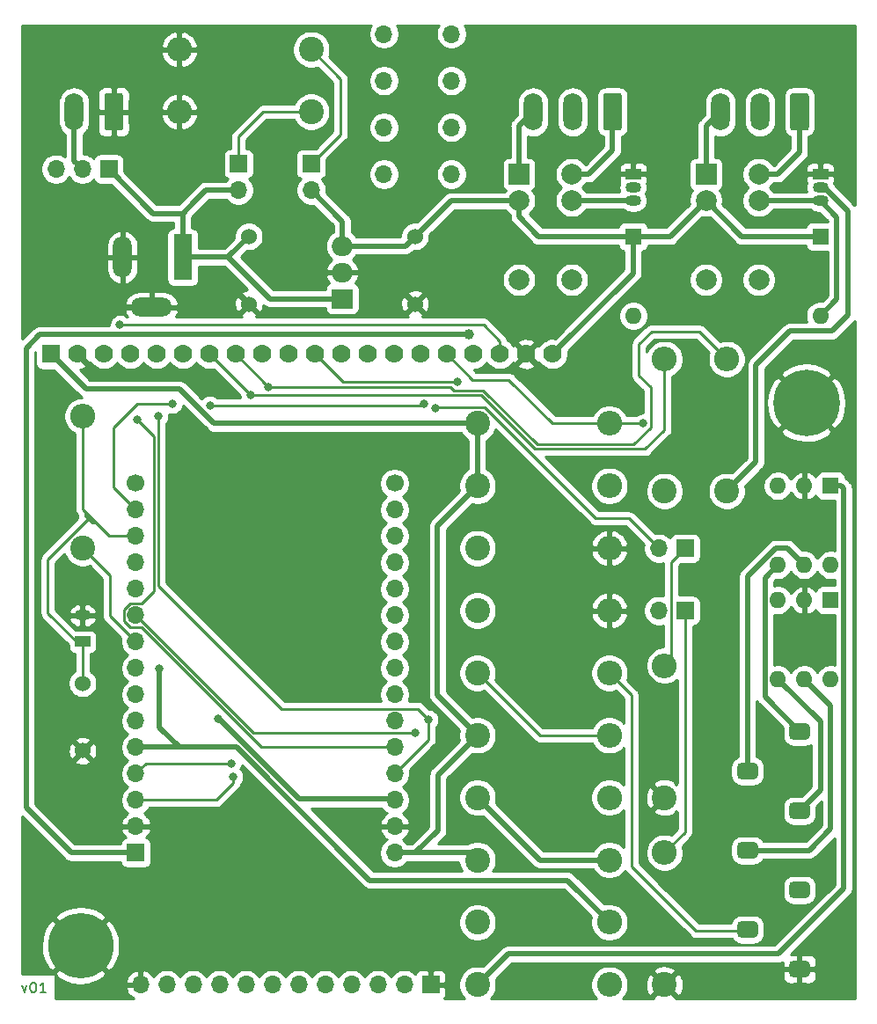
<source format=gtl>
%TF.GenerationSoftware,KiCad,Pcbnew,(5.1.9)-1*%
%TF.CreationDate,2021-04-12T11:09:12+02:00*%
%TF.ProjectId,FinalBoard,46696e61-6c42-46f6-9172-642e6b696361,v01*%
%TF.SameCoordinates,Original*%
%TF.FileFunction,Copper,L1,Top*%
%TF.FilePolarity,Positive*%
%FSLAX46Y46*%
G04 Gerber Fmt 4.6, Leading zero omitted, Abs format (unit mm)*
G04 Created by KiCad (PCBNEW (5.1.9)-1) date 2021-04-12 11:09:12*
%MOMM*%
%LPD*%
G01*
G04 APERTURE LIST*
%TA.AperFunction,NonConductor*%
%ADD10C,0.150000*%
%TD*%
%TA.AperFunction,ComponentPad*%
%ADD11C,1.778000*%
%TD*%
%TA.AperFunction,ComponentPad*%
%ADD12R,1.778000X1.778000*%
%TD*%
%TA.AperFunction,ComponentPad*%
%ADD13C,0.800000*%
%TD*%
%TA.AperFunction,ComponentPad*%
%ADD14C,6.300000*%
%TD*%
%TA.AperFunction,ComponentPad*%
%ADD15O,1.700000X1.700000*%
%TD*%
%TA.AperFunction,ComponentPad*%
%ADD16R,1.700000X1.700000*%
%TD*%
%TA.AperFunction,ComponentPad*%
%ADD17O,2.400000X2.400000*%
%TD*%
%TA.AperFunction,ComponentPad*%
%ADD18C,2.400000*%
%TD*%
%TA.AperFunction,ComponentPad*%
%ADD19R,1.500000X1.050000*%
%TD*%
%TA.AperFunction,ComponentPad*%
%ADD20O,1.500000X1.050000*%
%TD*%
%TA.AperFunction,ComponentPad*%
%ADD21O,1.600000X1.600000*%
%TD*%
%TA.AperFunction,ComponentPad*%
%ADD22R,1.600000X1.600000*%
%TD*%
%TA.AperFunction,ComponentPad*%
%ADD23C,1.524000*%
%TD*%
%TA.AperFunction,ComponentPad*%
%ADD24C,2.000000*%
%TD*%
%TA.AperFunction,ComponentPad*%
%ADD25R,2.000000X2.000000*%
%TD*%
%TA.AperFunction,ComponentPad*%
%ADD26C,6.400000*%
%TD*%
%TA.AperFunction,ComponentPad*%
%ADD27O,1.800000X3.600000*%
%TD*%
%TA.AperFunction,ComponentPad*%
%ADD28C,1.700000*%
%TD*%
%TA.AperFunction,ComponentPad*%
%ADD29O,4.000000X1.800000*%
%TD*%
%TA.AperFunction,ComponentPad*%
%ADD30O,1.800000X4.000000*%
%TD*%
%TA.AperFunction,ComponentPad*%
%ADD31R,1.800000X4.400000*%
%TD*%
%TA.AperFunction,ComponentPad*%
%ADD32R,2.000000X1.905000*%
%TD*%
%TA.AperFunction,ComponentPad*%
%ADD33O,2.000000X1.905000*%
%TD*%
%TA.AperFunction,ViaPad*%
%ADD34C,0.800000*%
%TD*%
%TA.AperFunction,ViaPad*%
%ADD35C,1.000000*%
%TD*%
%TA.AperFunction,Conductor*%
%ADD36C,0.500000*%
%TD*%
%TA.AperFunction,Conductor*%
%ADD37C,0.250000*%
%TD*%
%TA.AperFunction,Conductor*%
%ADD38C,0.254000*%
%TD*%
%TA.AperFunction,Conductor*%
%ADD39C,0.100000*%
%TD*%
G04 APERTURE END LIST*
D10*
X177649523Y-155605714D02*
X177887619Y-156272380D01*
X178125714Y-155605714D01*
X178697142Y-155272380D02*
X178792380Y-155272380D01*
X178887619Y-155320000D01*
X178935238Y-155367619D01*
X178982857Y-155462857D01*
X179030476Y-155653333D01*
X179030476Y-155891428D01*
X178982857Y-156081904D01*
X178935238Y-156177142D01*
X178887619Y-156224761D01*
X178792380Y-156272380D01*
X178697142Y-156272380D01*
X178601904Y-156224761D01*
X178554285Y-156177142D01*
X178506666Y-156081904D01*
X178459047Y-155891428D01*
X178459047Y-155653333D01*
X178506666Y-155462857D01*
X178554285Y-155367619D01*
X178601904Y-155320000D01*
X178697142Y-155272380D01*
X179982857Y-156272380D02*
X179411428Y-156272380D01*
X179697142Y-156272380D02*
X179697142Y-155272380D01*
X179601904Y-155415238D01*
X179506666Y-155510476D01*
X179411428Y-155558095D01*
%TO.P,J3,1*%
%TO.N,GND*%
%TA.AperFunction,ComponentPad*%
G36*
G01*
X253100000Y-154800000D02*
X251900000Y-154800000D01*
G75*
G02*
X251500000Y-154400000I0J400000D01*
G01*
X251500000Y-153600000D01*
G75*
G02*
X251900000Y-153200000I400000J0D01*
G01*
X253100000Y-153200000D01*
G75*
G02*
X253500000Y-153600000I0J-400000D01*
G01*
X253500000Y-154400000D01*
G75*
G02*
X253100000Y-154800000I-400000J0D01*
G01*
G37*
%TD.AperFunction*%
%TO.P,J3,2*%
%TO.N,/IN1*%
%TA.AperFunction,ComponentPad*%
G36*
G01*
X248100000Y-150990000D02*
X246900000Y-150990000D01*
G75*
G02*
X246500000Y-150590000I0J400000D01*
G01*
X246500000Y-149790000D01*
G75*
G02*
X246900000Y-149390000I400000J0D01*
G01*
X248100000Y-149390000D01*
G75*
G02*
X248500000Y-149790000I0J-400000D01*
G01*
X248500000Y-150590000D01*
G75*
G02*
X248100000Y-150990000I-400000J0D01*
G01*
G37*
%TD.AperFunction*%
%TO.P,J3,3*%
%TO.N,/IN2*%
%TA.AperFunction,ComponentPad*%
G36*
G01*
X253100000Y-147180000D02*
X251900000Y-147180000D01*
G75*
G02*
X251500000Y-146780000I0J400000D01*
G01*
X251500000Y-145980000D01*
G75*
G02*
X251900000Y-145580000I400000J0D01*
G01*
X253100000Y-145580000D01*
G75*
G02*
X253500000Y-145980000I0J-400000D01*
G01*
X253500000Y-146780000D01*
G75*
G02*
X253100000Y-147180000I-400000J0D01*
G01*
G37*
%TD.AperFunction*%
%TO.P,J3,4*%
%TO.N,/OUT1_1*%
%TA.AperFunction,ComponentPad*%
G36*
G01*
X248100000Y-143370000D02*
X246900000Y-143370000D01*
G75*
G02*
X246500000Y-142970000I0J400000D01*
G01*
X246500000Y-142170000D01*
G75*
G02*
X246900000Y-141770000I400000J0D01*
G01*
X248100000Y-141770000D01*
G75*
G02*
X248500000Y-142170000I0J-400000D01*
G01*
X248500000Y-142970000D01*
G75*
G02*
X248100000Y-143370000I-400000J0D01*
G01*
G37*
%TD.AperFunction*%
%TO.P,J3,5*%
%TO.N,/OUT1_2*%
%TA.AperFunction,ComponentPad*%
G36*
G01*
X253100000Y-139560000D02*
X251900000Y-139560000D01*
G75*
G02*
X251500000Y-139160000I0J400000D01*
G01*
X251500000Y-138360000D01*
G75*
G02*
X251900000Y-137960000I400000J0D01*
G01*
X253100000Y-137960000D01*
G75*
G02*
X253500000Y-138360000I0J-400000D01*
G01*
X253500000Y-139160000D01*
G75*
G02*
X253100000Y-139560000I-400000J0D01*
G01*
G37*
%TD.AperFunction*%
%TO.P,J3,6*%
%TO.N,/OUT2_1*%
%TA.AperFunction,ComponentPad*%
G36*
G01*
X248100000Y-135750000D02*
X246900000Y-135750000D01*
G75*
G02*
X246500000Y-135350000I0J400000D01*
G01*
X246500000Y-134550000D01*
G75*
G02*
X246900000Y-134150000I400000J0D01*
G01*
X248100000Y-134150000D01*
G75*
G02*
X248500000Y-134550000I0J-400000D01*
G01*
X248500000Y-135350000D01*
G75*
G02*
X248100000Y-135750000I-400000J0D01*
G01*
G37*
%TD.AperFunction*%
%TO.P,J3,7*%
%TO.N,/OUT2_2*%
%TA.AperFunction,ComponentPad*%
G36*
G01*
X253100000Y-131940000D02*
X251900000Y-131940000D01*
G75*
G02*
X251500000Y-131540000I0J400000D01*
G01*
X251500000Y-130740000D01*
G75*
G02*
X251900000Y-130340000I400000J0D01*
G01*
X253100000Y-130340000D01*
G75*
G02*
X253500000Y-130740000I0J-400000D01*
G01*
X253500000Y-131540000D01*
G75*
G02*
X253100000Y-131940000I-400000J0D01*
G01*
G37*
%TD.AperFunction*%
%TD*%
D11*
%TO.P,ESP32_Gateway_revG,6*%
%TO.N,/INPUT2*%
X193166000Y-94814000D03*
%TO.P,ESP32_Gateway_revG,10*%
%TO.N,/OPTO2_ON*%
X203326000Y-94814000D03*
%TO.P,ESP32_Gateway_revG,11*%
%TO.N,/LED_OPTO*%
X205866000Y-94814000D03*
%TO.P,ESP32_Gateway_revG,12*%
%TO.N,Net-(CON2-Pad12)*%
X208406000Y-94814000D03*
%TO.P,ESP32_Gateway_revG,9*%
%TO.N,/OPTO1_ON*%
X200786000Y-94814000D03*
%TO.P,ESP32_Gateway_revG,7*%
%TO.N,/RELAY1_ON*%
X195706000Y-94814000D03*
%TO.P,ESP32_Gateway_revG,3*%
%TO.N,Net-(CON2-Pad3)*%
X185546000Y-94814000D03*
D12*
%TO.P,ESP32_Gateway_revG,1*%
%TO.N,+3V3*%
X180466000Y-94814000D03*
D11*
%TO.P,ESP32_Gateway_revG,8*%
%TO.N,/RELAY2_ON*%
X198246000Y-94814000D03*
%TO.P,ESP32_Gateway_revG,5*%
%TO.N,/INPUT1*%
X190626000Y-94814000D03*
%TO.P,ESP32_Gateway_revG,4*%
%TO.N,Net-(CON2-Pad4)*%
X188086000Y-94814000D03*
%TO.P,ESP32_Gateway_revG,13*%
%TO.N,/LED_RELAY*%
X210946000Y-94814000D03*
%TO.P,ESP32_Gateway_revG,14*%
%TO.N,/TEMP_ON*%
X213486000Y-94814000D03*
%TO.P,ESP32_Gateway_revG,2*%
%TO.N,GND*%
X183006000Y-94814000D03*
%TO.P,ESP32_Gateway_revG,17*%
%TO.N,/SW_ENTER*%
X221106000Y-94814000D03*
%TO.P,ESP32_Gateway_revG,18*%
%TO.N,/TEMP_VALUE*%
X223646000Y-94814000D03*
%TO.P,ESP32_Gateway_revG,20*%
%TO.N,+5V*%
X228726000Y-94814000D03*
%TO.P,ESP32_Gateway_revG,19*%
%TO.N,GND*%
X226186000Y-94814000D03*
%TO.P,ESP32_Gateway_revG,15*%
%TO.N,Net-(CON2-Pad15)*%
X216026000Y-94814000D03*
%TO.P,ESP32_Gateway_revG,16*%
%TO.N,/SW_SELECT*%
X218566000Y-94814000D03*
D13*
%TO.P,ESP32_Gateway_revG,19*%
%TO.N,GND*%
X183296000Y-149334000D03*
X180896000Y-151734000D03*
X181598944Y-150036944D03*
X181598944Y-153431056D03*
X184993056Y-150036944D03*
D14*
X183296000Y-151734000D03*
D13*
X184993056Y-153431056D03*
X183296000Y-154134000D03*
X185696000Y-151734000D03*
%TD*%
D15*
%TO.P,D4,2*%
%TO.N,+12V*%
X198500000Y-79040000D03*
D16*
%TO.P,D4,1*%
%TO.N,Net-(D4-Pad1)*%
X198500000Y-76500000D03*
%TD*%
D17*
%TO.P,R8,2*%
%TO.N,GND*%
X192800000Y-71500000D03*
D18*
%TO.P,R8,1*%
%TO.N,Net-(D4-Pad1)*%
X205500000Y-71500000D03*
%TD*%
D19*
%TO.P,Q2,1*%
%TO.N,GND*%
X254500000Y-77500000D03*
D20*
%TO.P,Q2,3*%
%TO.N,Net-(D3-Pad2)*%
X254500000Y-80040000D03*
%TO.P,Q2,2*%
%TO.N,Net-(Q2-Pad2)*%
X254500000Y-78770000D03*
%TD*%
%TO.P,Q1,2*%
%TO.N,Net-(Q1-Pad2)*%
X236500000Y-78770000D03*
%TO.P,Q1,3*%
%TO.N,Net-(D2-Pad2)*%
X236500000Y-80040000D03*
D19*
%TO.P,Q1,1*%
%TO.N,GND*%
X236500000Y-77500000D03*
%TD*%
D21*
%TO.P,U3,6*%
%TO.N,Net-(U3-Pad6)*%
X255500000Y-115120000D03*
%TO.P,U3,3*%
%TO.N,Net-(U3-Pad3)*%
X250420000Y-107500000D03*
%TO.P,U3,5*%
%TO.N,/OUT2_1*%
X252960000Y-115120000D03*
%TO.P,U3,2*%
%TO.N,GND*%
X252960000Y-107500000D03*
%TO.P,U3,4*%
%TO.N,/OUT2_2*%
X250420000Y-115120000D03*
D22*
%TO.P,U3,1*%
%TO.N,Net-(R11-Pad1)*%
X255500000Y-107500000D03*
%TD*%
D23*
%TO.P,C2,1*%
%TO.N,+5V*%
X215500000Y-83500000D03*
%TO.P,C2,2*%
%TO.N,GND*%
X215500000Y-90000000D03*
%TD*%
D21*
%TO.P,D2,2*%
%TO.N,Net-(D2-Pad2)*%
X236500000Y-91120000D03*
D22*
%TO.P,D2,1*%
%TO.N,+5V*%
X236500000Y-83500000D03*
%TD*%
D24*
%TO.P,K2,10*%
%TO.N,/NO_2*%
X248580000Y-77500000D03*
%TO.P,K2,9*%
%TO.N,Net-(D3-Pad2)*%
X248580000Y-80040000D03*
D25*
%TO.P,K2,1*%
%TO.N,/NC_2*%
X243500000Y-77500000D03*
D24*
%TO.P,K2,2*%
%TO.N,+5V*%
X243500000Y-80040000D03*
%TO.P,K2,6*%
%TO.N,/COM_2*%
X248580000Y-87660000D03*
%TO.P,K2,5*%
X243500000Y-87660000D03*
%TD*%
D17*
%TO.P,R1,2*%
%TO.N,/SW_SELECT*%
X234200000Y-101500000D03*
D18*
%TO.P,R1,1*%
%TO.N,+3V3*%
X221500000Y-101500000D03*
%TD*%
D17*
%TO.P,R2,2*%
%TO.N,/SW_ENTER*%
X234200000Y-107500000D03*
D18*
%TO.P,R2,1*%
%TO.N,+3V3*%
X221500000Y-107500000D03*
%TD*%
%TO.P,R4,1*%
%TO.N,Net-(Q1-Pad2)*%
X239500000Y-108000000D03*
D17*
%TO.P,R4,2*%
%TO.N,/RELAY1_ON*%
X239500000Y-95300000D03*
%TD*%
D24*
%TO.P,K1,5*%
%TO.N,/COM_1*%
X225500000Y-87660000D03*
%TO.P,K1,6*%
X230580000Y-87660000D03*
%TO.P,K1,2*%
%TO.N,+5V*%
X225500000Y-80040000D03*
D25*
%TO.P,K1,1*%
%TO.N,/NC_1*%
X225500000Y-77500000D03*
D24*
%TO.P,K1,9*%
%TO.N,Net-(D2-Pad2)*%
X230580000Y-80040000D03*
%TO.P,K1,10*%
%TO.N,/NO_1*%
X230580000Y-77500000D03*
%TD*%
D18*
%TO.P,R5,1*%
%TO.N,Net-(Q2-Pad2)*%
X245500000Y-108000000D03*
D17*
%TO.P,R5,2*%
%TO.N,/RELAY2_ON*%
X245500000Y-95300000D03*
%TD*%
D13*
%TO.P,GND,1*%
%TO.N,GND*%
X254847056Y-97802944D03*
X253150000Y-97100000D03*
X251452944Y-97802944D03*
X250750000Y-99500000D03*
X251452944Y-101197056D03*
X253150000Y-101900000D03*
X254847056Y-101197056D03*
X255550000Y-99500000D03*
D26*
X253150000Y-99500000D03*
%TD*%
%TO.P,J4,1*%
%TO.N,GND*%
%TA.AperFunction,ComponentPad*%
G36*
G01*
X187400000Y-69950000D02*
X187400000Y-73050000D01*
G75*
G02*
X187150000Y-73300000I-250000J0D01*
G01*
X185850000Y-73300000D01*
G75*
G02*
X185600000Y-73050000I0J250000D01*
G01*
X185600000Y-69950000D01*
G75*
G02*
X185850000Y-69700000I250000J0D01*
G01*
X187150000Y-69700000D01*
G75*
G02*
X187400000Y-69950000I0J-250000D01*
G01*
G37*
%TD.AperFunction*%
D27*
%TO.P,J4,2*%
%TO.N,/12V_0.5A_OUT*%
X182690000Y-71500000D03*
%TD*%
D15*
%TO.P,J2,12*%
%TO.N,GND*%
X189060000Y-155500000D03*
%TO.P,J2,11*%
%TO.N,/DEVKITV1_D27*%
X191600000Y-155500000D03*
%TO.P,J2,10*%
%TO.N,/DEVKITV1_D26*%
X194140000Y-155500000D03*
%TO.P,J2,9*%
%TO.N,/DEVKITV1_D25*%
X196680000Y-155500000D03*
%TO.P,J2,8*%
%TO.N,/DEVKITV1_D23*%
X199220000Y-155500000D03*
%TO.P,J2,7*%
%TO.N,/DEVKITV1_D22*%
X201760000Y-155500000D03*
%TO.P,J2,6*%
%TO.N,/DEVKITV1_D21*%
X204300000Y-155500000D03*
%TO.P,J2,5*%
%TO.N,/DEVKITV1_D19*%
X206840000Y-155500000D03*
%TO.P,J2,4*%
%TO.N,/DEVKITV1_D18*%
X209380000Y-155500000D03*
%TO.P,J2,3*%
%TO.N,/DEVKITV1_RX0*%
X211920000Y-155500000D03*
%TO.P,J2,2*%
%TO.N,/DEVKITV1_TX0*%
X214460000Y-155500000D03*
D16*
%TO.P,J2,1*%
%TO.N,GND*%
X217000000Y-155500000D03*
%TD*%
%TO.P,ESP32_devkitV1,1*%
%TO.N,+5V*%
X188628000Y-142814000D03*
D15*
%TO.P,ESP32_devkitV1,11*%
%TO.N,/SW_SELECT*%
X188628000Y-117414000D03*
%TO.P,ESP32_devkitV1,6*%
%TO.N,/DEVKITV1_D27*%
X188628000Y-130114000D03*
%TO.P,ESP32_devkitV1,12*%
%TO.N,Net-(CON1-Pad12)*%
X188628000Y-114874000D03*
D28*
%TO.P,ESP32_devkitV1,15*%
%TO.N,Net-(CON1-Pad15)*%
X188628000Y-107254000D03*
D15*
%TO.P,ESP32_devkitV1,14*%
%TO.N,/SW_ENTER*%
X188628000Y-109794000D03*
%TO.P,ESP32_devkitV1,7*%
%TO.N,/DEVKITV1_D26*%
X188628000Y-127574000D03*
%TO.P,ESP32_devkitV1,2*%
%TO.N,GND*%
X188628000Y-140274000D03*
%TO.P,ESP32_devkitV1,5*%
%TO.N,/OPTO1_ON*%
X188628000Y-132654000D03*
%TO.P,ESP32_devkitV1,13*%
%TO.N,/TEMP_VALUE*%
X188628000Y-112334000D03*
%TO.P,ESP32_devkitV1,3*%
%TO.N,/RELAY2_ON*%
X188628000Y-137734000D03*
%TO.P,ESP32_devkitV1,4*%
%TO.N,/RELAY1_ON*%
X188628000Y-135194000D03*
%TO.P,ESP32_devkitV1,8*%
%TO.N,/DEVKITV1_D25*%
X188628000Y-125034000D03*
%TO.P,ESP32_devkitV1,9*%
%TO.N,/TEMP_ON*%
X188628000Y-122494000D03*
%TO.P,ESP32_devkitV1,10*%
%TO.N,/LED_RELAY*%
X188628000Y-119954000D03*
%TO.P,ESP32_devkitV1,30*%
%TO.N,+3V3*%
X213528000Y-142814000D03*
%TO.P,ESP32_devkitV1,20*%
%TO.N,/DEVKITV1_D21*%
X213528000Y-117414000D03*
%TO.P,ESP32_devkitV1,25*%
%TO.N,/LED_OPTO*%
X213528000Y-130114000D03*
%TO.P,ESP32_devkitV1,19*%
%TO.N,/DEVKITV1_RX0*%
X213528000Y-114874000D03*
D28*
%TO.P,ESP32_devkitV1,16*%
%TO.N,/DEVKITV1_D23*%
X213528000Y-107254000D03*
D15*
%TO.P,ESP32_devkitV1,17*%
%TO.N,/DEVKITV1_D22*%
X213528000Y-109794000D03*
%TO.P,ESP32_devkitV1,24*%
%TO.N,Net-(CON1-Pad24)*%
X213528000Y-127574000D03*
%TO.P,ESP32_devkitV1,29*%
%TO.N,GND*%
X213528000Y-140274000D03*
%TO.P,ESP32_devkitV1,26*%
%TO.N,/INPUT2*%
X213528000Y-132654000D03*
%TO.P,ESP32_devkitV1,18*%
%TO.N,/DEVKITV1_TX0*%
X213528000Y-112334000D03*
%TO.P,ESP32_devkitV1,28*%
%TO.N,/OPTO2_ON*%
X213528000Y-137734000D03*
%TO.P,ESP32_devkitV1,27*%
%TO.N,/INPUT1*%
X213528000Y-135194000D03*
%TO.P,ESP32_devkitV1,23*%
%TO.N,Net-(CON1-Pad23)*%
X213528000Y-125034000D03*
%TO.P,ESP32_devkitV1,22*%
%TO.N,/DEVKITV1_D18*%
X213528000Y-122494000D03*
%TO.P,ESP32_devkitV1,21*%
%TO.N,/DEVKITV1_D19*%
X213528000Y-119954000D03*
%TD*%
D23*
%TO.P,C1,1*%
%TO.N,+12V*%
X199500000Y-83500000D03*
%TO.P,C1,2*%
%TO.N,GND*%
X199500000Y-90000000D03*
%TD*%
%TO.P,C3,2*%
%TO.N,GND*%
X183500000Y-133000000D03*
%TO.P,C3,1*%
%TO.N,/TEMP_VALUE*%
X183500000Y-126500000D03*
%TD*%
D16*
%TO.P,D1,1*%
%TO.N,Net-(D1-Pad1)*%
X205500000Y-76500000D03*
D15*
%TO.P,D1,2*%
%TO.N,+5V*%
X205500000Y-79040000D03*
%TD*%
D22*
%TO.P,D3,1*%
%TO.N,+5V*%
X254500000Y-83500000D03*
D21*
%TO.P,D3,2*%
%TO.N,Net-(D3-Pad2)*%
X254500000Y-91120000D03*
%TD*%
D16*
%TO.P,D5,1*%
%TO.N,Net-(D5-Pad1)*%
X241500000Y-119500000D03*
D15*
%TO.P,D5,2*%
%TO.N,/LED_OPTO*%
X238960000Y-119500000D03*
%TD*%
%TO.P,D6,2*%
%TO.N,/LED_RELAY*%
X238960000Y-113500000D03*
D16*
%TO.P,D6,1*%
%TO.N,Net-(D6-Pad1)*%
X241500000Y-113500000D03*
%TD*%
D29*
%TO.P,J1,3*%
%TO.N,GND*%
X190130000Y-90300000D03*
D30*
%TO.P,J1,2*%
X187330000Y-85500000D03*
D31*
%TO.P,J1,1*%
%TO.N,+12V*%
X193130000Y-85500000D03*
%TD*%
%TO.P,J5,1*%
%TO.N,/NO_1*%
%TA.AperFunction,ComponentPad*%
G36*
G01*
X235400000Y-69950000D02*
X235400000Y-73050000D01*
G75*
G02*
X235150000Y-73300000I-250000J0D01*
G01*
X233850000Y-73300000D01*
G75*
G02*
X233600000Y-73050000I0J250000D01*
G01*
X233600000Y-69950000D01*
G75*
G02*
X233850000Y-69700000I250000J0D01*
G01*
X235150000Y-69700000D01*
G75*
G02*
X235400000Y-69950000I0J-250000D01*
G01*
G37*
%TD.AperFunction*%
D27*
%TO.P,J5,2*%
%TO.N,/COM_1*%
X230690000Y-71500000D03*
%TO.P,J5,3*%
%TO.N,/NC_1*%
X226880000Y-71500000D03*
%TD*%
%TO.P,J6,3*%
%TO.N,/NC_2*%
X244880000Y-71500000D03*
%TO.P,J6,2*%
%TO.N,/COM_2*%
X248690000Y-71500000D03*
%TO.P,J6,1*%
%TO.N,/NO_2*%
%TA.AperFunction,ComponentPad*%
G36*
G01*
X253400000Y-69950000D02*
X253400000Y-73050000D01*
G75*
G02*
X253150000Y-73300000I-250000J0D01*
G01*
X251850000Y-73300000D01*
G75*
G02*
X251600000Y-73050000I0J250000D01*
G01*
X251600000Y-69950000D01*
G75*
G02*
X251850000Y-69700000I250000J0D01*
G01*
X253150000Y-69700000D01*
G75*
G02*
X253400000Y-69950000I0J-250000D01*
G01*
G37*
%TD.AperFunction*%
%TD*%
D16*
%TO.P,JP1,1*%
%TO.N,+12V*%
X186018000Y-77000000D03*
D15*
%TO.P,JP1,2*%
%TO.N,/12V_0.5A_OUT*%
X183478000Y-77000000D03*
%TO.P,JP1,3*%
%TO.N,Net-(JP1-Pad3)*%
X180938000Y-77000000D03*
%TD*%
D18*
%TO.P,R3,1*%
%TO.N,Net-(D1-Pad1)*%
X205500000Y-65500000D03*
D17*
%TO.P,R3,2*%
%TO.N,GND*%
X192800000Y-65500000D03*
%TD*%
%TO.P,R6,2*%
%TO.N,GND*%
X234200000Y-113500000D03*
D18*
%TO.P,R6,1*%
%TO.N,Net-(R6-Pad1)*%
X221500000Y-113500000D03*
%TD*%
%TO.P,R7,1*%
%TO.N,Net-(R7-Pad1)*%
X221500000Y-119500000D03*
D17*
%TO.P,R7,2*%
%TO.N,GND*%
X234200000Y-119500000D03*
%TD*%
D18*
%TO.P,R9,1*%
%TO.N,Net-(R9-Pad1)*%
X221500000Y-149500000D03*
D17*
%TO.P,R9,2*%
%TO.N,/OPTO1_ON*%
X234200000Y-149500000D03*
%TD*%
%TO.P,R10,2*%
%TO.N,Net-(D5-Pad1)*%
X239500000Y-142800000D03*
D18*
%TO.P,R10,1*%
%TO.N,GND*%
X239500000Y-155500000D03*
%TD*%
D17*
%TO.P,R11,2*%
%TO.N,/OPTO2_ON*%
X234200000Y-155500000D03*
D18*
%TO.P,R11,1*%
%TO.N,Net-(R11-Pad1)*%
X221500000Y-155500000D03*
%TD*%
%TO.P,R12,1*%
%TO.N,GND*%
X239500000Y-137500000D03*
D17*
%TO.P,R12,2*%
%TO.N,Net-(D6-Pad1)*%
X239500000Y-124800000D03*
%TD*%
%TO.P,R13,2*%
%TO.N,/TEMP_VALUE*%
X183500000Y-100800000D03*
D18*
%TO.P,R13,1*%
%TO.N,/TEMP_ON*%
X183500000Y-113500000D03*
%TD*%
%TO.P,R14,1*%
%TO.N,/INPUT1*%
X221500000Y-125500000D03*
D17*
%TO.P,R14,2*%
%TO.N,/IN1*%
X234200000Y-125500000D03*
%TD*%
D18*
%TO.P,R15,1*%
%TO.N,+3V3*%
X221500000Y-131500000D03*
D17*
%TO.P,R15,2*%
%TO.N,/INPUT1*%
X234200000Y-131500000D03*
%TD*%
D20*
%TO.P,R16,2*%
%TO.N,GND*%
X183500000Y-119960000D03*
D19*
%TO.P,R16,1*%
%TO.N,/TEMP_VALUE*%
X183500000Y-122500000D03*
%TD*%
D18*
%TO.P,R17,1*%
%TO.N,/INPUT2*%
X221500000Y-137500000D03*
D17*
%TO.P,R17,2*%
%TO.N,/IN2*%
X234200000Y-137500000D03*
%TD*%
%TO.P,R18,2*%
%TO.N,/INPUT2*%
X234200000Y-143500000D03*
D18*
%TO.P,R18,1*%
%TO.N,+3V3*%
X221500000Y-143500000D03*
%TD*%
D32*
%TO.P,U1,1*%
%TO.N,+12V*%
X208500000Y-89500000D03*
D33*
%TO.P,U1,2*%
%TO.N,GND*%
X208500000Y-86960000D03*
%TO.P,U1,3*%
%TO.N,+5V*%
X208500000Y-84420000D03*
%TD*%
D22*
%TO.P,U2,1*%
%TO.N,Net-(R9-Pad1)*%
X255500000Y-118500000D03*
D21*
%TO.P,U2,4*%
%TO.N,/OUT1_2*%
X250420000Y-126120000D03*
%TO.P,U2,2*%
%TO.N,GND*%
X252960000Y-118500000D03*
%TO.P,U2,5*%
%TO.N,/OUT1_1*%
X252960000Y-126120000D03*
%TO.P,U2,3*%
%TO.N,Net-(U2-Pad3)*%
X250420000Y-118500000D03*
%TO.P,U2,6*%
%TO.N,Net-(U2-Pad6)*%
X255500000Y-126120000D03*
%TD*%
D15*
%TO.P,SW1,1*%
%TO.N,Net-(R6-Pad1)*%
X212500000Y-64000000D03*
X219000000Y-64000000D03*
%TO.P,SW1,2*%
%TO.N,/SW_SELECT*%
X212500000Y-68500000D03*
X219000000Y-68500000D03*
%TD*%
%TO.P,SW2,2*%
%TO.N,/SW_ENTER*%
X219000000Y-77500000D03*
X212500000Y-77500000D03*
%TO.P,SW2,1*%
%TO.N,Net-(R7-Pad1)*%
X219000000Y-73000000D03*
X212500000Y-73000000D03*
%TD*%
D34*
%TO.N,GND*%
X183000000Y-91000000D03*
D35*
%TO.N,+5V*%
X220650000Y-92950000D03*
D34*
%TO.N,/TEMP_VALUE*%
X187100000Y-92000000D03*
%TO.N,/OPTO1_ON*%
X190900000Y-125050000D03*
%TO.N,/LED_RELAY*%
X215500000Y-131300000D03*
X217500000Y-100000000D03*
%TO.N,/RELAY1_ON*%
X199657014Y-98765014D03*
X197800000Y-134200000D03*
%TO.N,/SW_ENTER*%
X192150000Y-99600000D03*
X195750000Y-99750000D03*
X216320000Y-99600000D03*
%TO.N,/SW_SELECT*%
X237450000Y-101500000D03*
%TO.N,/RELAY2_ON*%
X201382010Y-97950010D03*
X198000000Y-135500000D03*
%TO.N,/INPUT2*%
X188750000Y-101150000D03*
%TO.N,/OPTO2_ON*%
X196550000Y-129950000D03*
%TO.N,/LED_OPTO*%
X219550000Y-97500000D03*
%TO.N,/INPUT1*%
X216800000Y-130000000D03*
X190800000Y-100800000D03*
%TD*%
D36*
%TO.N,+12V*%
X193130000Y-85500000D02*
X193130000Y-81270000D01*
X195360000Y-79040000D02*
X198500000Y-79040000D01*
X193130000Y-81270000D02*
X194300000Y-80100000D01*
X194300000Y-80100000D02*
X195360000Y-79040000D01*
X197500000Y-85500000D02*
X199500000Y-83500000D01*
X193130000Y-85500000D02*
X197500000Y-85500000D01*
X201500000Y-89500000D02*
X197500000Y-85500000D01*
X208500000Y-89500000D02*
X201500000Y-89500000D01*
X190288000Y-81270000D02*
X186018000Y-77000000D01*
X193130000Y-81270000D02*
X190288000Y-81270000D01*
%TO.N,GND*%
X183700000Y-90300000D02*
X190130000Y-90300000D01*
X183000000Y-91000000D02*
X183700000Y-90300000D01*
%TO.N,+5V*%
X214580000Y-84420000D02*
X215500000Y-83500000D01*
X208500000Y-84420000D02*
X214580000Y-84420000D01*
X208500000Y-82040000D02*
X205500000Y-79040000D01*
X208500000Y-84420000D02*
X208500000Y-82040000D01*
X215500000Y-83500000D02*
X218950000Y-80050000D01*
X225490000Y-80050000D02*
X225500000Y-80040000D01*
X218950000Y-80050000D02*
X225490000Y-80050000D01*
X225500000Y-80040000D02*
X225500000Y-81600000D01*
X227400000Y-83500000D02*
X236500000Y-83500000D01*
X225500000Y-81600000D02*
X227400000Y-83500000D01*
X240040000Y-83500000D02*
X243500000Y-80040000D01*
X236500000Y-83500000D02*
X240040000Y-83500000D01*
X246960000Y-83500000D02*
X254500000Y-83500000D01*
X243500000Y-80040000D02*
X246960000Y-83500000D01*
X236500000Y-87040000D02*
X228726000Y-94814000D01*
X236500000Y-83500000D02*
X236500000Y-87040000D01*
X182414000Y-142814000D02*
X188628000Y-142814000D01*
X178050000Y-138450000D02*
X182414000Y-142814000D01*
X178050000Y-94241998D02*
X178050000Y-138450000D01*
X179341998Y-92950000D02*
X178050000Y-94241998D01*
X220650000Y-92950000D02*
X179341998Y-92950000D01*
D37*
%TO.N,/TEMP_VALUE*%
X188628000Y-112334000D02*
X186084000Y-112334000D01*
X183500000Y-109750000D02*
X183500000Y-100800000D01*
X183500000Y-122500000D02*
X183500000Y-126500000D01*
X183500000Y-122500000D02*
X182900000Y-122500000D01*
X182900000Y-122500000D02*
X180150000Y-119750000D01*
X180150000Y-114592998D02*
X184025000Y-110717998D01*
X180150000Y-119750000D02*
X180150000Y-114592998D01*
X184400000Y-111000000D02*
X184025000Y-110625000D01*
X184750000Y-111000000D02*
X184400000Y-111000000D01*
X184025000Y-110625000D02*
X184025000Y-110275000D01*
X184025000Y-110717998D02*
X184025000Y-110625000D01*
X186084000Y-112334000D02*
X184750000Y-111000000D01*
X184750000Y-111000000D02*
X184025000Y-110275000D01*
X184025000Y-110625000D02*
X183800000Y-110400000D01*
X184025000Y-110625000D02*
X183750000Y-110350000D01*
X183750000Y-110150000D02*
X183825000Y-110075000D01*
X183750000Y-110350000D02*
X183750000Y-110150000D01*
X183825000Y-110075000D02*
X183500000Y-109750000D01*
X184025000Y-110275000D02*
X183825000Y-110075000D01*
X223646000Y-93556765D02*
X223646000Y-94814000D01*
X222089235Y-92000000D02*
X223646000Y-93556765D01*
X187100000Y-92000000D02*
X222089235Y-92000000D01*
D36*
%TO.N,/OPTO1_ON*%
X234200000Y-149500000D02*
X230150000Y-145450000D01*
X230150000Y-145450000D02*
X211150000Y-145450000D01*
X211150000Y-145450000D02*
X198354000Y-132654000D01*
X190900000Y-125050000D02*
X190900000Y-130750000D01*
X192804000Y-132654000D02*
X188628000Y-132654000D01*
X190900000Y-130750000D02*
X192804000Y-132654000D01*
X198354000Y-132654000D02*
X192804000Y-132654000D01*
D37*
%TO.N,/LED_RELAY*%
X199974000Y-131300000D02*
X188628000Y-119954000D01*
X215500000Y-131300000D02*
X199974000Y-131300000D01*
X238960000Y-113500000D02*
X236100000Y-110640000D01*
X222232001Y-99974999D02*
X217525001Y-99974999D01*
X232897002Y-110640000D02*
X222232001Y-99974999D01*
X217525001Y-99974999D02*
X217500000Y-100000000D01*
X236100000Y-110640000D02*
X232897002Y-110640000D01*
%TO.N,/RELAY1_ON*%
X199642000Y-98750000D02*
X195706000Y-94814000D01*
X221865590Y-98750000D02*
X199642000Y-98750000D01*
X237650000Y-103950000D02*
X227065590Y-103950000D01*
X239500000Y-102100000D02*
X237650000Y-103950000D01*
X227065590Y-103950000D02*
X221865590Y-98750000D01*
X239500000Y-95300000D02*
X239500000Y-102100000D01*
X199642000Y-98750000D02*
X199657014Y-98765014D01*
X189622000Y-134200000D02*
X188628000Y-135194000D01*
X197800000Y-134200000D02*
X189622000Y-134200000D01*
%TO.N,/TEMP_ON*%
X183500000Y-113500000D02*
X186150000Y-116150000D01*
X186150000Y-120016000D02*
X188628000Y-122494000D01*
X186150000Y-116150000D02*
X186150000Y-120016000D01*
%TO.N,/SW_ENTER*%
X192150000Y-99600000D02*
X188750000Y-99600000D01*
X188750000Y-99600000D02*
X186500000Y-101850000D01*
X186500000Y-107666000D02*
X188628000Y-109794000D01*
X186500000Y-101850000D02*
X186500000Y-107666000D01*
X216170000Y-99750000D02*
X216320000Y-99600000D01*
X195750000Y-99750000D02*
X216170000Y-99750000D01*
%TO.N,/SW_SELECT*%
X234200000Y-101500000D02*
X228700000Y-101500000D01*
X228700000Y-101500000D02*
X224500000Y-97300000D01*
X221052000Y-97300000D02*
X218566000Y-94814000D01*
X224500000Y-97300000D02*
X221052000Y-97300000D01*
X237450000Y-101500000D02*
X234200000Y-101500000D01*
%TO.N,/RELAY2_ON*%
X222051991Y-98299991D02*
X227251990Y-103499990D01*
X238175001Y-101848001D02*
X238175001Y-98025001D01*
X236523012Y-103499990D02*
X238175001Y-101848001D01*
X227251990Y-103499990D02*
X236523012Y-103499990D01*
X238175001Y-98025001D02*
X237050000Y-96900000D01*
X237050000Y-96900000D02*
X237050000Y-93850000D01*
X237050000Y-93850000D02*
X238250000Y-92650000D01*
X242850000Y-92650000D02*
X245500000Y-95300000D01*
X238250000Y-92650000D02*
X242850000Y-92650000D01*
X219276989Y-98299991D02*
X218927008Y-97950010D01*
X222051991Y-98299991D02*
X219276989Y-98299991D01*
X201382010Y-97950010D02*
X201216000Y-97784000D01*
X218927008Y-97950010D02*
X201382010Y-97950010D01*
X198246000Y-94814000D02*
X201216000Y-97784000D01*
X198000000Y-135500000D02*
X198000000Y-136100000D01*
X196366000Y-137734000D02*
X188628000Y-137734000D01*
X198000000Y-136100000D02*
X196366000Y-137734000D01*
D36*
%TO.N,/INPUT2*%
X227500000Y-143500000D02*
X221500000Y-137500000D01*
X234200000Y-143500000D02*
X227500000Y-143500000D01*
D37*
X190349990Y-102749990D02*
X188750000Y-101150000D01*
X190349990Y-117621010D02*
X190349990Y-102749990D01*
X189192001Y-118778999D02*
X190349990Y-117621010D01*
X188063999Y-118778999D02*
X189192001Y-118778999D01*
X187452999Y-119389999D02*
X188063999Y-118778999D01*
X187452999Y-120518001D02*
X187452999Y-119389999D01*
X188063999Y-121129001D02*
X187452999Y-120518001D01*
X189166591Y-121129001D02*
X188063999Y-121129001D01*
X200691590Y-132654000D02*
X189166591Y-121129001D01*
X213528000Y-132654000D02*
X200691590Y-132654000D01*
D36*
%TO.N,/OPTO2_ON*%
X196639962Y-129950000D02*
X204344981Y-137655019D01*
X196550000Y-129950000D02*
X196639962Y-129950000D01*
X213449019Y-137655019D02*
X213528000Y-137734000D01*
X204344981Y-137655019D02*
X213449019Y-137655019D01*
D37*
%TO.N,/LED_OPTO*%
X208552000Y-97500000D02*
X205866000Y-94814000D01*
X219550000Y-97500000D02*
X208552000Y-97500000D01*
D36*
%TO.N,+3V3*%
X220814000Y-142814000D02*
X221500000Y-143500000D01*
X213528000Y-142814000D02*
X220814000Y-142814000D01*
X213528000Y-142814000D02*
X215536000Y-142814000D01*
X215536000Y-142814000D02*
X217700000Y-140650000D01*
X217700000Y-135300000D02*
X221500000Y-131500000D01*
X217700000Y-140650000D02*
X217700000Y-135300000D01*
X221500000Y-131500000D02*
X217650000Y-127650000D01*
X217650000Y-111350000D02*
X221500000Y-107500000D01*
X217650000Y-127650000D02*
X217650000Y-111350000D01*
X221500000Y-107500000D02*
X221500000Y-101500000D01*
X183852000Y-98200000D02*
X180466000Y-94814000D01*
X189750000Y-98200000D02*
X183852000Y-98200000D01*
X190000000Y-98200000D02*
X189750000Y-98200000D01*
X196150000Y-101500000D02*
X192850000Y-98200000D01*
X221500000Y-101500000D02*
X196150000Y-101500000D01*
X192850000Y-98200000D02*
X189750000Y-98200000D01*
D37*
%TO.N,/INPUT1*%
X227500000Y-131500000D02*
X234200000Y-131500000D01*
X221500000Y-125500000D02*
X227500000Y-131500000D01*
X216800000Y-131922000D02*
X213528000Y-135194000D01*
X216800000Y-130000000D02*
X216800000Y-131922000D01*
X215738999Y-128938999D02*
X202638999Y-128938999D01*
X216800000Y-130000000D02*
X215738999Y-128938999D01*
X190800000Y-117100000D02*
X190800000Y-100800000D01*
X202638999Y-128938999D02*
X190800000Y-117100000D01*
%TO.N,Net-(D1-Pad1)*%
X205500000Y-65500000D02*
X208350000Y-68350000D01*
X208350000Y-73650000D02*
X205500000Y-76500000D01*
X208350000Y-68350000D02*
X208350000Y-73650000D01*
D36*
%TO.N,Net-(D2-Pad2)*%
X236500000Y-80040000D02*
X230580000Y-80040000D01*
%TO.N,Net-(D3-Pad2)*%
X254500000Y-80040000D02*
X248580000Y-80040000D01*
X254500000Y-91120000D02*
X256100000Y-89520000D01*
X256100000Y-81640000D02*
X254500000Y-80040000D01*
X256100000Y-89520000D02*
X256100000Y-81640000D01*
D37*
%TO.N,Net-(D4-Pad1)*%
X198500000Y-76500000D02*
X198500000Y-73900000D01*
X200900000Y-71500000D02*
X205500000Y-71500000D01*
X198500000Y-73900000D02*
X200900000Y-71500000D01*
%TO.N,Net-(D5-Pad1)*%
X241500000Y-140800000D02*
X241500000Y-119500000D01*
X239500000Y-142800000D02*
X241500000Y-140800000D01*
%TO.N,Net-(D6-Pad1)*%
X240135001Y-114864999D02*
X241500000Y-113500000D01*
X240135001Y-124164999D02*
X240135001Y-114864999D01*
X239500000Y-124800000D02*
X240135001Y-124164999D01*
%TO.N,/IN1*%
X247340000Y-150350000D02*
X247500000Y-150190000D01*
X242550000Y-150350000D02*
X247340000Y-150350000D01*
X236350000Y-144150000D02*
X242550000Y-150350000D01*
X236350000Y-127650000D02*
X236350000Y-144150000D01*
X234200000Y-125500000D02*
X236350000Y-127650000D01*
D36*
%TO.N,/OUT1_1*%
X247500000Y-142570000D02*
X253430000Y-142570000D01*
X253430000Y-142570000D02*
X255500000Y-140500000D01*
X255500000Y-128660000D02*
X252960000Y-126120000D01*
X255500000Y-140500000D02*
X255500000Y-128660000D01*
%TO.N,/OUT1_2*%
X250420000Y-126120000D02*
X251219999Y-126919999D01*
X250420000Y-126120000D02*
X254500000Y-130200000D01*
X254500000Y-136760000D02*
X252500000Y-138760000D01*
X254500000Y-130200000D02*
X254500000Y-136760000D01*
%TO.N,/OUT2_1*%
X252960000Y-115120000D02*
X251340000Y-113500000D01*
X250189998Y-113500000D02*
X247500000Y-116189998D01*
X247500000Y-116189998D02*
X247500000Y-134950000D01*
X251340000Y-113500000D02*
X250189998Y-113500000D01*
%TO.N,/OUT2_2*%
X249169999Y-127809999D02*
X252500000Y-131140000D01*
X249169999Y-116370001D02*
X249169999Y-127809999D01*
X250420000Y-115120000D02*
X249169999Y-116370001D01*
%TO.N,/12V_0.5A_OUT*%
X182690000Y-76212000D02*
X183478000Y-77000000D01*
X182690000Y-71500000D02*
X182690000Y-76212000D01*
%TO.N,/NC_1*%
X225500000Y-72880000D02*
X226880000Y-71500000D01*
X225500000Y-77500000D02*
X225500000Y-72880000D01*
%TO.N,/NC_2*%
X243500000Y-72880000D02*
X244880000Y-71500000D01*
X243500000Y-77500000D02*
X243500000Y-72880000D01*
%TO.N,Net-(Q2-Pad2)*%
X248300000Y-95850000D02*
X248300000Y-105200000D01*
X251550000Y-92600000D02*
X248300000Y-95850000D01*
X255639963Y-92600000D02*
X251550000Y-92600000D01*
X257161936Y-91078026D02*
X255639963Y-92600000D01*
X255128862Y-79064990D02*
X257161936Y-81098064D01*
X248300000Y-105200000D02*
X245500000Y-108000000D01*
X257161936Y-81098064D02*
X257161936Y-91078026D01*
X254764990Y-79064990D02*
X255128862Y-79064990D01*
X254500000Y-78800000D02*
X254764990Y-79064990D01*
X254500000Y-78770000D02*
X254500000Y-78800000D01*
%TO.N,Net-(R11-Pad1)*%
X224450000Y-152550000D02*
X221500000Y-155500000D01*
X255500000Y-107500000D02*
X256500000Y-107500000D01*
X256750001Y-107750001D02*
X256750001Y-146249999D01*
X256500000Y-107500000D02*
X256750001Y-107750001D01*
X256750001Y-146249999D02*
X250450000Y-152550000D01*
X242950000Y-152550000D02*
X224450000Y-152550000D01*
X250450000Y-152550000D02*
X242950000Y-152550000D01*
X244750000Y-152550000D02*
X242950000Y-152550000D01*
%TO.N,/NO_1*%
X230580000Y-77500000D02*
X232200000Y-77500000D01*
X234500000Y-75200000D02*
X234500000Y-71500000D01*
X232200000Y-77500000D02*
X234500000Y-75200000D01*
%TO.N,/NO_2*%
X248580000Y-77500000D02*
X250400000Y-77500000D01*
X252500000Y-75400000D02*
X252500000Y-71500000D01*
X250400000Y-77500000D02*
X252500000Y-75400000D01*
%TD*%
D38*
%TO.N,GND*%
X211184010Y-63296589D02*
X211072068Y-63566842D01*
X211015000Y-63853740D01*
X211015000Y-64146260D01*
X211072068Y-64433158D01*
X211184010Y-64703411D01*
X211346525Y-64946632D01*
X211553368Y-65153475D01*
X211796589Y-65315990D01*
X212066842Y-65427932D01*
X212353740Y-65485000D01*
X212646260Y-65485000D01*
X212933158Y-65427932D01*
X213203411Y-65315990D01*
X213446632Y-65153475D01*
X213653475Y-64946632D01*
X213815990Y-64703411D01*
X213927932Y-64433158D01*
X213985000Y-64146260D01*
X213985000Y-63853740D01*
X213927932Y-63566842D01*
X213815990Y-63296589D01*
X213741429Y-63185000D01*
X217758571Y-63185000D01*
X217684010Y-63296589D01*
X217572068Y-63566842D01*
X217515000Y-63853740D01*
X217515000Y-64146260D01*
X217572068Y-64433158D01*
X217684010Y-64703411D01*
X217846525Y-64946632D01*
X218053368Y-65153475D01*
X218296589Y-65315990D01*
X218566842Y-65427932D01*
X218853740Y-65485000D01*
X219146260Y-65485000D01*
X219433158Y-65427932D01*
X219703411Y-65315990D01*
X219946632Y-65153475D01*
X220153475Y-64946632D01*
X220315990Y-64703411D01*
X220427932Y-64433158D01*
X220485000Y-64146260D01*
X220485000Y-63853740D01*
X220427932Y-63566842D01*
X220315990Y-63296589D01*
X220241429Y-63185000D01*
X257815000Y-63185000D01*
X257815000Y-80498792D01*
X257790753Y-80469247D01*
X257756986Y-80441535D01*
X255869326Y-78553875D01*
X255868215Y-78542600D01*
X255804907Y-78333902D01*
X255839502Y-78269180D01*
X255875812Y-78149482D01*
X255888072Y-78025000D01*
X255885000Y-77785750D01*
X255726250Y-77627000D01*
X254953109Y-77627000D01*
X254952400Y-77626785D01*
X254781979Y-77610000D01*
X254218021Y-77610000D01*
X254047600Y-77626785D01*
X254046891Y-77627000D01*
X253273750Y-77627000D01*
X253115000Y-77785750D01*
X253111928Y-78025000D01*
X253124188Y-78149482D01*
X253160498Y-78269180D01*
X253195093Y-78333902D01*
X253131785Y-78542600D01*
X253109388Y-78770000D01*
X253131785Y-78997400D01*
X253179593Y-79155000D01*
X249955059Y-79155000D01*
X249849987Y-78997748D01*
X249622252Y-78770013D01*
X249622233Y-78770000D01*
X249622252Y-78769987D01*
X249849987Y-78542252D01*
X249955059Y-78385000D01*
X250356531Y-78385000D01*
X250400000Y-78389281D01*
X250443469Y-78385000D01*
X250443477Y-78385000D01*
X250573490Y-78372195D01*
X250740313Y-78321589D01*
X250894059Y-78239411D01*
X251028817Y-78128817D01*
X251056534Y-78095044D01*
X252176578Y-76975000D01*
X253111928Y-76975000D01*
X253115000Y-77214250D01*
X253273750Y-77373000D01*
X254373000Y-77373000D01*
X254373000Y-76498750D01*
X254627000Y-76498750D01*
X254627000Y-77373000D01*
X255726250Y-77373000D01*
X255885000Y-77214250D01*
X255888072Y-76975000D01*
X255875812Y-76850518D01*
X255839502Y-76730820D01*
X255780537Y-76620506D01*
X255701185Y-76523815D01*
X255604494Y-76444463D01*
X255494180Y-76385498D01*
X255374482Y-76349188D01*
X255250000Y-76336928D01*
X254785750Y-76340000D01*
X254627000Y-76498750D01*
X254373000Y-76498750D01*
X254214250Y-76340000D01*
X253750000Y-76336928D01*
X253625518Y-76349188D01*
X253505820Y-76385498D01*
X253395506Y-76444463D01*
X253298815Y-76523815D01*
X253219463Y-76620506D01*
X253160498Y-76730820D01*
X253124188Y-76850518D01*
X253111928Y-76975000D01*
X252176578Y-76975000D01*
X253095050Y-76056529D01*
X253128817Y-76028817D01*
X253239411Y-75894059D01*
X253321589Y-75740313D01*
X253372195Y-75573490D01*
X253385000Y-75443477D01*
X253385000Y-75443467D01*
X253389281Y-75400001D01*
X253385000Y-75356535D01*
X253385000Y-73902278D01*
X253489850Y-73870472D01*
X253643386Y-73788405D01*
X253777962Y-73677962D01*
X253888405Y-73543386D01*
X253970472Y-73389850D01*
X254021008Y-73223254D01*
X254038072Y-73050000D01*
X254038072Y-69950000D01*
X254021008Y-69776746D01*
X253970472Y-69610150D01*
X253888405Y-69456614D01*
X253777962Y-69322038D01*
X253643386Y-69211595D01*
X253489850Y-69129528D01*
X253323254Y-69078992D01*
X253150000Y-69061928D01*
X251850000Y-69061928D01*
X251676746Y-69078992D01*
X251510150Y-69129528D01*
X251356614Y-69211595D01*
X251222038Y-69322038D01*
X251111595Y-69456614D01*
X251029528Y-69610150D01*
X250978992Y-69776746D01*
X250961928Y-69950000D01*
X250961928Y-73050000D01*
X250978992Y-73223254D01*
X251029528Y-73389850D01*
X251111595Y-73543386D01*
X251222038Y-73677962D01*
X251356614Y-73788405D01*
X251510150Y-73870472D01*
X251615000Y-73902278D01*
X251615000Y-75033421D01*
X250033422Y-76615000D01*
X249955059Y-76615000D01*
X249849987Y-76457748D01*
X249622252Y-76230013D01*
X249354463Y-76051082D01*
X249056912Y-75927832D01*
X248741033Y-75865000D01*
X248418967Y-75865000D01*
X248103088Y-75927832D01*
X247805537Y-76051082D01*
X247537748Y-76230013D01*
X247310013Y-76457748D01*
X247131082Y-76725537D01*
X247007832Y-77023088D01*
X246945000Y-77338967D01*
X246945000Y-77661033D01*
X247007832Y-77976912D01*
X247131082Y-78274463D01*
X247310013Y-78542252D01*
X247537748Y-78769987D01*
X247537767Y-78770000D01*
X247537748Y-78770013D01*
X247310013Y-78997748D01*
X247131082Y-79265537D01*
X247007832Y-79563088D01*
X246945000Y-79878967D01*
X246945000Y-80201033D01*
X247007832Y-80516912D01*
X247131082Y-80814463D01*
X247310013Y-81082252D01*
X247537748Y-81309987D01*
X247805537Y-81488918D01*
X248103088Y-81612168D01*
X248418967Y-81675000D01*
X248741033Y-81675000D01*
X249056912Y-81612168D01*
X249354463Y-81488918D01*
X249622252Y-81309987D01*
X249849987Y-81082252D01*
X249955059Y-80925000D01*
X253524858Y-80925000D01*
X253627421Y-81009171D01*
X253828940Y-81116885D01*
X254047600Y-81183215D01*
X254218021Y-81200000D01*
X254408422Y-81200000D01*
X255215001Y-82006580D01*
X255215001Y-82061928D01*
X253700000Y-82061928D01*
X253575518Y-82074188D01*
X253455820Y-82110498D01*
X253345506Y-82169463D01*
X253248815Y-82248815D01*
X253169463Y-82345506D01*
X253110498Y-82455820D01*
X253074188Y-82575518D01*
X253070299Y-82615000D01*
X247326579Y-82615000D01*
X245098103Y-80386525D01*
X245135000Y-80201033D01*
X245135000Y-79878967D01*
X245072168Y-79563088D01*
X244948918Y-79265537D01*
X244808370Y-79055191D01*
X244854494Y-79030537D01*
X244951185Y-78951185D01*
X245030537Y-78854494D01*
X245089502Y-78744180D01*
X245125812Y-78624482D01*
X245138072Y-78500000D01*
X245138072Y-76500000D01*
X245125812Y-76375518D01*
X245089502Y-76255820D01*
X245030537Y-76145506D01*
X244951185Y-76048815D01*
X244854494Y-75969463D01*
X244744180Y-75910498D01*
X244624482Y-75874188D01*
X244500000Y-75861928D01*
X244385000Y-75861928D01*
X244385000Y-73853914D01*
X244579087Y-73912790D01*
X244880000Y-73942427D01*
X245180912Y-73912790D01*
X245470260Y-73825017D01*
X245736926Y-73682481D01*
X245970661Y-73490661D01*
X246162481Y-73256927D01*
X246305017Y-72990261D01*
X246392790Y-72700913D01*
X246415000Y-72475408D01*
X246415000Y-70524592D01*
X247155000Y-70524592D01*
X247155000Y-72475407D01*
X247177210Y-72700912D01*
X247264983Y-72990260D01*
X247407519Y-73256926D01*
X247599339Y-73490661D01*
X247833073Y-73682481D01*
X248099739Y-73825017D01*
X248389087Y-73912790D01*
X248690000Y-73942427D01*
X248990912Y-73912790D01*
X249280260Y-73825017D01*
X249546926Y-73682481D01*
X249780661Y-73490661D01*
X249972481Y-73256927D01*
X250115017Y-72990261D01*
X250202790Y-72700913D01*
X250225000Y-72475408D01*
X250225000Y-70524592D01*
X250202790Y-70299087D01*
X250115017Y-70009739D01*
X249972481Y-69743073D01*
X249780661Y-69509339D01*
X249546927Y-69317519D01*
X249280261Y-69174983D01*
X248990913Y-69087210D01*
X248690000Y-69057573D01*
X248389088Y-69087210D01*
X248099740Y-69174983D01*
X247833074Y-69317519D01*
X247599340Y-69509339D01*
X247407520Y-69743073D01*
X247264984Y-70009739D01*
X247177211Y-70299087D01*
X247155000Y-70524592D01*
X246415000Y-70524592D01*
X246392790Y-70299087D01*
X246305017Y-70009739D01*
X246162481Y-69743073D01*
X245970661Y-69509339D01*
X245736927Y-69317519D01*
X245470261Y-69174983D01*
X245180913Y-69087210D01*
X244880000Y-69057573D01*
X244579088Y-69087210D01*
X244289740Y-69174983D01*
X244023074Y-69317519D01*
X243789340Y-69509339D01*
X243597520Y-69743073D01*
X243454984Y-70009739D01*
X243367211Y-70299087D01*
X243345000Y-70524592D01*
X243345000Y-71783422D01*
X242904951Y-72223471D01*
X242871184Y-72251183D01*
X242843471Y-72284951D01*
X242843468Y-72284954D01*
X242760590Y-72385941D01*
X242678412Y-72539687D01*
X242627805Y-72706510D01*
X242610719Y-72880000D01*
X242615001Y-72923479D01*
X242615000Y-75861928D01*
X242500000Y-75861928D01*
X242375518Y-75874188D01*
X242255820Y-75910498D01*
X242145506Y-75969463D01*
X242048815Y-76048815D01*
X241969463Y-76145506D01*
X241910498Y-76255820D01*
X241874188Y-76375518D01*
X241861928Y-76500000D01*
X241861928Y-78500000D01*
X241874188Y-78624482D01*
X241910498Y-78744180D01*
X241969463Y-78854494D01*
X242048815Y-78951185D01*
X242145506Y-79030537D01*
X242191630Y-79055191D01*
X242051082Y-79265537D01*
X241927832Y-79563088D01*
X241865000Y-79878967D01*
X241865000Y-80201033D01*
X241901896Y-80386525D01*
X239673422Y-82615000D01*
X237929701Y-82615000D01*
X237925812Y-82575518D01*
X237889502Y-82455820D01*
X237830537Y-82345506D01*
X237751185Y-82248815D01*
X237654494Y-82169463D01*
X237544180Y-82110498D01*
X237424482Y-82074188D01*
X237300000Y-82061928D01*
X235700000Y-82061928D01*
X235575518Y-82074188D01*
X235455820Y-82110498D01*
X235345506Y-82169463D01*
X235248815Y-82248815D01*
X235169463Y-82345506D01*
X235110498Y-82455820D01*
X235074188Y-82575518D01*
X235070299Y-82615000D01*
X227766579Y-82615000D01*
X226493884Y-81342306D01*
X226542252Y-81309987D01*
X226769987Y-81082252D01*
X226948918Y-80814463D01*
X227072168Y-80516912D01*
X227135000Y-80201033D01*
X227135000Y-79878967D01*
X227072168Y-79563088D01*
X226948918Y-79265537D01*
X226808370Y-79055191D01*
X226854494Y-79030537D01*
X226951185Y-78951185D01*
X227030537Y-78854494D01*
X227089502Y-78744180D01*
X227125812Y-78624482D01*
X227138072Y-78500000D01*
X227138072Y-77338967D01*
X228945000Y-77338967D01*
X228945000Y-77661033D01*
X229007832Y-77976912D01*
X229131082Y-78274463D01*
X229310013Y-78542252D01*
X229537748Y-78769987D01*
X229537767Y-78770000D01*
X229537748Y-78770013D01*
X229310013Y-78997748D01*
X229131082Y-79265537D01*
X229007832Y-79563088D01*
X228945000Y-79878967D01*
X228945000Y-80201033D01*
X229007832Y-80516912D01*
X229131082Y-80814463D01*
X229310013Y-81082252D01*
X229537748Y-81309987D01*
X229805537Y-81488918D01*
X230103088Y-81612168D01*
X230418967Y-81675000D01*
X230741033Y-81675000D01*
X231056912Y-81612168D01*
X231354463Y-81488918D01*
X231622252Y-81309987D01*
X231849987Y-81082252D01*
X231955059Y-80925000D01*
X235524858Y-80925000D01*
X235627421Y-81009171D01*
X235828940Y-81116885D01*
X236047600Y-81183215D01*
X236218021Y-81200000D01*
X236781979Y-81200000D01*
X236952400Y-81183215D01*
X237171060Y-81116885D01*
X237372579Y-81009171D01*
X237549212Y-80864212D01*
X237694171Y-80687579D01*
X237801885Y-80486060D01*
X237868215Y-80267400D01*
X237890612Y-80040000D01*
X237868215Y-79812600D01*
X237801885Y-79593940D01*
X237700895Y-79405000D01*
X237801885Y-79216060D01*
X237868215Y-78997400D01*
X237890612Y-78770000D01*
X237868215Y-78542600D01*
X237804907Y-78333902D01*
X237839502Y-78269180D01*
X237875812Y-78149482D01*
X237888072Y-78025000D01*
X237885000Y-77785750D01*
X237726250Y-77627000D01*
X236953109Y-77627000D01*
X236952400Y-77626785D01*
X236781979Y-77610000D01*
X236218021Y-77610000D01*
X236047600Y-77626785D01*
X236046891Y-77627000D01*
X235273750Y-77627000D01*
X235115000Y-77785750D01*
X235111928Y-78025000D01*
X235124188Y-78149482D01*
X235160498Y-78269180D01*
X235195093Y-78333902D01*
X235131785Y-78542600D01*
X235109388Y-78770000D01*
X235131785Y-78997400D01*
X235179593Y-79155000D01*
X231955059Y-79155000D01*
X231849987Y-78997748D01*
X231622252Y-78770013D01*
X231622233Y-78770000D01*
X231622252Y-78769987D01*
X231849987Y-78542252D01*
X231955059Y-78385000D01*
X232156531Y-78385000D01*
X232200000Y-78389281D01*
X232243469Y-78385000D01*
X232243477Y-78385000D01*
X232373490Y-78372195D01*
X232540313Y-78321589D01*
X232694059Y-78239411D01*
X232828817Y-78128817D01*
X232856534Y-78095044D01*
X233976578Y-76975000D01*
X235111928Y-76975000D01*
X235115000Y-77214250D01*
X235273750Y-77373000D01*
X236373000Y-77373000D01*
X236373000Y-76498750D01*
X236627000Y-76498750D01*
X236627000Y-77373000D01*
X237726250Y-77373000D01*
X237885000Y-77214250D01*
X237888072Y-76975000D01*
X237875812Y-76850518D01*
X237839502Y-76730820D01*
X237780537Y-76620506D01*
X237701185Y-76523815D01*
X237604494Y-76444463D01*
X237494180Y-76385498D01*
X237374482Y-76349188D01*
X237250000Y-76336928D01*
X236785750Y-76340000D01*
X236627000Y-76498750D01*
X236373000Y-76498750D01*
X236214250Y-76340000D01*
X235750000Y-76336928D01*
X235625518Y-76349188D01*
X235505820Y-76385498D01*
X235395506Y-76444463D01*
X235298815Y-76523815D01*
X235219463Y-76620506D01*
X235160498Y-76730820D01*
X235124188Y-76850518D01*
X235111928Y-76975000D01*
X233976578Y-76975000D01*
X235095050Y-75856529D01*
X235128817Y-75828817D01*
X235239411Y-75694059D01*
X235321589Y-75540313D01*
X235372195Y-75373490D01*
X235385000Y-75243477D01*
X235385000Y-75243467D01*
X235389281Y-75200001D01*
X235385000Y-75156535D01*
X235385000Y-73902278D01*
X235489850Y-73870472D01*
X235643386Y-73788405D01*
X235777962Y-73677962D01*
X235888405Y-73543386D01*
X235970472Y-73389850D01*
X236021008Y-73223254D01*
X236038072Y-73050000D01*
X236038072Y-69950000D01*
X236021008Y-69776746D01*
X235970472Y-69610150D01*
X235888405Y-69456614D01*
X235777962Y-69322038D01*
X235643386Y-69211595D01*
X235489850Y-69129528D01*
X235323254Y-69078992D01*
X235150000Y-69061928D01*
X233850000Y-69061928D01*
X233676746Y-69078992D01*
X233510150Y-69129528D01*
X233356614Y-69211595D01*
X233222038Y-69322038D01*
X233111595Y-69456614D01*
X233029528Y-69610150D01*
X232978992Y-69776746D01*
X232961928Y-69950000D01*
X232961928Y-73050000D01*
X232978992Y-73223254D01*
X233029528Y-73389850D01*
X233111595Y-73543386D01*
X233222038Y-73677962D01*
X233356614Y-73788405D01*
X233510150Y-73870472D01*
X233615000Y-73902278D01*
X233615000Y-74833421D01*
X231906338Y-76542084D01*
X231849987Y-76457748D01*
X231622252Y-76230013D01*
X231354463Y-76051082D01*
X231056912Y-75927832D01*
X230741033Y-75865000D01*
X230418967Y-75865000D01*
X230103088Y-75927832D01*
X229805537Y-76051082D01*
X229537748Y-76230013D01*
X229310013Y-76457748D01*
X229131082Y-76725537D01*
X229007832Y-77023088D01*
X228945000Y-77338967D01*
X227138072Y-77338967D01*
X227138072Y-76500000D01*
X227125812Y-76375518D01*
X227089502Y-76255820D01*
X227030537Y-76145506D01*
X226951185Y-76048815D01*
X226854494Y-75969463D01*
X226744180Y-75910498D01*
X226624482Y-75874188D01*
X226500000Y-75861928D01*
X226385000Y-75861928D01*
X226385000Y-73853914D01*
X226579087Y-73912790D01*
X226880000Y-73942427D01*
X227180912Y-73912790D01*
X227470260Y-73825017D01*
X227736926Y-73682481D01*
X227970661Y-73490661D01*
X228162481Y-73256927D01*
X228305017Y-72990261D01*
X228392790Y-72700913D01*
X228415000Y-72475408D01*
X228415000Y-70524592D01*
X229155000Y-70524592D01*
X229155000Y-72475407D01*
X229177210Y-72700912D01*
X229264983Y-72990260D01*
X229407519Y-73256926D01*
X229599339Y-73490661D01*
X229833073Y-73682481D01*
X230099739Y-73825017D01*
X230389087Y-73912790D01*
X230690000Y-73942427D01*
X230990912Y-73912790D01*
X231280260Y-73825017D01*
X231546926Y-73682481D01*
X231780661Y-73490661D01*
X231972481Y-73256927D01*
X232115017Y-72990261D01*
X232202790Y-72700913D01*
X232225000Y-72475408D01*
X232225000Y-70524592D01*
X232202790Y-70299087D01*
X232115017Y-70009739D01*
X231972481Y-69743073D01*
X231780661Y-69509339D01*
X231546927Y-69317519D01*
X231280261Y-69174983D01*
X230990913Y-69087210D01*
X230690000Y-69057573D01*
X230389088Y-69087210D01*
X230099740Y-69174983D01*
X229833074Y-69317519D01*
X229599340Y-69509339D01*
X229407520Y-69743073D01*
X229264984Y-70009739D01*
X229177211Y-70299087D01*
X229155000Y-70524592D01*
X228415000Y-70524592D01*
X228392790Y-70299087D01*
X228305017Y-70009739D01*
X228162481Y-69743073D01*
X227970661Y-69509339D01*
X227736927Y-69317519D01*
X227470261Y-69174983D01*
X227180913Y-69087210D01*
X226880000Y-69057573D01*
X226579088Y-69087210D01*
X226289740Y-69174983D01*
X226023074Y-69317519D01*
X225789340Y-69509339D01*
X225597520Y-69743073D01*
X225454984Y-70009739D01*
X225367211Y-70299087D01*
X225345000Y-70524592D01*
X225345000Y-71783422D01*
X224904951Y-72223471D01*
X224871184Y-72251183D01*
X224843471Y-72284951D01*
X224843468Y-72284954D01*
X224760590Y-72385941D01*
X224678412Y-72539687D01*
X224627805Y-72706510D01*
X224610719Y-72880000D01*
X224615001Y-72923479D01*
X224615000Y-75861928D01*
X224500000Y-75861928D01*
X224375518Y-75874188D01*
X224255820Y-75910498D01*
X224145506Y-75969463D01*
X224048815Y-76048815D01*
X223969463Y-76145506D01*
X223910498Y-76255820D01*
X223874188Y-76375518D01*
X223861928Y-76500000D01*
X223861928Y-78500000D01*
X223874188Y-78624482D01*
X223910498Y-78744180D01*
X223969463Y-78854494D01*
X224048815Y-78951185D01*
X224145506Y-79030537D01*
X224191630Y-79055191D01*
X224118259Y-79165000D01*
X218993469Y-79165000D01*
X218950000Y-79160719D01*
X218906531Y-79165000D01*
X218906523Y-79165000D01*
X218776510Y-79177805D01*
X218609687Y-79228411D01*
X218516141Y-79278412D01*
X218455941Y-79310589D01*
X218354953Y-79393468D01*
X218354951Y-79393470D01*
X218321183Y-79421183D01*
X218293470Y-79454951D01*
X215644123Y-82104299D01*
X215637592Y-82103000D01*
X215362408Y-82103000D01*
X215092510Y-82156686D01*
X214838273Y-82261995D01*
X214609465Y-82414880D01*
X214414880Y-82609465D01*
X214261995Y-82838273D01*
X214156686Y-83092510D01*
X214103000Y-83362408D01*
X214103000Y-83535000D01*
X209874505Y-83535000D01*
X209873845Y-83533765D01*
X209675463Y-83292037D01*
X209433735Y-83093655D01*
X209385000Y-83067606D01*
X209385000Y-82083469D01*
X209389281Y-82040000D01*
X209385000Y-81996531D01*
X209385000Y-81996523D01*
X209372195Y-81866510D01*
X209343977Y-81773490D01*
X209321589Y-81699686D01*
X209239411Y-81545941D01*
X209156532Y-81444953D01*
X209156530Y-81444951D01*
X209128817Y-81411183D01*
X209095049Y-81383470D01*
X206970539Y-79258961D01*
X206985000Y-79186260D01*
X206985000Y-78893740D01*
X206927932Y-78606842D01*
X206815990Y-78336589D01*
X206653475Y-78093368D01*
X206521620Y-77961513D01*
X206594180Y-77939502D01*
X206704494Y-77880537D01*
X206801185Y-77801185D01*
X206880537Y-77704494D01*
X206939502Y-77594180D01*
X206975812Y-77474482D01*
X206987703Y-77353740D01*
X211015000Y-77353740D01*
X211015000Y-77646260D01*
X211072068Y-77933158D01*
X211184010Y-78203411D01*
X211346525Y-78446632D01*
X211553368Y-78653475D01*
X211796589Y-78815990D01*
X212066842Y-78927932D01*
X212353740Y-78985000D01*
X212646260Y-78985000D01*
X212933158Y-78927932D01*
X213203411Y-78815990D01*
X213446632Y-78653475D01*
X213653475Y-78446632D01*
X213815990Y-78203411D01*
X213927932Y-77933158D01*
X213985000Y-77646260D01*
X213985000Y-77353740D01*
X217515000Y-77353740D01*
X217515000Y-77646260D01*
X217572068Y-77933158D01*
X217684010Y-78203411D01*
X217846525Y-78446632D01*
X218053368Y-78653475D01*
X218296589Y-78815990D01*
X218566842Y-78927932D01*
X218853740Y-78985000D01*
X219146260Y-78985000D01*
X219433158Y-78927932D01*
X219703411Y-78815990D01*
X219946632Y-78653475D01*
X220153475Y-78446632D01*
X220315990Y-78203411D01*
X220427932Y-77933158D01*
X220485000Y-77646260D01*
X220485000Y-77353740D01*
X220427932Y-77066842D01*
X220315990Y-76796589D01*
X220153475Y-76553368D01*
X219946632Y-76346525D01*
X219703411Y-76184010D01*
X219433158Y-76072068D01*
X219146260Y-76015000D01*
X218853740Y-76015000D01*
X218566842Y-76072068D01*
X218296589Y-76184010D01*
X218053368Y-76346525D01*
X217846525Y-76553368D01*
X217684010Y-76796589D01*
X217572068Y-77066842D01*
X217515000Y-77353740D01*
X213985000Y-77353740D01*
X213927932Y-77066842D01*
X213815990Y-76796589D01*
X213653475Y-76553368D01*
X213446632Y-76346525D01*
X213203411Y-76184010D01*
X212933158Y-76072068D01*
X212646260Y-76015000D01*
X212353740Y-76015000D01*
X212066842Y-76072068D01*
X211796589Y-76184010D01*
X211553368Y-76346525D01*
X211346525Y-76553368D01*
X211184010Y-76796589D01*
X211072068Y-77066842D01*
X211015000Y-77353740D01*
X206987703Y-77353740D01*
X206988072Y-77350000D01*
X206988072Y-76086729D01*
X208861003Y-74213799D01*
X208890001Y-74190001D01*
X208984974Y-74074276D01*
X209055546Y-73942247D01*
X209099003Y-73798986D01*
X209110000Y-73687333D01*
X209110000Y-73687325D01*
X209113676Y-73650000D01*
X209110000Y-73612675D01*
X209110000Y-72853740D01*
X211015000Y-72853740D01*
X211015000Y-73146260D01*
X211072068Y-73433158D01*
X211184010Y-73703411D01*
X211346525Y-73946632D01*
X211553368Y-74153475D01*
X211796589Y-74315990D01*
X212066842Y-74427932D01*
X212353740Y-74485000D01*
X212646260Y-74485000D01*
X212933158Y-74427932D01*
X213203411Y-74315990D01*
X213446632Y-74153475D01*
X213653475Y-73946632D01*
X213815990Y-73703411D01*
X213927932Y-73433158D01*
X213985000Y-73146260D01*
X213985000Y-72853740D01*
X217515000Y-72853740D01*
X217515000Y-73146260D01*
X217572068Y-73433158D01*
X217684010Y-73703411D01*
X217846525Y-73946632D01*
X218053368Y-74153475D01*
X218296589Y-74315990D01*
X218566842Y-74427932D01*
X218853740Y-74485000D01*
X219146260Y-74485000D01*
X219433158Y-74427932D01*
X219703411Y-74315990D01*
X219946632Y-74153475D01*
X220153475Y-73946632D01*
X220315990Y-73703411D01*
X220427932Y-73433158D01*
X220485000Y-73146260D01*
X220485000Y-72853740D01*
X220427932Y-72566842D01*
X220315990Y-72296589D01*
X220153475Y-72053368D01*
X219946632Y-71846525D01*
X219703411Y-71684010D01*
X219433158Y-71572068D01*
X219146260Y-71515000D01*
X218853740Y-71515000D01*
X218566842Y-71572068D01*
X218296589Y-71684010D01*
X218053368Y-71846525D01*
X217846525Y-72053368D01*
X217684010Y-72296589D01*
X217572068Y-72566842D01*
X217515000Y-72853740D01*
X213985000Y-72853740D01*
X213927932Y-72566842D01*
X213815990Y-72296589D01*
X213653475Y-72053368D01*
X213446632Y-71846525D01*
X213203411Y-71684010D01*
X212933158Y-71572068D01*
X212646260Y-71515000D01*
X212353740Y-71515000D01*
X212066842Y-71572068D01*
X211796589Y-71684010D01*
X211553368Y-71846525D01*
X211346525Y-72053368D01*
X211184010Y-72296589D01*
X211072068Y-72566842D01*
X211015000Y-72853740D01*
X209110000Y-72853740D01*
X209110000Y-68387325D01*
X209113307Y-68353740D01*
X211015000Y-68353740D01*
X211015000Y-68646260D01*
X211072068Y-68933158D01*
X211184010Y-69203411D01*
X211346525Y-69446632D01*
X211553368Y-69653475D01*
X211796589Y-69815990D01*
X212066842Y-69927932D01*
X212353740Y-69985000D01*
X212646260Y-69985000D01*
X212933158Y-69927932D01*
X213203411Y-69815990D01*
X213446632Y-69653475D01*
X213653475Y-69446632D01*
X213815990Y-69203411D01*
X213927932Y-68933158D01*
X213985000Y-68646260D01*
X213985000Y-68353740D01*
X217515000Y-68353740D01*
X217515000Y-68646260D01*
X217572068Y-68933158D01*
X217684010Y-69203411D01*
X217846525Y-69446632D01*
X218053368Y-69653475D01*
X218296589Y-69815990D01*
X218566842Y-69927932D01*
X218853740Y-69985000D01*
X219146260Y-69985000D01*
X219433158Y-69927932D01*
X219703411Y-69815990D01*
X219946632Y-69653475D01*
X220153475Y-69446632D01*
X220315990Y-69203411D01*
X220427932Y-68933158D01*
X220485000Y-68646260D01*
X220485000Y-68353740D01*
X220427932Y-68066842D01*
X220315990Y-67796589D01*
X220153475Y-67553368D01*
X219946632Y-67346525D01*
X219703411Y-67184010D01*
X219433158Y-67072068D01*
X219146260Y-67015000D01*
X218853740Y-67015000D01*
X218566842Y-67072068D01*
X218296589Y-67184010D01*
X218053368Y-67346525D01*
X217846525Y-67553368D01*
X217684010Y-67796589D01*
X217572068Y-68066842D01*
X217515000Y-68353740D01*
X213985000Y-68353740D01*
X213927932Y-68066842D01*
X213815990Y-67796589D01*
X213653475Y-67553368D01*
X213446632Y-67346525D01*
X213203411Y-67184010D01*
X212933158Y-67072068D01*
X212646260Y-67015000D01*
X212353740Y-67015000D01*
X212066842Y-67072068D01*
X211796589Y-67184010D01*
X211553368Y-67346525D01*
X211346525Y-67553368D01*
X211184010Y-67796589D01*
X211072068Y-68066842D01*
X211015000Y-68353740D01*
X209113307Y-68353740D01*
X209113676Y-68350000D01*
X209110000Y-68312675D01*
X209110000Y-68312667D01*
X209099003Y-68201014D01*
X209055546Y-68057753D01*
X208984974Y-67925724D01*
X208890001Y-67809999D01*
X208861004Y-67786202D01*
X207219250Y-66144449D01*
X207264482Y-66035250D01*
X207335000Y-65680732D01*
X207335000Y-65319268D01*
X207264482Y-64964750D01*
X207126156Y-64630801D01*
X206925338Y-64330256D01*
X206669744Y-64074662D01*
X206369199Y-63873844D01*
X206035250Y-63735518D01*
X205680732Y-63665000D01*
X205319268Y-63665000D01*
X204964750Y-63735518D01*
X204630801Y-63873844D01*
X204330256Y-64074662D01*
X204074662Y-64330256D01*
X203873844Y-64630801D01*
X203735518Y-64964750D01*
X203665000Y-65319268D01*
X203665000Y-65680732D01*
X203735518Y-66035250D01*
X203873844Y-66369199D01*
X204074662Y-66669744D01*
X204330256Y-66925338D01*
X204630801Y-67126156D01*
X204964750Y-67264482D01*
X205319268Y-67335000D01*
X205680732Y-67335000D01*
X206035250Y-67264482D01*
X206144449Y-67219250D01*
X207590000Y-68664802D01*
X207590001Y-73335197D01*
X205913271Y-75011928D01*
X204650000Y-75011928D01*
X204525518Y-75024188D01*
X204405820Y-75060498D01*
X204295506Y-75119463D01*
X204198815Y-75198815D01*
X204119463Y-75295506D01*
X204060498Y-75405820D01*
X204024188Y-75525518D01*
X204011928Y-75650000D01*
X204011928Y-77350000D01*
X204024188Y-77474482D01*
X204060498Y-77594180D01*
X204119463Y-77704494D01*
X204198815Y-77801185D01*
X204295506Y-77880537D01*
X204405820Y-77939502D01*
X204478380Y-77961513D01*
X204346525Y-78093368D01*
X204184010Y-78336589D01*
X204072068Y-78606842D01*
X204015000Y-78893740D01*
X204015000Y-79186260D01*
X204072068Y-79473158D01*
X204184010Y-79743411D01*
X204346525Y-79986632D01*
X204553368Y-80193475D01*
X204796589Y-80355990D01*
X205066842Y-80467932D01*
X205353740Y-80525000D01*
X205646260Y-80525000D01*
X205718961Y-80510539D01*
X207615001Y-82406580D01*
X207615001Y-83067605D01*
X207566265Y-83093655D01*
X207324537Y-83292037D01*
X207126155Y-83533765D01*
X206978745Y-83809551D01*
X206887970Y-84108796D01*
X206857319Y-84420000D01*
X206887970Y-84731204D01*
X206978745Y-85030449D01*
X207126155Y-85306235D01*
X207324537Y-85547963D01*
X207503899Y-85695163D01*
X207318685Y-85850563D01*
X207124031Y-86093077D01*
X206980429Y-86368906D01*
X206909437Y-86587020D01*
X207029406Y-86833000D01*
X208373000Y-86833000D01*
X208373000Y-86813000D01*
X208627000Y-86813000D01*
X208627000Y-86833000D01*
X209970594Y-86833000D01*
X210090563Y-86587020D01*
X210019571Y-86368906D01*
X209875969Y-86093077D01*
X209681315Y-85850563D01*
X209496101Y-85695163D01*
X209675463Y-85547963D01*
X209873845Y-85306235D01*
X209874505Y-85305000D01*
X214536531Y-85305000D01*
X214580000Y-85309281D01*
X214623469Y-85305000D01*
X214623477Y-85305000D01*
X214753490Y-85292195D01*
X214920313Y-85241589D01*
X215074059Y-85159411D01*
X215208817Y-85048817D01*
X215236534Y-85015044D01*
X215355877Y-84895701D01*
X215362408Y-84897000D01*
X215637592Y-84897000D01*
X215907490Y-84843314D01*
X216161727Y-84738005D01*
X216390535Y-84585120D01*
X216585120Y-84390535D01*
X216738005Y-84161727D01*
X216843314Y-83907490D01*
X216897000Y-83637592D01*
X216897000Y-83362408D01*
X216895701Y-83355877D01*
X219316579Y-80935000D01*
X224131622Y-80935000D01*
X224230013Y-81082252D01*
X224457748Y-81309987D01*
X224615001Y-81415060D01*
X224615001Y-81556521D01*
X224610719Y-81600000D01*
X224627805Y-81773490D01*
X224678412Y-81940313D01*
X224760590Y-82094059D01*
X224843468Y-82195046D01*
X224843471Y-82195049D01*
X224871184Y-82228817D01*
X224904951Y-82256529D01*
X226743468Y-84095047D01*
X226771183Y-84128817D01*
X226804951Y-84156530D01*
X226804953Y-84156532D01*
X226905940Y-84239410D01*
X226905941Y-84239411D01*
X227059687Y-84321589D01*
X227226510Y-84372195D01*
X227356523Y-84385000D01*
X227356531Y-84385000D01*
X227400000Y-84389281D01*
X227443469Y-84385000D01*
X235070299Y-84385000D01*
X235074188Y-84424482D01*
X235110498Y-84544180D01*
X235169463Y-84654494D01*
X235248815Y-84751185D01*
X235345506Y-84830537D01*
X235455820Y-84889502D01*
X235575518Y-84925812D01*
X235615000Y-84929701D01*
X235615001Y-86673420D01*
X228978128Y-93310294D01*
X228876101Y-93290000D01*
X228575899Y-93290000D01*
X228281466Y-93348566D01*
X228004115Y-93463449D01*
X227754507Y-93630232D01*
X227542232Y-93842507D01*
X227436583Y-94000622D01*
X227242231Y-93937374D01*
X226365605Y-94814000D01*
X227242231Y-95690626D01*
X227436583Y-95627378D01*
X227542232Y-95785493D01*
X227754507Y-95997768D01*
X228004115Y-96164551D01*
X228281466Y-96279434D01*
X228575899Y-96338000D01*
X228876101Y-96338000D01*
X229170534Y-96279434D01*
X229447885Y-96164551D01*
X229697493Y-95997768D01*
X229909768Y-95785493D01*
X230076551Y-95535885D01*
X230191434Y-95258534D01*
X230250000Y-94964101D01*
X230250000Y-94663899D01*
X230229706Y-94561872D01*
X233812913Y-90978665D01*
X235065000Y-90978665D01*
X235065000Y-91261335D01*
X235120147Y-91538574D01*
X235228320Y-91799727D01*
X235385363Y-92034759D01*
X235585241Y-92234637D01*
X235820273Y-92391680D01*
X236081426Y-92499853D01*
X236358665Y-92555000D01*
X236641335Y-92555000D01*
X236918574Y-92499853D01*
X237179727Y-92391680D01*
X237414759Y-92234637D01*
X237614637Y-92034759D01*
X237771680Y-91799727D01*
X237879853Y-91538574D01*
X237935000Y-91261335D01*
X237935000Y-90978665D01*
X237879853Y-90701426D01*
X237771680Y-90440273D01*
X237614637Y-90205241D01*
X237414759Y-90005363D01*
X237179727Y-89848320D01*
X236918574Y-89740147D01*
X236641335Y-89685000D01*
X236358665Y-89685000D01*
X236081426Y-89740147D01*
X235820273Y-89848320D01*
X235585241Y-90005363D01*
X235385363Y-90205241D01*
X235228320Y-90440273D01*
X235120147Y-90701426D01*
X235065000Y-90978665D01*
X233812913Y-90978665D01*
X237095049Y-87696530D01*
X237128817Y-87668817D01*
X237239411Y-87534059D01*
X237258167Y-87498967D01*
X241865000Y-87498967D01*
X241865000Y-87821033D01*
X241927832Y-88136912D01*
X242051082Y-88434463D01*
X242230013Y-88702252D01*
X242457748Y-88929987D01*
X242725537Y-89108918D01*
X243023088Y-89232168D01*
X243338967Y-89295000D01*
X243661033Y-89295000D01*
X243976912Y-89232168D01*
X244274463Y-89108918D01*
X244542252Y-88929987D01*
X244769987Y-88702252D01*
X244948918Y-88434463D01*
X245072168Y-88136912D01*
X245135000Y-87821033D01*
X245135000Y-87498967D01*
X246945000Y-87498967D01*
X246945000Y-87821033D01*
X247007832Y-88136912D01*
X247131082Y-88434463D01*
X247310013Y-88702252D01*
X247537748Y-88929987D01*
X247805537Y-89108918D01*
X248103088Y-89232168D01*
X248418967Y-89295000D01*
X248741033Y-89295000D01*
X249056912Y-89232168D01*
X249354463Y-89108918D01*
X249622252Y-88929987D01*
X249849987Y-88702252D01*
X250028918Y-88434463D01*
X250152168Y-88136912D01*
X250215000Y-87821033D01*
X250215000Y-87498967D01*
X250152168Y-87183088D01*
X250028918Y-86885537D01*
X249849987Y-86617748D01*
X249622252Y-86390013D01*
X249354463Y-86211082D01*
X249056912Y-86087832D01*
X248741033Y-86025000D01*
X248418967Y-86025000D01*
X248103088Y-86087832D01*
X247805537Y-86211082D01*
X247537748Y-86390013D01*
X247310013Y-86617748D01*
X247131082Y-86885537D01*
X247007832Y-87183088D01*
X246945000Y-87498967D01*
X245135000Y-87498967D01*
X245072168Y-87183088D01*
X244948918Y-86885537D01*
X244769987Y-86617748D01*
X244542252Y-86390013D01*
X244274463Y-86211082D01*
X243976912Y-86087832D01*
X243661033Y-86025000D01*
X243338967Y-86025000D01*
X243023088Y-86087832D01*
X242725537Y-86211082D01*
X242457748Y-86390013D01*
X242230013Y-86617748D01*
X242051082Y-86885537D01*
X241927832Y-87183088D01*
X241865000Y-87498967D01*
X237258167Y-87498967D01*
X237321589Y-87380313D01*
X237372195Y-87213490D01*
X237385000Y-87083477D01*
X237385000Y-87083467D01*
X237389281Y-87040001D01*
X237385000Y-86996535D01*
X237385000Y-84929701D01*
X237424482Y-84925812D01*
X237544180Y-84889502D01*
X237654494Y-84830537D01*
X237751185Y-84751185D01*
X237830537Y-84654494D01*
X237889502Y-84544180D01*
X237925812Y-84424482D01*
X237929701Y-84385000D01*
X239996531Y-84385000D01*
X240040000Y-84389281D01*
X240083469Y-84385000D01*
X240083477Y-84385000D01*
X240213490Y-84372195D01*
X240380313Y-84321589D01*
X240534059Y-84239411D01*
X240668817Y-84128817D01*
X240696534Y-84095044D01*
X243153475Y-81638104D01*
X243338967Y-81675000D01*
X243661033Y-81675000D01*
X243846525Y-81638103D01*
X246303468Y-84095047D01*
X246331183Y-84128817D01*
X246364951Y-84156530D01*
X246364953Y-84156532D01*
X246465940Y-84239410D01*
X246465941Y-84239411D01*
X246619687Y-84321589D01*
X246735903Y-84356843D01*
X246786509Y-84372195D01*
X246801306Y-84373652D01*
X246916523Y-84385000D01*
X246916531Y-84385000D01*
X246960000Y-84389281D01*
X247003469Y-84385000D01*
X253070299Y-84385000D01*
X253074188Y-84424482D01*
X253110498Y-84544180D01*
X253169463Y-84654494D01*
X253248815Y-84751185D01*
X253345506Y-84830537D01*
X253455820Y-84889502D01*
X253575518Y-84925812D01*
X253700000Y-84938072D01*
X255215001Y-84938072D01*
X255215000Y-89153421D01*
X254676439Y-89691983D01*
X254641335Y-89685000D01*
X254358665Y-89685000D01*
X254081426Y-89740147D01*
X253820273Y-89848320D01*
X253585241Y-90005363D01*
X253385363Y-90205241D01*
X253228320Y-90440273D01*
X253120147Y-90701426D01*
X253065000Y-90978665D01*
X253065000Y-91261335D01*
X253120147Y-91538574D01*
X253193225Y-91715000D01*
X251593466Y-91715000D01*
X251549999Y-91710719D01*
X251506533Y-91715000D01*
X251506523Y-91715000D01*
X251376510Y-91727805D01*
X251209687Y-91778411D01*
X251055941Y-91860589D01*
X251055939Y-91860590D01*
X251055940Y-91860590D01*
X250954953Y-91943468D01*
X250954951Y-91943470D01*
X250921183Y-91971183D01*
X250893470Y-92004951D01*
X247704956Y-95193466D01*
X247671183Y-95221183D01*
X247560589Y-95355942D01*
X247478411Y-95509688D01*
X247427805Y-95676511D01*
X247415000Y-95806524D01*
X247415000Y-95806531D01*
X247410719Y-95850000D01*
X247415000Y-95893469D01*
X247415001Y-104833420D01*
X246016611Y-106231810D01*
X245680732Y-106165000D01*
X245319268Y-106165000D01*
X244964750Y-106235518D01*
X244630801Y-106373844D01*
X244330256Y-106574662D01*
X244074662Y-106830256D01*
X243873844Y-107130801D01*
X243735518Y-107464750D01*
X243665000Y-107819268D01*
X243665000Y-108180732D01*
X243735518Y-108535250D01*
X243873844Y-108869199D01*
X244074662Y-109169744D01*
X244330256Y-109425338D01*
X244630801Y-109626156D01*
X244964750Y-109764482D01*
X245319268Y-109835000D01*
X245680732Y-109835000D01*
X246035250Y-109764482D01*
X246369199Y-109626156D01*
X246669744Y-109425338D01*
X246925338Y-109169744D01*
X247126156Y-108869199D01*
X247264482Y-108535250D01*
X247335000Y-108180732D01*
X247335000Y-107819268D01*
X247268190Y-107483389D01*
X247392914Y-107358665D01*
X248985000Y-107358665D01*
X248985000Y-107641335D01*
X249040147Y-107918574D01*
X249148320Y-108179727D01*
X249305363Y-108414759D01*
X249505241Y-108614637D01*
X249740273Y-108771680D01*
X250001426Y-108879853D01*
X250278665Y-108935000D01*
X250561335Y-108935000D01*
X250838574Y-108879853D01*
X251099727Y-108771680D01*
X251334759Y-108614637D01*
X251534637Y-108414759D01*
X251691680Y-108179727D01*
X251696067Y-108169135D01*
X251807615Y-108355131D01*
X251996586Y-108563519D01*
X252222580Y-108731037D01*
X252476913Y-108851246D01*
X252610961Y-108891904D01*
X252833000Y-108769915D01*
X252833000Y-107627000D01*
X252813000Y-107627000D01*
X252813000Y-107373000D01*
X252833000Y-107373000D01*
X252833000Y-106230085D01*
X252610961Y-106108096D01*
X252476913Y-106148754D01*
X252222580Y-106268963D01*
X251996586Y-106436481D01*
X251807615Y-106644869D01*
X251696067Y-106830865D01*
X251691680Y-106820273D01*
X251534637Y-106585241D01*
X251334759Y-106385363D01*
X251099727Y-106228320D01*
X250838574Y-106120147D01*
X250561335Y-106065000D01*
X250278665Y-106065000D01*
X250001426Y-106120147D01*
X249740273Y-106228320D01*
X249505241Y-106385363D01*
X249305363Y-106585241D01*
X249148320Y-106820273D01*
X249040147Y-107081426D01*
X248985000Y-107358665D01*
X247392914Y-107358665D01*
X248895049Y-105856530D01*
X248928817Y-105828817D01*
X249039411Y-105694059D01*
X249121589Y-105540313D01*
X249172195Y-105373490D01*
X249185000Y-105243477D01*
X249185000Y-105243469D01*
X249189281Y-105200000D01*
X249185000Y-105156531D01*
X249185000Y-102200881D01*
X250628724Y-102200881D01*
X250988912Y-102690548D01*
X251652882Y-103050849D01*
X252374385Y-103274694D01*
X253125695Y-103353480D01*
X253877938Y-103284178D01*
X254602208Y-103069452D01*
X255270670Y-102717555D01*
X255311088Y-102690548D01*
X255671276Y-102200881D01*
X253150000Y-99679605D01*
X250628724Y-102200881D01*
X249185000Y-102200881D01*
X249185000Y-99475695D01*
X249296520Y-99475695D01*
X249365822Y-100227938D01*
X249580548Y-100952208D01*
X249932445Y-101620670D01*
X249959452Y-101661088D01*
X250449119Y-102021276D01*
X252970395Y-99500000D01*
X253329605Y-99500000D01*
X255850881Y-102021276D01*
X256340548Y-101661088D01*
X256700849Y-100997118D01*
X256924694Y-100275615D01*
X257003480Y-99524305D01*
X256934178Y-98772062D01*
X256719452Y-98047792D01*
X256367555Y-97379330D01*
X256340548Y-97338912D01*
X255850881Y-96978724D01*
X253329605Y-99500000D01*
X252970395Y-99500000D01*
X250449119Y-96978724D01*
X249959452Y-97338912D01*
X249599151Y-98002882D01*
X249375306Y-98724385D01*
X249296520Y-99475695D01*
X249185000Y-99475695D01*
X249185000Y-96799119D01*
X250628724Y-96799119D01*
X253150000Y-99320395D01*
X255671276Y-96799119D01*
X255311088Y-96309452D01*
X254647118Y-95949151D01*
X253925615Y-95725306D01*
X253174305Y-95646520D01*
X252422062Y-95715822D01*
X251697792Y-95930548D01*
X251029330Y-96282445D01*
X250988912Y-96309452D01*
X250628724Y-96799119D01*
X249185000Y-96799119D01*
X249185000Y-96216578D01*
X251916579Y-93485000D01*
X255596494Y-93485000D01*
X255639963Y-93489281D01*
X255683429Y-93485000D01*
X255683440Y-93485000D01*
X255813453Y-93472195D01*
X255980276Y-93421589D01*
X256134022Y-93339411D01*
X256268780Y-93228817D01*
X256296497Y-93195044D01*
X257756985Y-91734556D01*
X257790753Y-91706843D01*
X257815000Y-91677298D01*
X257815001Y-156815000D01*
X240582793Y-156815000D01*
X240598374Y-156777980D01*
X239500000Y-155679605D01*
X238401626Y-156777980D01*
X238417207Y-156815000D01*
X235480082Y-156815000D01*
X235625338Y-156669744D01*
X235826156Y-156369199D01*
X235964482Y-156035250D01*
X236035000Y-155680732D01*
X236035000Y-155554684D01*
X237656933Y-155554684D01*
X237703015Y-155913198D01*
X237818154Y-156255833D01*
X237937164Y-156478486D01*
X238222020Y-156598374D01*
X239320395Y-155500000D01*
X239679605Y-155500000D01*
X240777980Y-156598374D01*
X241062836Y-156478486D01*
X241223699Y-156154790D01*
X241318322Y-155805931D01*
X241343067Y-155445316D01*
X241296985Y-155086802D01*
X241200609Y-154800000D01*
X250861928Y-154800000D01*
X250874188Y-154924482D01*
X250910498Y-155044180D01*
X250969463Y-155154494D01*
X251048815Y-155251185D01*
X251145506Y-155330537D01*
X251255820Y-155389502D01*
X251375518Y-155425812D01*
X251500000Y-155438072D01*
X252214250Y-155435000D01*
X252373000Y-155276250D01*
X252373000Y-154127000D01*
X252627000Y-154127000D01*
X252627000Y-155276250D01*
X252785750Y-155435000D01*
X253500000Y-155438072D01*
X253624482Y-155425812D01*
X253744180Y-155389502D01*
X253854494Y-155330537D01*
X253951185Y-155251185D01*
X254030537Y-155154494D01*
X254089502Y-155044180D01*
X254125812Y-154924482D01*
X254138072Y-154800000D01*
X254135000Y-154285750D01*
X253976250Y-154127000D01*
X252627000Y-154127000D01*
X252373000Y-154127000D01*
X251023750Y-154127000D01*
X250865000Y-154285750D01*
X250861928Y-154800000D01*
X241200609Y-154800000D01*
X241181846Y-154744167D01*
X241062836Y-154521514D01*
X240777980Y-154401626D01*
X239679605Y-155500000D01*
X239320395Y-155500000D01*
X238222020Y-154401626D01*
X237937164Y-154521514D01*
X237776301Y-154845210D01*
X237681678Y-155194069D01*
X237656933Y-155554684D01*
X236035000Y-155554684D01*
X236035000Y-155319268D01*
X235964482Y-154964750D01*
X235826156Y-154630801D01*
X235625338Y-154330256D01*
X235517102Y-154222020D01*
X238401626Y-154222020D01*
X239500000Y-155320395D01*
X240598374Y-154222020D01*
X240478486Y-153937164D01*
X240154790Y-153776301D01*
X239805931Y-153681678D01*
X239445316Y-153656933D01*
X239086802Y-153703015D01*
X238744167Y-153818154D01*
X238521514Y-153937164D01*
X238401626Y-154222020D01*
X235517102Y-154222020D01*
X235369744Y-154074662D01*
X235069199Y-153873844D01*
X234735250Y-153735518D01*
X234380732Y-153665000D01*
X234019268Y-153665000D01*
X233664750Y-153735518D01*
X233330801Y-153873844D01*
X233030256Y-154074662D01*
X232774662Y-154330256D01*
X232573844Y-154630801D01*
X232435518Y-154964750D01*
X232365000Y-155319268D01*
X232365000Y-155680732D01*
X232435518Y-156035250D01*
X232573844Y-156369199D01*
X232774662Y-156669744D01*
X232919918Y-156815000D01*
X222780082Y-156815000D01*
X222925338Y-156669744D01*
X223126156Y-156369199D01*
X223264482Y-156035250D01*
X223335000Y-155680732D01*
X223335000Y-155319268D01*
X223268190Y-154983389D01*
X224816579Y-153435000D01*
X250406531Y-153435000D01*
X250450000Y-153439281D01*
X250493469Y-153435000D01*
X250493477Y-153435000D01*
X250623490Y-153422195D01*
X250790313Y-153371589D01*
X250862722Y-153332886D01*
X250865000Y-153714250D01*
X251023750Y-153873000D01*
X252373000Y-153873000D01*
X252373000Y-152723750D01*
X252627000Y-152723750D01*
X252627000Y-153873000D01*
X253976250Y-153873000D01*
X254135000Y-153714250D01*
X254138072Y-153200000D01*
X254125812Y-153075518D01*
X254089502Y-152955820D01*
X254030537Y-152845506D01*
X253951185Y-152748815D01*
X253854494Y-152669463D01*
X253744180Y-152610498D01*
X253624482Y-152574188D01*
X253500000Y-152561928D01*
X252785750Y-152565000D01*
X252627000Y-152723750D01*
X252373000Y-152723750D01*
X252214250Y-152565000D01*
X251688838Y-152562740D01*
X257345050Y-146906529D01*
X257378818Y-146878816D01*
X257489412Y-146744058D01*
X257571590Y-146590312D01*
X257622196Y-146423489D01*
X257635001Y-146293476D01*
X257635001Y-146293468D01*
X257639282Y-146249999D01*
X257635001Y-146206530D01*
X257635001Y-107793470D01*
X257639282Y-107750001D01*
X257635001Y-107706532D01*
X257635001Y-107706524D01*
X257622196Y-107576511D01*
X257571590Y-107409688D01*
X257489412Y-107255942D01*
X257378818Y-107121184D01*
X257345046Y-107093468D01*
X257156534Y-106904956D01*
X257128817Y-106871183D01*
X256994059Y-106760589D01*
X256938072Y-106730664D01*
X256938072Y-106700000D01*
X256925812Y-106575518D01*
X256889502Y-106455820D01*
X256830537Y-106345506D01*
X256751185Y-106248815D01*
X256654494Y-106169463D01*
X256544180Y-106110498D01*
X256424482Y-106074188D01*
X256300000Y-106061928D01*
X254700000Y-106061928D01*
X254575518Y-106074188D01*
X254455820Y-106110498D01*
X254345506Y-106169463D01*
X254248815Y-106248815D01*
X254169463Y-106345506D01*
X254110498Y-106455820D01*
X254074188Y-106575518D01*
X254071769Y-106600080D01*
X253923414Y-106436481D01*
X253697420Y-106268963D01*
X253443087Y-106148754D01*
X253309039Y-106108096D01*
X253087000Y-106230085D01*
X253087000Y-107373000D01*
X253107000Y-107373000D01*
X253107000Y-107627000D01*
X253087000Y-107627000D01*
X253087000Y-108769915D01*
X253309039Y-108891904D01*
X253443087Y-108851246D01*
X253697420Y-108731037D01*
X253923414Y-108563519D01*
X254071769Y-108399920D01*
X254074188Y-108424482D01*
X254110498Y-108544180D01*
X254169463Y-108654494D01*
X254248815Y-108751185D01*
X254345506Y-108830537D01*
X254455820Y-108889502D01*
X254575518Y-108925812D01*
X254700000Y-108938072D01*
X255865001Y-108938072D01*
X255865001Y-113729491D01*
X255641335Y-113685000D01*
X255358665Y-113685000D01*
X255081426Y-113740147D01*
X254820273Y-113848320D01*
X254585241Y-114005363D01*
X254385363Y-114205241D01*
X254230000Y-114437759D01*
X254074637Y-114205241D01*
X253874759Y-114005363D01*
X253639727Y-113848320D01*
X253378574Y-113740147D01*
X253101335Y-113685000D01*
X252818665Y-113685000D01*
X252783561Y-113691983D01*
X251996534Y-112904956D01*
X251968817Y-112871183D01*
X251834059Y-112760589D01*
X251680313Y-112678411D01*
X251513490Y-112627805D01*
X251383477Y-112615000D01*
X251383469Y-112615000D01*
X251340000Y-112610719D01*
X251296531Y-112615000D01*
X250233467Y-112615000D01*
X250189998Y-112610719D01*
X250146529Y-112615000D01*
X250146521Y-112615000D01*
X250016508Y-112627805D01*
X249849684Y-112678411D01*
X249695939Y-112760589D01*
X249594951Y-112843468D01*
X249594949Y-112843470D01*
X249561181Y-112871183D01*
X249533468Y-112904951D01*
X246904956Y-115533464D01*
X246871183Y-115561181D01*
X246760589Y-115695940D01*
X246678411Y-115849686D01*
X246643157Y-115965902D01*
X246629998Y-116009281D01*
X246627805Y-116016509D01*
X246615000Y-116146522D01*
X246615000Y-116146529D01*
X246610719Y-116189998D01*
X246615000Y-116233467D01*
X246615001Y-133556895D01*
X246502747Y-133590947D01*
X246323278Y-133686875D01*
X246165972Y-133815972D01*
X246036875Y-133973278D01*
X245940947Y-134152747D01*
X245881874Y-134347482D01*
X245861928Y-134550000D01*
X245861928Y-135350000D01*
X245881874Y-135552518D01*
X245940947Y-135747253D01*
X246036875Y-135926722D01*
X246165972Y-136084028D01*
X246323278Y-136213125D01*
X246502747Y-136309053D01*
X246697482Y-136368126D01*
X246900000Y-136388072D01*
X248100000Y-136388072D01*
X248302518Y-136368126D01*
X248497253Y-136309053D01*
X248676722Y-136213125D01*
X248834028Y-136084028D01*
X248963125Y-135926722D01*
X249059053Y-135747253D01*
X249118126Y-135552518D01*
X249138072Y-135350000D01*
X249138072Y-134550000D01*
X249118126Y-134347482D01*
X249059053Y-134152747D01*
X248963125Y-133973278D01*
X248834028Y-133815972D01*
X248676722Y-133686875D01*
X248497253Y-133590947D01*
X248385000Y-133556895D01*
X248385000Y-128218766D01*
X248430589Y-128304058D01*
X248513467Y-128405045D01*
X248513470Y-128405048D01*
X248541183Y-128438816D01*
X248574950Y-128466528D01*
X250861928Y-130753507D01*
X250861928Y-131540000D01*
X250881874Y-131742518D01*
X250940947Y-131937253D01*
X251036875Y-132116722D01*
X251165972Y-132274028D01*
X251323278Y-132403125D01*
X251502747Y-132499053D01*
X251697482Y-132558126D01*
X251900000Y-132578072D01*
X253100000Y-132578072D01*
X253302518Y-132558126D01*
X253497253Y-132499053D01*
X253615000Y-132436116D01*
X253615001Y-136393420D01*
X252686494Y-137321928D01*
X251900000Y-137321928D01*
X251697482Y-137341874D01*
X251502747Y-137400947D01*
X251323278Y-137496875D01*
X251165972Y-137625972D01*
X251036875Y-137783278D01*
X250940947Y-137962747D01*
X250881874Y-138157482D01*
X250861928Y-138360000D01*
X250861928Y-139160000D01*
X250881874Y-139362518D01*
X250940947Y-139557253D01*
X251036875Y-139736722D01*
X251165972Y-139894028D01*
X251323278Y-140023125D01*
X251502747Y-140119053D01*
X251697482Y-140178126D01*
X251900000Y-140198072D01*
X253100000Y-140198072D01*
X253302518Y-140178126D01*
X253497253Y-140119053D01*
X253676722Y-140023125D01*
X253834028Y-139894028D01*
X253963125Y-139736722D01*
X254059053Y-139557253D01*
X254118126Y-139362518D01*
X254138072Y-139160000D01*
X254138072Y-138373507D01*
X254615000Y-137896579D01*
X254615000Y-140133421D01*
X253063422Y-141685000D01*
X249012151Y-141685000D01*
X248963125Y-141593278D01*
X248834028Y-141435972D01*
X248676722Y-141306875D01*
X248497253Y-141210947D01*
X248302518Y-141151874D01*
X248100000Y-141131928D01*
X246900000Y-141131928D01*
X246697482Y-141151874D01*
X246502747Y-141210947D01*
X246323278Y-141306875D01*
X246165972Y-141435972D01*
X246036875Y-141593278D01*
X245940947Y-141772747D01*
X245881874Y-141967482D01*
X245861928Y-142170000D01*
X245861928Y-142970000D01*
X245881874Y-143172518D01*
X245940947Y-143367253D01*
X246036875Y-143546722D01*
X246165972Y-143704028D01*
X246323278Y-143833125D01*
X246502747Y-143929053D01*
X246697482Y-143988126D01*
X246900000Y-144008072D01*
X248100000Y-144008072D01*
X248302518Y-143988126D01*
X248497253Y-143929053D01*
X248676722Y-143833125D01*
X248834028Y-143704028D01*
X248963125Y-143546722D01*
X249012151Y-143455000D01*
X253386531Y-143455000D01*
X253430000Y-143459281D01*
X253473469Y-143455000D01*
X253473477Y-143455000D01*
X253603490Y-143442195D01*
X253770313Y-143391589D01*
X253924059Y-143309411D01*
X254058817Y-143198817D01*
X254086534Y-143165044D01*
X255865002Y-141386577D01*
X255865002Y-145883419D01*
X250083422Y-151665000D01*
X224493466Y-151665000D01*
X224449999Y-151660719D01*
X224406533Y-151665000D01*
X224406523Y-151665000D01*
X224276510Y-151677805D01*
X224109687Y-151728411D01*
X223955941Y-151810589D01*
X223926452Y-151834790D01*
X223854953Y-151893468D01*
X223854951Y-151893470D01*
X223821183Y-151921183D01*
X223793470Y-151954951D01*
X222016611Y-153731810D01*
X221680732Y-153665000D01*
X221319268Y-153665000D01*
X220964750Y-153735518D01*
X220630801Y-153873844D01*
X220330256Y-154074662D01*
X220074662Y-154330256D01*
X219873844Y-154630801D01*
X219735518Y-154964750D01*
X219665000Y-155319268D01*
X219665000Y-155680732D01*
X219735518Y-156035250D01*
X219873844Y-156369199D01*
X220074662Y-156669744D01*
X220219918Y-156815000D01*
X218284351Y-156815000D01*
X218301185Y-156801185D01*
X218380537Y-156704494D01*
X218439502Y-156594180D01*
X218475812Y-156474482D01*
X218488072Y-156350000D01*
X218485000Y-155785750D01*
X218326250Y-155627000D01*
X217127000Y-155627000D01*
X217127000Y-155647000D01*
X216873000Y-155647000D01*
X216873000Y-155627000D01*
X216853000Y-155627000D01*
X216853000Y-155373000D01*
X216873000Y-155373000D01*
X216873000Y-154173750D01*
X217127000Y-154173750D01*
X217127000Y-155373000D01*
X218326250Y-155373000D01*
X218485000Y-155214250D01*
X218488072Y-154650000D01*
X218475812Y-154525518D01*
X218439502Y-154405820D01*
X218380537Y-154295506D01*
X218301185Y-154198815D01*
X218204494Y-154119463D01*
X218094180Y-154060498D01*
X217974482Y-154024188D01*
X217850000Y-154011928D01*
X217285750Y-154015000D01*
X217127000Y-154173750D01*
X216873000Y-154173750D01*
X216714250Y-154015000D01*
X216150000Y-154011928D01*
X216025518Y-154024188D01*
X215905820Y-154060498D01*
X215795506Y-154119463D01*
X215698815Y-154198815D01*
X215619463Y-154295506D01*
X215560498Y-154405820D01*
X215538487Y-154478380D01*
X215406632Y-154346525D01*
X215163411Y-154184010D01*
X214893158Y-154072068D01*
X214606260Y-154015000D01*
X214313740Y-154015000D01*
X214026842Y-154072068D01*
X213756589Y-154184010D01*
X213513368Y-154346525D01*
X213306525Y-154553368D01*
X213190000Y-154727760D01*
X213073475Y-154553368D01*
X212866632Y-154346525D01*
X212623411Y-154184010D01*
X212353158Y-154072068D01*
X212066260Y-154015000D01*
X211773740Y-154015000D01*
X211486842Y-154072068D01*
X211216589Y-154184010D01*
X210973368Y-154346525D01*
X210766525Y-154553368D01*
X210650000Y-154727760D01*
X210533475Y-154553368D01*
X210326632Y-154346525D01*
X210083411Y-154184010D01*
X209813158Y-154072068D01*
X209526260Y-154015000D01*
X209233740Y-154015000D01*
X208946842Y-154072068D01*
X208676589Y-154184010D01*
X208433368Y-154346525D01*
X208226525Y-154553368D01*
X208110000Y-154727760D01*
X207993475Y-154553368D01*
X207786632Y-154346525D01*
X207543411Y-154184010D01*
X207273158Y-154072068D01*
X206986260Y-154015000D01*
X206693740Y-154015000D01*
X206406842Y-154072068D01*
X206136589Y-154184010D01*
X205893368Y-154346525D01*
X205686525Y-154553368D01*
X205570000Y-154727760D01*
X205453475Y-154553368D01*
X205246632Y-154346525D01*
X205003411Y-154184010D01*
X204733158Y-154072068D01*
X204446260Y-154015000D01*
X204153740Y-154015000D01*
X203866842Y-154072068D01*
X203596589Y-154184010D01*
X203353368Y-154346525D01*
X203146525Y-154553368D01*
X203030000Y-154727760D01*
X202913475Y-154553368D01*
X202706632Y-154346525D01*
X202463411Y-154184010D01*
X202193158Y-154072068D01*
X201906260Y-154015000D01*
X201613740Y-154015000D01*
X201326842Y-154072068D01*
X201056589Y-154184010D01*
X200813368Y-154346525D01*
X200606525Y-154553368D01*
X200490000Y-154727760D01*
X200373475Y-154553368D01*
X200166632Y-154346525D01*
X199923411Y-154184010D01*
X199653158Y-154072068D01*
X199366260Y-154015000D01*
X199073740Y-154015000D01*
X198786842Y-154072068D01*
X198516589Y-154184010D01*
X198273368Y-154346525D01*
X198066525Y-154553368D01*
X197950000Y-154727760D01*
X197833475Y-154553368D01*
X197626632Y-154346525D01*
X197383411Y-154184010D01*
X197113158Y-154072068D01*
X196826260Y-154015000D01*
X196533740Y-154015000D01*
X196246842Y-154072068D01*
X195976589Y-154184010D01*
X195733368Y-154346525D01*
X195526525Y-154553368D01*
X195410000Y-154727760D01*
X195293475Y-154553368D01*
X195086632Y-154346525D01*
X194843411Y-154184010D01*
X194573158Y-154072068D01*
X194286260Y-154015000D01*
X193993740Y-154015000D01*
X193706842Y-154072068D01*
X193436589Y-154184010D01*
X193193368Y-154346525D01*
X192986525Y-154553368D01*
X192870000Y-154727760D01*
X192753475Y-154553368D01*
X192546632Y-154346525D01*
X192303411Y-154184010D01*
X192033158Y-154072068D01*
X191746260Y-154015000D01*
X191453740Y-154015000D01*
X191166842Y-154072068D01*
X190896589Y-154184010D01*
X190653368Y-154346525D01*
X190446525Y-154553368D01*
X190324805Y-154735534D01*
X190255178Y-154618645D01*
X190060269Y-154402412D01*
X189826920Y-154228359D01*
X189564099Y-154103175D01*
X189416890Y-154058524D01*
X189187000Y-154179845D01*
X189187000Y-155373000D01*
X189207000Y-155373000D01*
X189207000Y-155627000D01*
X189187000Y-155627000D01*
X189187000Y-155647000D01*
X188933000Y-155647000D01*
X188933000Y-155627000D01*
X187739186Y-155627000D01*
X187618519Y-155856891D01*
X187715843Y-156131252D01*
X187864822Y-156381355D01*
X188059731Y-156597588D01*
X188293080Y-156771641D01*
X188384111Y-156815000D01*
X180883334Y-156815000D01*
X180883334Y-154499287D01*
X181164460Y-154883879D01*
X181819927Y-155239198D01*
X182532120Y-155459814D01*
X183273668Y-155537249D01*
X184016074Y-155468527D01*
X184730809Y-155256290D01*
X184945578Y-155143109D01*
X187618519Y-155143109D01*
X187739186Y-155373000D01*
X188933000Y-155373000D01*
X188933000Y-154179845D01*
X188703110Y-154058524D01*
X188555901Y-154103175D01*
X188293080Y-154228359D01*
X188059731Y-154402412D01*
X187864822Y-154618645D01*
X187715843Y-154868748D01*
X187618519Y-155143109D01*
X184945578Y-155143109D01*
X185390404Y-154908692D01*
X185427540Y-154883879D01*
X185781729Y-154399334D01*
X183296000Y-151913605D01*
X180810271Y-154399334D01*
X180830860Y-154427500D01*
X177685000Y-154427500D01*
X177685000Y-151711668D01*
X179492751Y-151711668D01*
X179561473Y-152454074D01*
X179773710Y-153168809D01*
X180121308Y-153828404D01*
X180146121Y-153865540D01*
X180630666Y-154219729D01*
X183116395Y-151734000D01*
X183475605Y-151734000D01*
X185961334Y-154219729D01*
X186445879Y-153865540D01*
X186801198Y-153210073D01*
X187021814Y-152497880D01*
X187099249Y-151756332D01*
X187030527Y-151013926D01*
X186818290Y-150299191D01*
X186470692Y-149639596D01*
X186445879Y-149602460D01*
X186058461Y-149319268D01*
X219665000Y-149319268D01*
X219665000Y-149680732D01*
X219735518Y-150035250D01*
X219873844Y-150369199D01*
X220074662Y-150669744D01*
X220330256Y-150925338D01*
X220630801Y-151126156D01*
X220964750Y-151264482D01*
X221319268Y-151335000D01*
X221680732Y-151335000D01*
X222035250Y-151264482D01*
X222369199Y-151126156D01*
X222669744Y-150925338D01*
X222925338Y-150669744D01*
X223126156Y-150369199D01*
X223264482Y-150035250D01*
X223335000Y-149680732D01*
X223335000Y-149319268D01*
X223264482Y-148964750D01*
X223126156Y-148630801D01*
X222925338Y-148330256D01*
X222669744Y-148074662D01*
X222369199Y-147873844D01*
X222035250Y-147735518D01*
X221680732Y-147665000D01*
X221319268Y-147665000D01*
X220964750Y-147735518D01*
X220630801Y-147873844D01*
X220330256Y-148074662D01*
X220074662Y-148330256D01*
X219873844Y-148630801D01*
X219735518Y-148964750D01*
X219665000Y-149319268D01*
X186058461Y-149319268D01*
X185961334Y-149248271D01*
X183475605Y-151734000D01*
X183116395Y-151734000D01*
X180630666Y-149248271D01*
X180146121Y-149602460D01*
X179790802Y-150257927D01*
X179570186Y-150970120D01*
X179492751Y-151711668D01*
X177685000Y-151711668D01*
X177685000Y-149068666D01*
X180810271Y-149068666D01*
X183296000Y-151554395D01*
X185781729Y-149068666D01*
X185427540Y-148584121D01*
X184772073Y-148228802D01*
X184059880Y-148008186D01*
X183318332Y-147930751D01*
X182575926Y-147999473D01*
X181861191Y-148211710D01*
X181201596Y-148559308D01*
X181164460Y-148584121D01*
X180810271Y-149068666D01*
X177685000Y-149068666D01*
X177685000Y-139336578D01*
X181757470Y-143409049D01*
X181785183Y-143442817D01*
X181818951Y-143470530D01*
X181818953Y-143470532D01*
X181854859Y-143499999D01*
X181919941Y-143553411D01*
X182073687Y-143635589D01*
X182167344Y-143664000D01*
X182240509Y-143686195D01*
X182255306Y-143687652D01*
X182370523Y-143699000D01*
X182370531Y-143699000D01*
X182414000Y-143703281D01*
X182457469Y-143699000D01*
X187143375Y-143699000D01*
X187152188Y-143788482D01*
X187188498Y-143908180D01*
X187247463Y-144018494D01*
X187326815Y-144115185D01*
X187423506Y-144194537D01*
X187533820Y-144253502D01*
X187653518Y-144289812D01*
X187778000Y-144302072D01*
X189478000Y-144302072D01*
X189602482Y-144289812D01*
X189722180Y-144253502D01*
X189832494Y-144194537D01*
X189929185Y-144115185D01*
X190008537Y-144018494D01*
X190067502Y-143908180D01*
X190103812Y-143788482D01*
X190116072Y-143664000D01*
X190116072Y-141964000D01*
X190103812Y-141839518D01*
X190067502Y-141719820D01*
X190008537Y-141609506D01*
X189929185Y-141512815D01*
X189832494Y-141433463D01*
X189722180Y-141374498D01*
X189641534Y-141350034D01*
X189725588Y-141274269D01*
X189899641Y-141040920D01*
X190024825Y-140778099D01*
X190069476Y-140630890D01*
X189948155Y-140401000D01*
X188755000Y-140401000D01*
X188755000Y-140421000D01*
X188501000Y-140421000D01*
X188501000Y-140401000D01*
X187307845Y-140401000D01*
X187186524Y-140630890D01*
X187231175Y-140778099D01*
X187356359Y-141040920D01*
X187530412Y-141274269D01*
X187614466Y-141350034D01*
X187533820Y-141374498D01*
X187423506Y-141433463D01*
X187326815Y-141512815D01*
X187247463Y-141609506D01*
X187188498Y-141719820D01*
X187152188Y-141839518D01*
X187143375Y-141929000D01*
X182780579Y-141929000D01*
X178935000Y-138083422D01*
X178935000Y-133965565D01*
X182714040Y-133965565D01*
X182781020Y-134205656D01*
X183030048Y-134322756D01*
X183297135Y-134389023D01*
X183572017Y-134401910D01*
X183844133Y-134360922D01*
X184103023Y-134267636D01*
X184218980Y-134205656D01*
X184285960Y-133965565D01*
X183500000Y-133179605D01*
X182714040Y-133965565D01*
X178935000Y-133965565D01*
X178935000Y-133072017D01*
X182098090Y-133072017D01*
X182139078Y-133344133D01*
X182232364Y-133603023D01*
X182294344Y-133718980D01*
X182534435Y-133785960D01*
X183320395Y-133000000D01*
X183679605Y-133000000D01*
X184465565Y-133785960D01*
X184705656Y-133718980D01*
X184822756Y-133469952D01*
X184889023Y-133202865D01*
X184901910Y-132927983D01*
X184860922Y-132655867D01*
X184767636Y-132396977D01*
X184705656Y-132281020D01*
X184465565Y-132214040D01*
X183679605Y-133000000D01*
X183320395Y-133000000D01*
X182534435Y-132214040D01*
X182294344Y-132281020D01*
X182177244Y-132530048D01*
X182110977Y-132797135D01*
X182098090Y-133072017D01*
X178935000Y-133072017D01*
X178935000Y-132034435D01*
X182714040Y-132034435D01*
X183500000Y-132820395D01*
X184285960Y-132034435D01*
X184218980Y-131794344D01*
X183969952Y-131677244D01*
X183702865Y-131610977D01*
X183427983Y-131598090D01*
X183155867Y-131639078D01*
X182896977Y-131732364D01*
X182781020Y-131794344D01*
X182714040Y-132034435D01*
X178935000Y-132034435D01*
X178935000Y-94608576D01*
X178938928Y-94604648D01*
X178938928Y-95703000D01*
X178951188Y-95827482D01*
X178987498Y-95947180D01*
X179046463Y-96057494D01*
X179125815Y-96154185D01*
X179222506Y-96233537D01*
X179332820Y-96292502D01*
X179452518Y-96328812D01*
X179577000Y-96341072D01*
X180741494Y-96341072D01*
X183195470Y-98795049D01*
X183223183Y-98828817D01*
X183256951Y-98856530D01*
X183256953Y-98856532D01*
X183303161Y-98894454D01*
X183357941Y-98939411D01*
X183405815Y-98965000D01*
X183319268Y-98965000D01*
X182964750Y-99035518D01*
X182630801Y-99173844D01*
X182330256Y-99374662D01*
X182074662Y-99630256D01*
X181873844Y-99930801D01*
X181735518Y-100264750D01*
X181665000Y-100619268D01*
X181665000Y-100980732D01*
X181735518Y-101335250D01*
X181873844Y-101669199D01*
X182074662Y-101969744D01*
X182330256Y-102225338D01*
X182630801Y-102426156D01*
X182740001Y-102471388D01*
X182740000Y-109712678D01*
X182736324Y-109750000D01*
X182740000Y-109787322D01*
X182740000Y-109787332D01*
X182750997Y-109898985D01*
X182776408Y-109982754D01*
X182794454Y-110042246D01*
X182865026Y-110174276D01*
X182904871Y-110222826D01*
X182959999Y-110290001D01*
X182989002Y-110313803D01*
X182989810Y-110314611D01*
X182986324Y-110350000D01*
X182990000Y-110387322D01*
X182990000Y-110387332D01*
X183000997Y-110498985D01*
X183034851Y-110610589D01*
X183040147Y-110628049D01*
X179638998Y-114029199D01*
X179610000Y-114052997D01*
X179586202Y-114081995D01*
X179586201Y-114081996D01*
X179515026Y-114168722D01*
X179444454Y-114300752D01*
X179400998Y-114444013D01*
X179386324Y-114592998D01*
X179390001Y-114630330D01*
X179390000Y-119712677D01*
X179386324Y-119750000D01*
X179390000Y-119787322D01*
X179390000Y-119787332D01*
X179400997Y-119898985D01*
X179442332Y-120035250D01*
X179444454Y-120042246D01*
X179515026Y-120174276D01*
X179538937Y-120203411D01*
X179609999Y-120290001D01*
X179639003Y-120313804D01*
X182111928Y-122786730D01*
X182111928Y-123025000D01*
X182124188Y-123149482D01*
X182160498Y-123269180D01*
X182219463Y-123379494D01*
X182298815Y-123476185D01*
X182395506Y-123555537D01*
X182505820Y-123614502D01*
X182625518Y-123650812D01*
X182740000Y-123662087D01*
X182740001Y-125327659D01*
X182609465Y-125414880D01*
X182414880Y-125609465D01*
X182261995Y-125838273D01*
X182156686Y-126092510D01*
X182103000Y-126362408D01*
X182103000Y-126637592D01*
X182156686Y-126907490D01*
X182261995Y-127161727D01*
X182414880Y-127390535D01*
X182609465Y-127585120D01*
X182838273Y-127738005D01*
X183092510Y-127843314D01*
X183362408Y-127897000D01*
X183637592Y-127897000D01*
X183907490Y-127843314D01*
X184161727Y-127738005D01*
X184390535Y-127585120D01*
X184585120Y-127390535D01*
X184738005Y-127161727D01*
X184843314Y-126907490D01*
X184897000Y-126637592D01*
X184897000Y-126362408D01*
X184843314Y-126092510D01*
X184738005Y-125838273D01*
X184585120Y-125609465D01*
X184390535Y-125414880D01*
X184260000Y-125327659D01*
X184260000Y-123662087D01*
X184374482Y-123650812D01*
X184494180Y-123614502D01*
X184604494Y-123555537D01*
X184701185Y-123476185D01*
X184780537Y-123379494D01*
X184839502Y-123269180D01*
X184875812Y-123149482D01*
X184888072Y-123025000D01*
X184888072Y-121975000D01*
X184875812Y-121850518D01*
X184839502Y-121730820D01*
X184780537Y-121620506D01*
X184701185Y-121523815D01*
X184604494Y-121444463D01*
X184494180Y-121385498D01*
X184374482Y-121349188D01*
X184250000Y-121336928D01*
X182811730Y-121336928D01*
X181740612Y-120265810D01*
X182156036Y-120265810D01*
X182164728Y-120327337D01*
X182257725Y-120536882D01*
X182389816Y-120724258D01*
X182555924Y-120882264D01*
X182749666Y-121004828D01*
X182963596Y-121087239D01*
X183189493Y-121126331D01*
X183373000Y-120966598D01*
X183373000Y-120087000D01*
X183627000Y-120087000D01*
X183627000Y-120966598D01*
X183810507Y-121126331D01*
X184036404Y-121087239D01*
X184250334Y-121004828D01*
X184444076Y-120882264D01*
X184610184Y-120724258D01*
X184742275Y-120536882D01*
X184835272Y-120327337D01*
X184843964Y-120265810D01*
X184718163Y-120087000D01*
X183627000Y-120087000D01*
X183373000Y-120087000D01*
X182281837Y-120087000D01*
X182156036Y-120265810D01*
X181740612Y-120265810D01*
X181128992Y-119654190D01*
X182156036Y-119654190D01*
X182281837Y-119833000D01*
X183373000Y-119833000D01*
X183373000Y-118953402D01*
X183627000Y-118953402D01*
X183627000Y-119833000D01*
X184718163Y-119833000D01*
X184843964Y-119654190D01*
X184835272Y-119592663D01*
X184742275Y-119383118D01*
X184610184Y-119195742D01*
X184444076Y-119037736D01*
X184250334Y-118915172D01*
X184036404Y-118832761D01*
X183810507Y-118793669D01*
X183627000Y-118953402D01*
X183373000Y-118953402D01*
X183189493Y-118793669D01*
X182963596Y-118832761D01*
X182749666Y-118915172D01*
X182555924Y-119037736D01*
X182389816Y-119195742D01*
X182257725Y-119383118D01*
X182164728Y-119592663D01*
X182156036Y-119654190D01*
X181128992Y-119654190D01*
X180910000Y-119435199D01*
X180910000Y-114907799D01*
X181749293Y-114068506D01*
X181873844Y-114369199D01*
X182074662Y-114669744D01*
X182330256Y-114925338D01*
X182630801Y-115126156D01*
X182964750Y-115264482D01*
X183319268Y-115335000D01*
X183680732Y-115335000D01*
X184035250Y-115264482D01*
X184144449Y-115219250D01*
X185390000Y-116464802D01*
X185390001Y-119978668D01*
X185386324Y-120016000D01*
X185400998Y-120164985D01*
X185444454Y-120308246D01*
X185515026Y-120440276D01*
X185578814Y-120518001D01*
X185610000Y-120556001D01*
X185638998Y-120579799D01*
X187186790Y-122127592D01*
X187143000Y-122347740D01*
X187143000Y-122640260D01*
X187200068Y-122927158D01*
X187312010Y-123197411D01*
X187474525Y-123440632D01*
X187681368Y-123647475D01*
X187855760Y-123764000D01*
X187681368Y-123880525D01*
X187474525Y-124087368D01*
X187312010Y-124330589D01*
X187200068Y-124600842D01*
X187143000Y-124887740D01*
X187143000Y-125180260D01*
X187200068Y-125467158D01*
X187312010Y-125737411D01*
X187474525Y-125980632D01*
X187681368Y-126187475D01*
X187855760Y-126304000D01*
X187681368Y-126420525D01*
X187474525Y-126627368D01*
X187312010Y-126870589D01*
X187200068Y-127140842D01*
X187143000Y-127427740D01*
X187143000Y-127720260D01*
X187200068Y-128007158D01*
X187312010Y-128277411D01*
X187474525Y-128520632D01*
X187681368Y-128727475D01*
X187855760Y-128844000D01*
X187681368Y-128960525D01*
X187474525Y-129167368D01*
X187312010Y-129410589D01*
X187200068Y-129680842D01*
X187143000Y-129967740D01*
X187143000Y-130260260D01*
X187200068Y-130547158D01*
X187312010Y-130817411D01*
X187474525Y-131060632D01*
X187681368Y-131267475D01*
X187855760Y-131384000D01*
X187681368Y-131500525D01*
X187474525Y-131707368D01*
X187312010Y-131950589D01*
X187200068Y-132220842D01*
X187143000Y-132507740D01*
X187143000Y-132800260D01*
X187200068Y-133087158D01*
X187312010Y-133357411D01*
X187474525Y-133600632D01*
X187681368Y-133807475D01*
X187855760Y-133924000D01*
X187681368Y-134040525D01*
X187474525Y-134247368D01*
X187312010Y-134490589D01*
X187200068Y-134760842D01*
X187143000Y-135047740D01*
X187143000Y-135340260D01*
X187200068Y-135627158D01*
X187312010Y-135897411D01*
X187474525Y-136140632D01*
X187681368Y-136347475D01*
X187855760Y-136464000D01*
X187681368Y-136580525D01*
X187474525Y-136787368D01*
X187312010Y-137030589D01*
X187200068Y-137300842D01*
X187143000Y-137587740D01*
X187143000Y-137880260D01*
X187200068Y-138167158D01*
X187312010Y-138437411D01*
X187474525Y-138680632D01*
X187681368Y-138887475D01*
X187863534Y-139009195D01*
X187746645Y-139078822D01*
X187530412Y-139273731D01*
X187356359Y-139507080D01*
X187231175Y-139769901D01*
X187186524Y-139917110D01*
X187307845Y-140147000D01*
X188501000Y-140147000D01*
X188501000Y-140127000D01*
X188755000Y-140127000D01*
X188755000Y-140147000D01*
X189948155Y-140147000D01*
X190069476Y-139917110D01*
X190024825Y-139769901D01*
X189899641Y-139507080D01*
X189725588Y-139273731D01*
X189509355Y-139078822D01*
X189392466Y-139009195D01*
X189574632Y-138887475D01*
X189781475Y-138680632D01*
X189906178Y-138494000D01*
X196328678Y-138494000D01*
X196366000Y-138497676D01*
X196403322Y-138494000D01*
X196403333Y-138494000D01*
X196514986Y-138483003D01*
X196658247Y-138439546D01*
X196790276Y-138368974D01*
X196906001Y-138274001D01*
X196929804Y-138244997D01*
X198511003Y-136663799D01*
X198540001Y-136640001D01*
X198588812Y-136580525D01*
X198634974Y-136524277D01*
X198705546Y-136392247D01*
X198730782Y-136309053D01*
X198749003Y-136248986D01*
X198752748Y-136210963D01*
X198803937Y-136159774D01*
X198917205Y-135990256D01*
X198995226Y-135801898D01*
X199035000Y-135601939D01*
X199035000Y-135398061D01*
X198995226Y-135198102D01*
X198917205Y-135009744D01*
X198803937Y-134840226D01*
X198691875Y-134728164D01*
X198717205Y-134690256D01*
X198795226Y-134501898D01*
X198820958Y-134372536D01*
X210493470Y-146045049D01*
X210521183Y-146078817D01*
X210554951Y-146106530D01*
X210554953Y-146106532D01*
X210655941Y-146189411D01*
X210809687Y-146271589D01*
X210976510Y-146322195D01*
X211106523Y-146335000D01*
X211106531Y-146335000D01*
X211150000Y-146339281D01*
X211193469Y-146335000D01*
X229783422Y-146335000D01*
X232431810Y-148983389D01*
X232365000Y-149319268D01*
X232365000Y-149680732D01*
X232435518Y-150035250D01*
X232573844Y-150369199D01*
X232774662Y-150669744D01*
X233030256Y-150925338D01*
X233330801Y-151126156D01*
X233664750Y-151264482D01*
X234019268Y-151335000D01*
X234380732Y-151335000D01*
X234735250Y-151264482D01*
X235069199Y-151126156D01*
X235369744Y-150925338D01*
X235625338Y-150669744D01*
X235826156Y-150369199D01*
X235964482Y-150035250D01*
X236035000Y-149680732D01*
X236035000Y-149319268D01*
X235964482Y-148964750D01*
X235826156Y-148630801D01*
X235625338Y-148330256D01*
X235369744Y-148074662D01*
X235069199Y-147873844D01*
X234735250Y-147735518D01*
X234380732Y-147665000D01*
X234019268Y-147665000D01*
X233683389Y-147731810D01*
X230806534Y-144854956D01*
X230778817Y-144821183D01*
X230644059Y-144710589D01*
X230490313Y-144628411D01*
X230323490Y-144577805D01*
X230193477Y-144565000D01*
X230193469Y-144565000D01*
X230150000Y-144560719D01*
X230106531Y-144565000D01*
X222995326Y-144565000D01*
X223126156Y-144369199D01*
X223264482Y-144035250D01*
X223335000Y-143680732D01*
X223335000Y-143319268D01*
X223264482Y-142964750D01*
X223126156Y-142630801D01*
X222925338Y-142330256D01*
X222669744Y-142074662D01*
X222369199Y-141873844D01*
X222035250Y-141735518D01*
X221680732Y-141665000D01*
X221319268Y-141665000D01*
X220964750Y-141735518D01*
X220630801Y-141873844D01*
X220548254Y-141929000D01*
X217672579Y-141929000D01*
X218295050Y-141306529D01*
X218328817Y-141278817D01*
X218373578Y-141224277D01*
X218439410Y-141144060D01*
X218439411Y-141144059D01*
X218521589Y-140990313D01*
X218572195Y-140823490D01*
X218585000Y-140693477D01*
X218585000Y-140693467D01*
X218589281Y-140650001D01*
X218585000Y-140606535D01*
X218585000Y-135666578D01*
X220983389Y-133268190D01*
X221319268Y-133335000D01*
X221680732Y-133335000D01*
X222035250Y-133264482D01*
X222369199Y-133126156D01*
X222669744Y-132925338D01*
X222925338Y-132669744D01*
X223126156Y-132369199D01*
X223264482Y-132035250D01*
X223335000Y-131680732D01*
X223335000Y-131319268D01*
X223264482Y-130964750D01*
X223126156Y-130630801D01*
X222925338Y-130330256D01*
X222669744Y-130074662D01*
X222369199Y-129873844D01*
X222035250Y-129735518D01*
X221680732Y-129665000D01*
X221319268Y-129665000D01*
X220983389Y-129731810D01*
X218535000Y-127283422D01*
X218535000Y-125319268D01*
X219665000Y-125319268D01*
X219665000Y-125680732D01*
X219735518Y-126035250D01*
X219873844Y-126369199D01*
X220074662Y-126669744D01*
X220330256Y-126925338D01*
X220630801Y-127126156D01*
X220964750Y-127264482D01*
X221319268Y-127335000D01*
X221680732Y-127335000D01*
X222035250Y-127264482D01*
X222144449Y-127219250D01*
X226936205Y-132011008D01*
X226959999Y-132040001D01*
X226988992Y-132063795D01*
X226988996Y-132063799D01*
X227037905Y-132103937D01*
X227075724Y-132134974D01*
X227207753Y-132205546D01*
X227351014Y-132249003D01*
X227462667Y-132260000D01*
X227462676Y-132260000D01*
X227499999Y-132263676D01*
X227537322Y-132260000D01*
X232528612Y-132260000D01*
X232573844Y-132369199D01*
X232774662Y-132669744D01*
X233030256Y-132925338D01*
X233330801Y-133126156D01*
X233664750Y-133264482D01*
X234019268Y-133335000D01*
X234380732Y-133335000D01*
X234735250Y-133264482D01*
X235069199Y-133126156D01*
X235369744Y-132925338D01*
X235590000Y-132705082D01*
X235590001Y-136294919D01*
X235369744Y-136074662D01*
X235069199Y-135873844D01*
X234735250Y-135735518D01*
X234380732Y-135665000D01*
X234019268Y-135665000D01*
X233664750Y-135735518D01*
X233330801Y-135873844D01*
X233030256Y-136074662D01*
X232774662Y-136330256D01*
X232573844Y-136630801D01*
X232435518Y-136964750D01*
X232365000Y-137319268D01*
X232365000Y-137680732D01*
X232435518Y-138035250D01*
X232573844Y-138369199D01*
X232774662Y-138669744D01*
X233030256Y-138925338D01*
X233330801Y-139126156D01*
X233664750Y-139264482D01*
X234019268Y-139335000D01*
X234380732Y-139335000D01*
X234735250Y-139264482D01*
X235069199Y-139126156D01*
X235369744Y-138925338D01*
X235590001Y-138705081D01*
X235590001Y-142294919D01*
X235369744Y-142074662D01*
X235069199Y-141873844D01*
X234735250Y-141735518D01*
X234380732Y-141665000D01*
X234019268Y-141665000D01*
X233664750Y-141735518D01*
X233330801Y-141873844D01*
X233030256Y-142074662D01*
X232774662Y-142330256D01*
X232584402Y-142615000D01*
X227866579Y-142615000D01*
X223268189Y-138016611D01*
X223335000Y-137680732D01*
X223335000Y-137319268D01*
X223264482Y-136964750D01*
X223126156Y-136630801D01*
X222925338Y-136330256D01*
X222669744Y-136074662D01*
X222369199Y-135873844D01*
X222035250Y-135735518D01*
X221680732Y-135665000D01*
X221319268Y-135665000D01*
X220964750Y-135735518D01*
X220630801Y-135873844D01*
X220330256Y-136074662D01*
X220074662Y-136330256D01*
X219873844Y-136630801D01*
X219735518Y-136964750D01*
X219665000Y-137319268D01*
X219665000Y-137680732D01*
X219735518Y-138035250D01*
X219873844Y-138369199D01*
X220074662Y-138669744D01*
X220330256Y-138925338D01*
X220630801Y-139126156D01*
X220964750Y-139264482D01*
X221319268Y-139335000D01*
X221680732Y-139335000D01*
X222016611Y-139268189D01*
X226843470Y-144095049D01*
X226871183Y-144128817D01*
X226904951Y-144156530D01*
X226904953Y-144156532D01*
X226942484Y-144187333D01*
X227005941Y-144239411D01*
X227159687Y-144321589D01*
X227326510Y-144372195D01*
X227456523Y-144385000D01*
X227456533Y-144385000D01*
X227499999Y-144389281D01*
X227543465Y-144385000D01*
X232584402Y-144385000D01*
X232774662Y-144669744D01*
X233030256Y-144925338D01*
X233330801Y-145126156D01*
X233664750Y-145264482D01*
X234019268Y-145335000D01*
X234380732Y-145335000D01*
X234735250Y-145264482D01*
X235069199Y-145126156D01*
X235369744Y-144925338D01*
X235625338Y-144669744D01*
X235703516Y-144552742D01*
X235715026Y-144574276D01*
X235786201Y-144661002D01*
X235810000Y-144690001D01*
X235838998Y-144713799D01*
X241986201Y-150861003D01*
X242009999Y-150890001D01*
X242038997Y-150913799D01*
X242125723Y-150984974D01*
X242222291Y-151036591D01*
X242257753Y-151055546D01*
X242401014Y-151099003D01*
X242512667Y-151110000D01*
X242512676Y-151110000D01*
X242549999Y-151113676D01*
X242587322Y-151110000D01*
X246006557Y-151110000D01*
X246036875Y-151166722D01*
X246165972Y-151324028D01*
X246323278Y-151453125D01*
X246502747Y-151549053D01*
X246697482Y-151608126D01*
X246900000Y-151628072D01*
X248100000Y-151628072D01*
X248302518Y-151608126D01*
X248497253Y-151549053D01*
X248676722Y-151453125D01*
X248834028Y-151324028D01*
X248963125Y-151166722D01*
X249059053Y-150987253D01*
X249118126Y-150792518D01*
X249138072Y-150590000D01*
X249138072Y-149790000D01*
X249118126Y-149587482D01*
X249059053Y-149392747D01*
X248963125Y-149213278D01*
X248834028Y-149055972D01*
X248676722Y-148926875D01*
X248497253Y-148830947D01*
X248302518Y-148771874D01*
X248100000Y-148751928D01*
X246900000Y-148751928D01*
X246697482Y-148771874D01*
X246502747Y-148830947D01*
X246323278Y-148926875D01*
X246165972Y-149055972D01*
X246036875Y-149213278D01*
X245940947Y-149392747D01*
X245881874Y-149587482D01*
X245881626Y-149590000D01*
X242864802Y-149590000D01*
X239254802Y-145980000D01*
X250861928Y-145980000D01*
X250861928Y-146780000D01*
X250881874Y-146982518D01*
X250940947Y-147177253D01*
X251036875Y-147356722D01*
X251165972Y-147514028D01*
X251323278Y-147643125D01*
X251502747Y-147739053D01*
X251697482Y-147798126D01*
X251900000Y-147818072D01*
X253100000Y-147818072D01*
X253302518Y-147798126D01*
X253497253Y-147739053D01*
X253676722Y-147643125D01*
X253834028Y-147514028D01*
X253963125Y-147356722D01*
X254059053Y-147177253D01*
X254118126Y-146982518D01*
X254138072Y-146780000D01*
X254138072Y-145980000D01*
X254118126Y-145777482D01*
X254059053Y-145582747D01*
X253963125Y-145403278D01*
X253834028Y-145245972D01*
X253676722Y-145116875D01*
X253497253Y-145020947D01*
X253302518Y-144961874D01*
X253100000Y-144941928D01*
X251900000Y-144941928D01*
X251697482Y-144961874D01*
X251502747Y-145020947D01*
X251323278Y-145116875D01*
X251165972Y-145245972D01*
X251036875Y-145403278D01*
X250940947Y-145582747D01*
X250881874Y-145777482D01*
X250861928Y-145980000D01*
X239254802Y-145980000D01*
X237110000Y-143835199D01*
X237110000Y-137554684D01*
X237656933Y-137554684D01*
X237703015Y-137913198D01*
X237818154Y-138255833D01*
X237937164Y-138478486D01*
X238222020Y-138598374D01*
X239320395Y-137500000D01*
X238222020Y-136401626D01*
X237937164Y-136521514D01*
X237776301Y-136845210D01*
X237681678Y-137194069D01*
X237656933Y-137554684D01*
X237110000Y-137554684D01*
X237110000Y-127687322D01*
X237113676Y-127649999D01*
X237110000Y-127612676D01*
X237110000Y-127612667D01*
X237099003Y-127501014D01*
X237055546Y-127357753D01*
X236984974Y-127225724D01*
X236890001Y-127109999D01*
X236861004Y-127086202D01*
X235919250Y-126144449D01*
X235964482Y-126035250D01*
X236035000Y-125680732D01*
X236035000Y-125319268D01*
X235964482Y-124964750D01*
X235826156Y-124630801D01*
X235625338Y-124330256D01*
X235369744Y-124074662D01*
X235069199Y-123873844D01*
X234735250Y-123735518D01*
X234380732Y-123665000D01*
X234019268Y-123665000D01*
X233664750Y-123735518D01*
X233330801Y-123873844D01*
X233030256Y-124074662D01*
X232774662Y-124330256D01*
X232573844Y-124630801D01*
X232435518Y-124964750D01*
X232365000Y-125319268D01*
X232365000Y-125680732D01*
X232435518Y-126035250D01*
X232573844Y-126369199D01*
X232774662Y-126669744D01*
X233030256Y-126925338D01*
X233330801Y-127126156D01*
X233664750Y-127264482D01*
X234019268Y-127335000D01*
X234380732Y-127335000D01*
X234735250Y-127264482D01*
X234844449Y-127219250D01*
X235590000Y-127964802D01*
X235590000Y-130294918D01*
X235369744Y-130074662D01*
X235069199Y-129873844D01*
X234735250Y-129735518D01*
X234380732Y-129665000D01*
X234019268Y-129665000D01*
X233664750Y-129735518D01*
X233330801Y-129873844D01*
X233030256Y-130074662D01*
X232774662Y-130330256D01*
X232573844Y-130630801D01*
X232528612Y-130740000D01*
X227814803Y-130740000D01*
X223219250Y-126144449D01*
X223264482Y-126035250D01*
X223335000Y-125680732D01*
X223335000Y-125319268D01*
X223264482Y-124964750D01*
X223126156Y-124630801D01*
X222925338Y-124330256D01*
X222669744Y-124074662D01*
X222369199Y-123873844D01*
X222035250Y-123735518D01*
X221680732Y-123665000D01*
X221319268Y-123665000D01*
X220964750Y-123735518D01*
X220630801Y-123873844D01*
X220330256Y-124074662D01*
X220074662Y-124330256D01*
X219873844Y-124630801D01*
X219735518Y-124964750D01*
X219665000Y-125319268D01*
X218535000Y-125319268D01*
X218535000Y-119319268D01*
X219665000Y-119319268D01*
X219665000Y-119680732D01*
X219735518Y-120035250D01*
X219873844Y-120369199D01*
X220074662Y-120669744D01*
X220330256Y-120925338D01*
X220630801Y-121126156D01*
X220964750Y-121264482D01*
X221319268Y-121335000D01*
X221680732Y-121335000D01*
X222035250Y-121264482D01*
X222369199Y-121126156D01*
X222669744Y-120925338D01*
X222925338Y-120669744D01*
X223126156Y-120369199D01*
X223264482Y-120035250D01*
X223289036Y-119911805D01*
X232411805Y-119911805D01*
X232484379Y-120151066D01*
X232644361Y-120473257D01*
X232864125Y-120758046D01*
X233135226Y-120994489D01*
X233447246Y-121173500D01*
X233788194Y-121288199D01*
X234073000Y-121171854D01*
X234073000Y-119627000D01*
X234327000Y-119627000D01*
X234327000Y-121171854D01*
X234611806Y-121288199D01*
X234952754Y-121173500D01*
X235264774Y-120994489D01*
X235535875Y-120758046D01*
X235755639Y-120473257D01*
X235915621Y-120151066D01*
X235988195Y-119911805D01*
X235871432Y-119627000D01*
X234327000Y-119627000D01*
X234073000Y-119627000D01*
X232528568Y-119627000D01*
X232411805Y-119911805D01*
X223289036Y-119911805D01*
X223335000Y-119680732D01*
X223335000Y-119319268D01*
X223289037Y-119088195D01*
X232411805Y-119088195D01*
X232528568Y-119373000D01*
X234073000Y-119373000D01*
X234073000Y-117828146D01*
X234327000Y-117828146D01*
X234327000Y-119373000D01*
X235871432Y-119373000D01*
X235988195Y-119088195D01*
X235915621Y-118848934D01*
X235755639Y-118526743D01*
X235535875Y-118241954D01*
X235264774Y-118005511D01*
X234952754Y-117826500D01*
X234611806Y-117711801D01*
X234327000Y-117828146D01*
X234073000Y-117828146D01*
X233788194Y-117711801D01*
X233447246Y-117826500D01*
X233135226Y-118005511D01*
X232864125Y-118241954D01*
X232644361Y-118526743D01*
X232484379Y-118848934D01*
X232411805Y-119088195D01*
X223289037Y-119088195D01*
X223264482Y-118964750D01*
X223126156Y-118630801D01*
X222925338Y-118330256D01*
X222669744Y-118074662D01*
X222369199Y-117873844D01*
X222035250Y-117735518D01*
X221680732Y-117665000D01*
X221319268Y-117665000D01*
X220964750Y-117735518D01*
X220630801Y-117873844D01*
X220330256Y-118074662D01*
X220074662Y-118330256D01*
X219873844Y-118630801D01*
X219735518Y-118964750D01*
X219665000Y-119319268D01*
X218535000Y-119319268D01*
X218535000Y-113319268D01*
X219665000Y-113319268D01*
X219665000Y-113680732D01*
X219735518Y-114035250D01*
X219873844Y-114369199D01*
X220074662Y-114669744D01*
X220330256Y-114925338D01*
X220630801Y-115126156D01*
X220964750Y-115264482D01*
X221319268Y-115335000D01*
X221680732Y-115335000D01*
X222035250Y-115264482D01*
X222369199Y-115126156D01*
X222669744Y-114925338D01*
X222925338Y-114669744D01*
X223126156Y-114369199D01*
X223264482Y-114035250D01*
X223289036Y-113911805D01*
X232411805Y-113911805D01*
X232484379Y-114151066D01*
X232644361Y-114473257D01*
X232864125Y-114758046D01*
X233135226Y-114994489D01*
X233447246Y-115173500D01*
X233788194Y-115288199D01*
X234073000Y-115171854D01*
X234073000Y-113627000D01*
X234327000Y-113627000D01*
X234327000Y-115171854D01*
X234611806Y-115288199D01*
X234952754Y-115173500D01*
X235264774Y-114994489D01*
X235535875Y-114758046D01*
X235755639Y-114473257D01*
X235915621Y-114151066D01*
X235988195Y-113911805D01*
X235871432Y-113627000D01*
X234327000Y-113627000D01*
X234073000Y-113627000D01*
X232528568Y-113627000D01*
X232411805Y-113911805D01*
X223289036Y-113911805D01*
X223335000Y-113680732D01*
X223335000Y-113319268D01*
X223289037Y-113088195D01*
X232411805Y-113088195D01*
X232528568Y-113373000D01*
X234073000Y-113373000D01*
X234073000Y-111828146D01*
X234327000Y-111828146D01*
X234327000Y-113373000D01*
X235871432Y-113373000D01*
X235988195Y-113088195D01*
X235915621Y-112848934D01*
X235755639Y-112526743D01*
X235535875Y-112241954D01*
X235264774Y-112005511D01*
X234952754Y-111826500D01*
X234611806Y-111711801D01*
X234327000Y-111828146D01*
X234073000Y-111828146D01*
X233788194Y-111711801D01*
X233447246Y-111826500D01*
X233135226Y-112005511D01*
X232864125Y-112241954D01*
X232644361Y-112526743D01*
X232484379Y-112848934D01*
X232411805Y-113088195D01*
X223289037Y-113088195D01*
X223264482Y-112964750D01*
X223126156Y-112630801D01*
X222925338Y-112330256D01*
X222669744Y-112074662D01*
X222369199Y-111873844D01*
X222035250Y-111735518D01*
X221680732Y-111665000D01*
X221319268Y-111665000D01*
X220964750Y-111735518D01*
X220630801Y-111873844D01*
X220330256Y-112074662D01*
X220074662Y-112330256D01*
X219873844Y-112630801D01*
X219735518Y-112964750D01*
X219665000Y-113319268D01*
X218535000Y-113319268D01*
X218535000Y-111716578D01*
X220983389Y-109268190D01*
X221319268Y-109335000D01*
X221680732Y-109335000D01*
X222035250Y-109264482D01*
X222369199Y-109126156D01*
X222669744Y-108925338D01*
X222925338Y-108669744D01*
X223126156Y-108369199D01*
X223264482Y-108035250D01*
X223335000Y-107680732D01*
X223335000Y-107319268D01*
X223264482Y-106964750D01*
X223126156Y-106630801D01*
X222925338Y-106330256D01*
X222669744Y-106074662D01*
X222385000Y-105884402D01*
X222385000Y-103115598D01*
X222669744Y-102925338D01*
X222925338Y-102669744D01*
X223126156Y-102369199D01*
X223250707Y-102068506D01*
X232333202Y-111151002D01*
X232357001Y-111180001D01*
X232385999Y-111203799D01*
X232472725Y-111274974D01*
X232531749Y-111306523D01*
X232604755Y-111345546D01*
X232748016Y-111389003D01*
X232859669Y-111400000D01*
X232859678Y-111400000D01*
X232897001Y-111403676D01*
X232934324Y-111400000D01*
X235785199Y-111400000D01*
X237518790Y-113133592D01*
X237475000Y-113353740D01*
X237475000Y-113646260D01*
X237532068Y-113933158D01*
X237644010Y-114203411D01*
X237806525Y-114446632D01*
X238013368Y-114653475D01*
X238256589Y-114815990D01*
X238526842Y-114927932D01*
X238813740Y-114985000D01*
X239106260Y-114985000D01*
X239375002Y-114931543D01*
X239375002Y-118068456D01*
X239106260Y-118015000D01*
X238813740Y-118015000D01*
X238526842Y-118072068D01*
X238256589Y-118184010D01*
X238013368Y-118346525D01*
X237806525Y-118553368D01*
X237644010Y-118796589D01*
X237532068Y-119066842D01*
X237475000Y-119353740D01*
X237475000Y-119646260D01*
X237532068Y-119933158D01*
X237644010Y-120203411D01*
X237806525Y-120446632D01*
X238013368Y-120653475D01*
X238256589Y-120815990D01*
X238526842Y-120927932D01*
X238813740Y-120985000D01*
X239106260Y-120985000D01*
X239375001Y-120931544D01*
X239375001Y-122965000D01*
X239319268Y-122965000D01*
X238964750Y-123035518D01*
X238630801Y-123173844D01*
X238330256Y-123374662D01*
X238074662Y-123630256D01*
X237873844Y-123930801D01*
X237735518Y-124264750D01*
X237665000Y-124619268D01*
X237665000Y-124980732D01*
X237735518Y-125335250D01*
X237873844Y-125669199D01*
X238074662Y-125969744D01*
X238330256Y-126225338D01*
X238630801Y-126426156D01*
X238964750Y-126564482D01*
X239319268Y-126635000D01*
X239680732Y-126635000D01*
X240035250Y-126564482D01*
X240369199Y-126426156D01*
X240669744Y-126225338D01*
X240740001Y-126155081D01*
X240740000Y-136133232D01*
X240713580Y-136106812D01*
X240598373Y-136222019D01*
X240478486Y-135937164D01*
X240154790Y-135776301D01*
X239805931Y-135681678D01*
X239445316Y-135656933D01*
X239086802Y-135703015D01*
X238744167Y-135818154D01*
X238521514Y-135937164D01*
X238401626Y-136222020D01*
X239500000Y-137320395D01*
X239514142Y-137306252D01*
X239693748Y-137485858D01*
X239679605Y-137500000D01*
X239693748Y-137514142D01*
X239514142Y-137693748D01*
X239500000Y-137679605D01*
X238401626Y-138777980D01*
X238521514Y-139062836D01*
X238845210Y-139223699D01*
X239194069Y-139318322D01*
X239554684Y-139343067D01*
X239913198Y-139296985D01*
X240255833Y-139181846D01*
X240478486Y-139062836D01*
X240598373Y-138777981D01*
X240713580Y-138893188D01*
X240740000Y-138866768D01*
X240740000Y-140485198D01*
X240144449Y-141080750D01*
X240035250Y-141035518D01*
X239680732Y-140965000D01*
X239319268Y-140965000D01*
X238964750Y-141035518D01*
X238630801Y-141173844D01*
X238330256Y-141374662D01*
X238074662Y-141630256D01*
X237873844Y-141930801D01*
X237735518Y-142264750D01*
X237665000Y-142619268D01*
X237665000Y-142980732D01*
X237735518Y-143335250D01*
X237873844Y-143669199D01*
X238074662Y-143969744D01*
X238330256Y-144225338D01*
X238630801Y-144426156D01*
X238964750Y-144564482D01*
X239319268Y-144635000D01*
X239680732Y-144635000D01*
X240035250Y-144564482D01*
X240369199Y-144426156D01*
X240669744Y-144225338D01*
X240925338Y-143969744D01*
X241126156Y-143669199D01*
X241264482Y-143335250D01*
X241335000Y-142980732D01*
X241335000Y-142619268D01*
X241264482Y-142264750D01*
X241219250Y-142155551D01*
X242011004Y-141363798D01*
X242040001Y-141340001D01*
X242067187Y-141306875D01*
X242134974Y-141224277D01*
X242205546Y-141092247D01*
X242205546Y-141092246D01*
X242249003Y-140948986D01*
X242260000Y-140837333D01*
X242260000Y-140837324D01*
X242263676Y-140800001D01*
X242260000Y-140762678D01*
X242260000Y-120988072D01*
X242350000Y-120988072D01*
X242474482Y-120975812D01*
X242594180Y-120939502D01*
X242704494Y-120880537D01*
X242801185Y-120801185D01*
X242880537Y-120704494D01*
X242939502Y-120594180D01*
X242975812Y-120474482D01*
X242988072Y-120350000D01*
X242988072Y-118650000D01*
X242975812Y-118525518D01*
X242939502Y-118405820D01*
X242880537Y-118295506D01*
X242801185Y-118198815D01*
X242704494Y-118119463D01*
X242594180Y-118060498D01*
X242474482Y-118024188D01*
X242350000Y-118011928D01*
X240895001Y-118011928D01*
X240895001Y-115179800D01*
X241086729Y-114988072D01*
X242350000Y-114988072D01*
X242474482Y-114975812D01*
X242594180Y-114939502D01*
X242704494Y-114880537D01*
X242801185Y-114801185D01*
X242880537Y-114704494D01*
X242939502Y-114594180D01*
X242975812Y-114474482D01*
X242988072Y-114350000D01*
X242988072Y-112650000D01*
X242975812Y-112525518D01*
X242939502Y-112405820D01*
X242880537Y-112295506D01*
X242801185Y-112198815D01*
X242704494Y-112119463D01*
X242594180Y-112060498D01*
X242474482Y-112024188D01*
X242350000Y-112011928D01*
X240650000Y-112011928D01*
X240525518Y-112024188D01*
X240405820Y-112060498D01*
X240295506Y-112119463D01*
X240198815Y-112198815D01*
X240119463Y-112295506D01*
X240060498Y-112405820D01*
X240038487Y-112478380D01*
X239906632Y-112346525D01*
X239663411Y-112184010D01*
X239393158Y-112072068D01*
X239106260Y-112015000D01*
X238813740Y-112015000D01*
X238593592Y-112058790D01*
X236663804Y-110129003D01*
X236640001Y-110099999D01*
X236524276Y-110005026D01*
X236392247Y-109934454D01*
X236248986Y-109890997D01*
X236137333Y-109880000D01*
X236137322Y-109880000D01*
X236100000Y-109876324D01*
X236062678Y-109880000D01*
X233211804Y-109880000D01*
X230651072Y-107319268D01*
X232365000Y-107319268D01*
X232365000Y-107680732D01*
X232435518Y-108035250D01*
X232573844Y-108369199D01*
X232774662Y-108669744D01*
X233030256Y-108925338D01*
X233330801Y-109126156D01*
X233664750Y-109264482D01*
X234019268Y-109335000D01*
X234380732Y-109335000D01*
X234735250Y-109264482D01*
X235069199Y-109126156D01*
X235369744Y-108925338D01*
X235625338Y-108669744D01*
X235826156Y-108369199D01*
X235964482Y-108035250D01*
X236007443Y-107819268D01*
X237665000Y-107819268D01*
X237665000Y-108180732D01*
X237735518Y-108535250D01*
X237873844Y-108869199D01*
X238074662Y-109169744D01*
X238330256Y-109425338D01*
X238630801Y-109626156D01*
X238964750Y-109764482D01*
X239319268Y-109835000D01*
X239680732Y-109835000D01*
X240035250Y-109764482D01*
X240369199Y-109626156D01*
X240669744Y-109425338D01*
X240925338Y-109169744D01*
X241126156Y-108869199D01*
X241264482Y-108535250D01*
X241335000Y-108180732D01*
X241335000Y-107819268D01*
X241264482Y-107464750D01*
X241126156Y-107130801D01*
X240925338Y-106830256D01*
X240669744Y-106574662D01*
X240369199Y-106373844D01*
X240035250Y-106235518D01*
X239680732Y-106165000D01*
X239319268Y-106165000D01*
X238964750Y-106235518D01*
X238630801Y-106373844D01*
X238330256Y-106574662D01*
X238074662Y-106830256D01*
X237873844Y-107130801D01*
X237735518Y-107464750D01*
X237665000Y-107819268D01*
X236007443Y-107819268D01*
X236035000Y-107680732D01*
X236035000Y-107319268D01*
X235964482Y-106964750D01*
X235826156Y-106630801D01*
X235625338Y-106330256D01*
X235369744Y-106074662D01*
X235069199Y-105873844D01*
X234735250Y-105735518D01*
X234380732Y-105665000D01*
X234019268Y-105665000D01*
X233664750Y-105735518D01*
X233330801Y-105873844D01*
X233030256Y-106074662D01*
X232774662Y-106330256D01*
X232573844Y-106630801D01*
X232435518Y-106964750D01*
X232365000Y-107319268D01*
X230651072Y-107319268D01*
X228041803Y-104710000D01*
X237612678Y-104710000D01*
X237650000Y-104713676D01*
X237687322Y-104710000D01*
X237687333Y-104710000D01*
X237798986Y-104699003D01*
X237942247Y-104655546D01*
X238074276Y-104584974D01*
X238190001Y-104490001D01*
X238213804Y-104460997D01*
X240011003Y-102663799D01*
X240040001Y-102640001D01*
X240101978Y-102564482D01*
X240134974Y-102524277D01*
X240205546Y-102392247D01*
X240225728Y-102325714D01*
X240249003Y-102248986D01*
X240260000Y-102137333D01*
X240260000Y-102137324D01*
X240263676Y-102100001D01*
X240260000Y-102062678D01*
X240260000Y-96971388D01*
X240369199Y-96926156D01*
X240669744Y-96725338D01*
X240925338Y-96469744D01*
X241126156Y-96169199D01*
X241264482Y-95835250D01*
X241335000Y-95480732D01*
X241335000Y-95119268D01*
X241264482Y-94764750D01*
X241126156Y-94430801D01*
X240925338Y-94130256D01*
X240669744Y-93874662D01*
X240369199Y-93673844D01*
X240035250Y-93535518D01*
X239680732Y-93465000D01*
X239319268Y-93465000D01*
X238964750Y-93535518D01*
X238630801Y-93673844D01*
X238330256Y-93874662D01*
X238074662Y-94130256D01*
X237873844Y-94430801D01*
X237810000Y-94584934D01*
X237810000Y-94164801D01*
X238564802Y-93410000D01*
X242535199Y-93410000D01*
X243780750Y-94655551D01*
X243735518Y-94764750D01*
X243665000Y-95119268D01*
X243665000Y-95480732D01*
X243735518Y-95835250D01*
X243873844Y-96169199D01*
X244074662Y-96469744D01*
X244330256Y-96725338D01*
X244630801Y-96926156D01*
X244964750Y-97064482D01*
X245319268Y-97135000D01*
X245680732Y-97135000D01*
X246035250Y-97064482D01*
X246369199Y-96926156D01*
X246669744Y-96725338D01*
X246925338Y-96469744D01*
X247126156Y-96169199D01*
X247264482Y-95835250D01*
X247335000Y-95480732D01*
X247335000Y-95119268D01*
X247264482Y-94764750D01*
X247126156Y-94430801D01*
X246925338Y-94130256D01*
X246669744Y-93874662D01*
X246369199Y-93673844D01*
X246035250Y-93535518D01*
X245680732Y-93465000D01*
X245319268Y-93465000D01*
X244964750Y-93535518D01*
X244855551Y-93580750D01*
X243413804Y-92139003D01*
X243390001Y-92109999D01*
X243274276Y-92015026D01*
X243142247Y-91944454D01*
X242998986Y-91900997D01*
X242887333Y-91890000D01*
X242887322Y-91890000D01*
X242850000Y-91886324D01*
X242812678Y-91890000D01*
X238287322Y-91890000D01*
X238249999Y-91886324D01*
X238212676Y-91890000D01*
X238212667Y-91890000D01*
X238101014Y-91900997D01*
X237957753Y-91944454D01*
X237825724Y-92015026D01*
X237709999Y-92109999D01*
X237686201Y-92138997D01*
X236538998Y-93286201D01*
X236510000Y-93309999D01*
X236486202Y-93338997D01*
X236486201Y-93338998D01*
X236415026Y-93425724D01*
X236344454Y-93557754D01*
X236300998Y-93701015D01*
X236286324Y-93850000D01*
X236290001Y-93887332D01*
X236290000Y-96862677D01*
X236286324Y-96900000D01*
X236290000Y-96937322D01*
X236290000Y-96937332D01*
X236300997Y-97048985D01*
X236327089Y-97135000D01*
X236344454Y-97192246D01*
X236415026Y-97324276D01*
X236427038Y-97338912D01*
X236509999Y-97440001D01*
X236539002Y-97463804D01*
X237415002Y-98339804D01*
X237415001Y-100465000D01*
X237348061Y-100465000D01*
X237148102Y-100504774D01*
X236959744Y-100582795D01*
X236790226Y-100696063D01*
X236746289Y-100740000D01*
X235871388Y-100740000D01*
X235826156Y-100630801D01*
X235625338Y-100330256D01*
X235369744Y-100074662D01*
X235069199Y-99873844D01*
X234735250Y-99735518D01*
X234380732Y-99665000D01*
X234019268Y-99665000D01*
X233664750Y-99735518D01*
X233330801Y-99873844D01*
X233030256Y-100074662D01*
X232774662Y-100330256D01*
X232573844Y-100630801D01*
X232528612Y-100740000D01*
X229014802Y-100740000D01*
X225063804Y-96789003D01*
X225040001Y-96759999D01*
X224924276Y-96665026D01*
X224792247Y-96594454D01*
X224648986Y-96550997D01*
X224537333Y-96540000D01*
X224537322Y-96540000D01*
X224500000Y-96536324D01*
X224462678Y-96540000D01*
X221366802Y-96540000D01*
X221164802Y-96338000D01*
X221256101Y-96338000D01*
X221550534Y-96279434D01*
X221827885Y-96164551D01*
X222077493Y-95997768D01*
X222289768Y-95785493D01*
X222376000Y-95656438D01*
X222462232Y-95785493D01*
X222674507Y-95997768D01*
X222924115Y-96164551D01*
X223201466Y-96279434D01*
X223495899Y-96338000D01*
X223796101Y-96338000D01*
X224090534Y-96279434D01*
X224367885Y-96164551D01*
X224617493Y-95997768D01*
X224745030Y-95870231D01*
X225309374Y-95870231D01*
X225391727Y-96123289D01*
X225662418Y-96253086D01*
X225953230Y-96327580D01*
X226252988Y-96343908D01*
X226550171Y-96301443D01*
X226833359Y-96201816D01*
X226980273Y-96123289D01*
X227062626Y-95870231D01*
X226186000Y-94993605D01*
X225309374Y-95870231D01*
X224745030Y-95870231D01*
X224829768Y-95785493D01*
X224935417Y-95627378D01*
X225129769Y-95690626D01*
X226006395Y-94814000D01*
X225129769Y-93937374D01*
X224935417Y-94000622D01*
X224829768Y-93842507D01*
X224745030Y-93757769D01*
X225309374Y-93757769D01*
X226186000Y-94634395D01*
X227062626Y-93757769D01*
X226980273Y-93504711D01*
X226709582Y-93374914D01*
X226418770Y-93300420D01*
X226119012Y-93284092D01*
X225821829Y-93326557D01*
X225538641Y-93426184D01*
X225391727Y-93504711D01*
X225309374Y-93757769D01*
X224745030Y-93757769D01*
X224617493Y-93630232D01*
X224402783Y-93486767D01*
X224395003Y-93407779D01*
X224351546Y-93264518D01*
X224280974Y-93132489D01*
X224186001Y-93016764D01*
X224157004Y-92992967D01*
X222653039Y-91489003D01*
X222629236Y-91459999D01*
X222513511Y-91365026D01*
X222381482Y-91294454D01*
X222238221Y-91250997D01*
X222126568Y-91240000D01*
X222126557Y-91240000D01*
X222089235Y-91236324D01*
X222051913Y-91240000D01*
X216154727Y-91240000D01*
X216218980Y-91205656D01*
X216285960Y-90965565D01*
X215500000Y-90179605D01*
X214714040Y-90965565D01*
X214781020Y-91205656D01*
X214854057Y-91240000D01*
X200154727Y-91240000D01*
X200218980Y-91205656D01*
X200285960Y-90965565D01*
X199500000Y-90179605D01*
X198714040Y-90965565D01*
X198781020Y-91205656D01*
X198854057Y-91240000D01*
X192443635Y-91240000D01*
X192576862Y-91047204D01*
X192696755Y-90770087D01*
X192721036Y-90664740D01*
X192600378Y-90427000D01*
X190257000Y-90427000D01*
X190257000Y-90447000D01*
X190003000Y-90447000D01*
X190003000Y-90427000D01*
X187659622Y-90427000D01*
X187538964Y-90664740D01*
X187563245Y-90770087D01*
X187683138Y-91047204D01*
X187816365Y-91240000D01*
X187803711Y-91240000D01*
X187759774Y-91196063D01*
X187590256Y-91082795D01*
X187401898Y-91004774D01*
X187201939Y-90965000D01*
X186998061Y-90965000D01*
X186798102Y-91004774D01*
X186609744Y-91082795D01*
X186440226Y-91196063D01*
X186296063Y-91340226D01*
X186182795Y-91509744D01*
X186104774Y-91698102D01*
X186065000Y-91898061D01*
X186065000Y-92065000D01*
X179385463Y-92065000D01*
X179341997Y-92060719D01*
X179298531Y-92065000D01*
X179298521Y-92065000D01*
X179168508Y-92077805D01*
X179001685Y-92128411D01*
X178847939Y-92210589D01*
X178847937Y-92210590D01*
X178847938Y-92210590D01*
X178746951Y-92293468D01*
X178746949Y-92293470D01*
X178713181Y-92321183D01*
X178685468Y-92354951D01*
X177685000Y-93355420D01*
X177685000Y-89935260D01*
X187538964Y-89935260D01*
X187659622Y-90173000D01*
X190003000Y-90173000D01*
X190003000Y-88765000D01*
X190257000Y-88765000D01*
X190257000Y-90173000D01*
X192600378Y-90173000D01*
X192651628Y-90072017D01*
X198098090Y-90072017D01*
X198139078Y-90344133D01*
X198232364Y-90603023D01*
X198294344Y-90718980D01*
X198534435Y-90785960D01*
X199320395Y-90000000D01*
X198534435Y-89214040D01*
X198294344Y-89281020D01*
X198177244Y-89530048D01*
X198110977Y-89797135D01*
X198098090Y-90072017D01*
X192651628Y-90072017D01*
X192721036Y-89935260D01*
X192696755Y-89829913D01*
X192576862Y-89552796D01*
X192405210Y-89304394D01*
X192188396Y-89094252D01*
X191934751Y-88930446D01*
X191654023Y-88819271D01*
X191357000Y-88765000D01*
X190257000Y-88765000D01*
X190003000Y-88765000D01*
X188903000Y-88765000D01*
X188605977Y-88819271D01*
X188325249Y-88930446D01*
X188071604Y-89094252D01*
X187854790Y-89304394D01*
X187683138Y-89552796D01*
X187563245Y-89829913D01*
X187538964Y-89935260D01*
X177685000Y-89935260D01*
X177685000Y-85627000D01*
X185795000Y-85627000D01*
X185795000Y-86727000D01*
X185849271Y-87024023D01*
X185960446Y-87304751D01*
X186124252Y-87558396D01*
X186334394Y-87775210D01*
X186582796Y-87946862D01*
X186859913Y-88066755D01*
X186965260Y-88091036D01*
X187203000Y-87970378D01*
X187203000Y-85627000D01*
X187457000Y-85627000D01*
X187457000Y-87970378D01*
X187694740Y-88091036D01*
X187800087Y-88066755D01*
X188077204Y-87946862D01*
X188325606Y-87775210D01*
X188535748Y-87558396D01*
X188699554Y-87304751D01*
X188810729Y-87024023D01*
X188865000Y-86727000D01*
X188865000Y-85627000D01*
X187457000Y-85627000D01*
X187203000Y-85627000D01*
X185795000Y-85627000D01*
X177685000Y-85627000D01*
X177685000Y-84273000D01*
X185795000Y-84273000D01*
X185795000Y-85373000D01*
X187203000Y-85373000D01*
X187203000Y-83029622D01*
X187457000Y-83029622D01*
X187457000Y-85373000D01*
X188865000Y-85373000D01*
X188865000Y-84273000D01*
X188810729Y-83975977D01*
X188699554Y-83695249D01*
X188535748Y-83441604D01*
X188325606Y-83224790D01*
X188077204Y-83053138D01*
X187800087Y-82933245D01*
X187694740Y-82908964D01*
X187457000Y-83029622D01*
X187203000Y-83029622D01*
X186965260Y-82908964D01*
X186859913Y-82933245D01*
X186582796Y-83053138D01*
X186334394Y-83224790D01*
X186124252Y-83441604D01*
X185960446Y-83695249D01*
X185849271Y-83975977D01*
X185795000Y-84273000D01*
X177685000Y-84273000D01*
X177685000Y-76853740D01*
X179453000Y-76853740D01*
X179453000Y-77146260D01*
X179510068Y-77433158D01*
X179622010Y-77703411D01*
X179784525Y-77946632D01*
X179991368Y-78153475D01*
X180234589Y-78315990D01*
X180504842Y-78427932D01*
X180791740Y-78485000D01*
X181084260Y-78485000D01*
X181371158Y-78427932D01*
X181641411Y-78315990D01*
X181884632Y-78153475D01*
X182091475Y-77946632D01*
X182208000Y-77772240D01*
X182324525Y-77946632D01*
X182531368Y-78153475D01*
X182774589Y-78315990D01*
X183044842Y-78427932D01*
X183331740Y-78485000D01*
X183624260Y-78485000D01*
X183911158Y-78427932D01*
X184181411Y-78315990D01*
X184424632Y-78153475D01*
X184556487Y-78021620D01*
X184578498Y-78094180D01*
X184637463Y-78204494D01*
X184716815Y-78301185D01*
X184813506Y-78380537D01*
X184923820Y-78439502D01*
X185043518Y-78475812D01*
X185168000Y-78488072D01*
X186254494Y-78488072D01*
X189631470Y-81865049D01*
X189659183Y-81898817D01*
X189692951Y-81926530D01*
X189692953Y-81926532D01*
X189758485Y-81980313D01*
X189793941Y-82009411D01*
X189947687Y-82091589D01*
X190063903Y-82126843D01*
X190114509Y-82142195D01*
X190129306Y-82143652D01*
X190244523Y-82155000D01*
X190244531Y-82155000D01*
X190288000Y-82159281D01*
X190331469Y-82155000D01*
X192245001Y-82155000D01*
X192245001Y-82661928D01*
X192230000Y-82661928D01*
X192105518Y-82674188D01*
X191985820Y-82710498D01*
X191875506Y-82769463D01*
X191778815Y-82848815D01*
X191699463Y-82945506D01*
X191640498Y-83055820D01*
X191604188Y-83175518D01*
X191591928Y-83300000D01*
X191591928Y-87700000D01*
X191604188Y-87824482D01*
X191640498Y-87944180D01*
X191699463Y-88054494D01*
X191778815Y-88151185D01*
X191875506Y-88230537D01*
X191985820Y-88289502D01*
X192105518Y-88325812D01*
X192230000Y-88338072D01*
X194030000Y-88338072D01*
X194154482Y-88325812D01*
X194274180Y-88289502D01*
X194384494Y-88230537D01*
X194481185Y-88151185D01*
X194560537Y-88054494D01*
X194619502Y-87944180D01*
X194655812Y-87824482D01*
X194668072Y-87700000D01*
X194668072Y-86385000D01*
X197133422Y-86385000D01*
X199357177Y-88608755D01*
X199155867Y-88639078D01*
X198896977Y-88732364D01*
X198781020Y-88794344D01*
X198714040Y-89034435D01*
X199500000Y-89820395D01*
X199514143Y-89806253D01*
X199693748Y-89985858D01*
X199679605Y-90000000D01*
X200465565Y-90785960D01*
X200705656Y-90718980D01*
X200822756Y-90469952D01*
X200889023Y-90202865D01*
X200891705Y-90145659D01*
X200904951Y-90156530D01*
X200904953Y-90156532D01*
X200944205Y-90188745D01*
X201005941Y-90239411D01*
X201159687Y-90321589D01*
X201326510Y-90372195D01*
X201456523Y-90385000D01*
X201456533Y-90385000D01*
X201499999Y-90389281D01*
X201543465Y-90385000D01*
X206861928Y-90385000D01*
X206861928Y-90452500D01*
X206874188Y-90576982D01*
X206910498Y-90696680D01*
X206969463Y-90806994D01*
X207048815Y-90903685D01*
X207145506Y-90983037D01*
X207255820Y-91042002D01*
X207375518Y-91078312D01*
X207500000Y-91090572D01*
X209500000Y-91090572D01*
X209624482Y-91078312D01*
X209744180Y-91042002D01*
X209854494Y-90983037D01*
X209951185Y-90903685D01*
X210030537Y-90806994D01*
X210089502Y-90696680D01*
X210125812Y-90576982D01*
X210138072Y-90452500D01*
X210138072Y-90072017D01*
X214098090Y-90072017D01*
X214139078Y-90344133D01*
X214232364Y-90603023D01*
X214294344Y-90718980D01*
X214534435Y-90785960D01*
X215320395Y-90000000D01*
X215679605Y-90000000D01*
X216465565Y-90785960D01*
X216705656Y-90718980D01*
X216822756Y-90469952D01*
X216889023Y-90202865D01*
X216901910Y-89927983D01*
X216860922Y-89655867D01*
X216767636Y-89396977D01*
X216705656Y-89281020D01*
X216465565Y-89214040D01*
X215679605Y-90000000D01*
X215320395Y-90000000D01*
X214534435Y-89214040D01*
X214294344Y-89281020D01*
X214177244Y-89530048D01*
X214110977Y-89797135D01*
X214098090Y-90072017D01*
X210138072Y-90072017D01*
X210138072Y-89034435D01*
X214714040Y-89034435D01*
X215500000Y-89820395D01*
X216285960Y-89034435D01*
X216218980Y-88794344D01*
X215969952Y-88677244D01*
X215702865Y-88610977D01*
X215427983Y-88598090D01*
X215155867Y-88639078D01*
X214896977Y-88732364D01*
X214781020Y-88794344D01*
X214714040Y-89034435D01*
X210138072Y-89034435D01*
X210138072Y-88547500D01*
X210125812Y-88423018D01*
X210089502Y-88303320D01*
X210030537Y-88193006D01*
X209951185Y-88096315D01*
X209854494Y-88016963D01*
X209762781Y-87967941D01*
X209875969Y-87826923D01*
X210019571Y-87551094D01*
X210036537Y-87498967D01*
X223865000Y-87498967D01*
X223865000Y-87821033D01*
X223927832Y-88136912D01*
X224051082Y-88434463D01*
X224230013Y-88702252D01*
X224457748Y-88929987D01*
X224725537Y-89108918D01*
X225023088Y-89232168D01*
X225338967Y-89295000D01*
X225661033Y-89295000D01*
X225976912Y-89232168D01*
X226274463Y-89108918D01*
X226542252Y-88929987D01*
X226769987Y-88702252D01*
X226948918Y-88434463D01*
X227072168Y-88136912D01*
X227135000Y-87821033D01*
X227135000Y-87498967D01*
X228945000Y-87498967D01*
X228945000Y-87821033D01*
X229007832Y-88136912D01*
X229131082Y-88434463D01*
X229310013Y-88702252D01*
X229537748Y-88929987D01*
X229805537Y-89108918D01*
X230103088Y-89232168D01*
X230418967Y-89295000D01*
X230741033Y-89295000D01*
X231056912Y-89232168D01*
X231354463Y-89108918D01*
X231622252Y-88929987D01*
X231849987Y-88702252D01*
X232028918Y-88434463D01*
X232152168Y-88136912D01*
X232215000Y-87821033D01*
X232215000Y-87498967D01*
X232152168Y-87183088D01*
X232028918Y-86885537D01*
X231849987Y-86617748D01*
X231622252Y-86390013D01*
X231354463Y-86211082D01*
X231056912Y-86087832D01*
X230741033Y-86025000D01*
X230418967Y-86025000D01*
X230103088Y-86087832D01*
X229805537Y-86211082D01*
X229537748Y-86390013D01*
X229310013Y-86617748D01*
X229131082Y-86885537D01*
X229007832Y-87183088D01*
X228945000Y-87498967D01*
X227135000Y-87498967D01*
X227072168Y-87183088D01*
X226948918Y-86885537D01*
X226769987Y-86617748D01*
X226542252Y-86390013D01*
X226274463Y-86211082D01*
X225976912Y-86087832D01*
X225661033Y-86025000D01*
X225338967Y-86025000D01*
X225023088Y-86087832D01*
X224725537Y-86211082D01*
X224457748Y-86390013D01*
X224230013Y-86617748D01*
X224051082Y-86885537D01*
X223927832Y-87183088D01*
X223865000Y-87498967D01*
X210036537Y-87498967D01*
X210090563Y-87332980D01*
X209970594Y-87087000D01*
X208627000Y-87087000D01*
X208627000Y-87107000D01*
X208373000Y-87107000D01*
X208373000Y-87087000D01*
X207029406Y-87087000D01*
X206909437Y-87332980D01*
X206980429Y-87551094D01*
X207124031Y-87826923D01*
X207237219Y-87967941D01*
X207145506Y-88016963D01*
X207048815Y-88096315D01*
X206969463Y-88193006D01*
X206910498Y-88303320D01*
X206874188Y-88423018D01*
X206861928Y-88547500D01*
X206861928Y-88615000D01*
X201866579Y-88615000D01*
X198751578Y-85500000D01*
X199355878Y-84895701D01*
X199362408Y-84897000D01*
X199637592Y-84897000D01*
X199907490Y-84843314D01*
X200161727Y-84738005D01*
X200390535Y-84585120D01*
X200585120Y-84390535D01*
X200738005Y-84161727D01*
X200843314Y-83907490D01*
X200897000Y-83637592D01*
X200897000Y-83362408D01*
X200843314Y-83092510D01*
X200738005Y-82838273D01*
X200585120Y-82609465D01*
X200390535Y-82414880D01*
X200161727Y-82261995D01*
X199907490Y-82156686D01*
X199637592Y-82103000D01*
X199362408Y-82103000D01*
X199092510Y-82156686D01*
X198838273Y-82261995D01*
X198609465Y-82414880D01*
X198414880Y-82609465D01*
X198261995Y-82838273D01*
X198156686Y-83092510D01*
X198103000Y-83362408D01*
X198103000Y-83637592D01*
X198104299Y-83644122D01*
X197133422Y-84615000D01*
X194668072Y-84615000D01*
X194668072Y-83300000D01*
X194655812Y-83175518D01*
X194619502Y-83055820D01*
X194560537Y-82945506D01*
X194481185Y-82848815D01*
X194384494Y-82769463D01*
X194274180Y-82710498D01*
X194154482Y-82674188D01*
X194030000Y-82661928D01*
X194015000Y-82661928D01*
X194015000Y-81636578D01*
X194956532Y-80695047D01*
X194956536Y-80695042D01*
X195726579Y-79925000D01*
X197305344Y-79925000D01*
X197346525Y-79986632D01*
X197553368Y-80193475D01*
X197796589Y-80355990D01*
X198066842Y-80467932D01*
X198353740Y-80525000D01*
X198646260Y-80525000D01*
X198933158Y-80467932D01*
X199203411Y-80355990D01*
X199446632Y-80193475D01*
X199653475Y-79986632D01*
X199815990Y-79743411D01*
X199927932Y-79473158D01*
X199985000Y-79186260D01*
X199985000Y-78893740D01*
X199927932Y-78606842D01*
X199815990Y-78336589D01*
X199653475Y-78093368D01*
X199521620Y-77961513D01*
X199594180Y-77939502D01*
X199704494Y-77880537D01*
X199801185Y-77801185D01*
X199880537Y-77704494D01*
X199939502Y-77594180D01*
X199975812Y-77474482D01*
X199988072Y-77350000D01*
X199988072Y-75650000D01*
X199975812Y-75525518D01*
X199939502Y-75405820D01*
X199880537Y-75295506D01*
X199801185Y-75198815D01*
X199704494Y-75119463D01*
X199594180Y-75060498D01*
X199474482Y-75024188D01*
X199350000Y-75011928D01*
X199260000Y-75011928D01*
X199260000Y-74214801D01*
X201214802Y-72260000D01*
X203828612Y-72260000D01*
X203873844Y-72369199D01*
X204074662Y-72669744D01*
X204330256Y-72925338D01*
X204630801Y-73126156D01*
X204964750Y-73264482D01*
X205319268Y-73335000D01*
X205680732Y-73335000D01*
X206035250Y-73264482D01*
X206369199Y-73126156D01*
X206669744Y-72925338D01*
X206925338Y-72669744D01*
X207126156Y-72369199D01*
X207264482Y-72035250D01*
X207335000Y-71680732D01*
X207335000Y-71319268D01*
X207264482Y-70964750D01*
X207126156Y-70630801D01*
X206925338Y-70330256D01*
X206669744Y-70074662D01*
X206369199Y-69873844D01*
X206035250Y-69735518D01*
X205680732Y-69665000D01*
X205319268Y-69665000D01*
X204964750Y-69735518D01*
X204630801Y-69873844D01*
X204330256Y-70074662D01*
X204074662Y-70330256D01*
X203873844Y-70630801D01*
X203828612Y-70740000D01*
X200937333Y-70740000D01*
X200900000Y-70736323D01*
X200862667Y-70740000D01*
X200751014Y-70750997D01*
X200607753Y-70794454D01*
X200475724Y-70865026D01*
X200359999Y-70959999D01*
X200336201Y-70988997D01*
X197988998Y-73336201D01*
X197960000Y-73359999D01*
X197936202Y-73388997D01*
X197936201Y-73388998D01*
X197865026Y-73475724D01*
X197794454Y-73607754D01*
X197771787Y-73682481D01*
X197750998Y-73751014D01*
X197747315Y-73788405D01*
X197736324Y-73900000D01*
X197740001Y-73937332D01*
X197740001Y-75011928D01*
X197650000Y-75011928D01*
X197525518Y-75024188D01*
X197405820Y-75060498D01*
X197295506Y-75119463D01*
X197198815Y-75198815D01*
X197119463Y-75295506D01*
X197060498Y-75405820D01*
X197024188Y-75525518D01*
X197011928Y-75650000D01*
X197011928Y-77350000D01*
X197024188Y-77474482D01*
X197060498Y-77594180D01*
X197119463Y-77704494D01*
X197198815Y-77801185D01*
X197295506Y-77880537D01*
X197405820Y-77939502D01*
X197478380Y-77961513D01*
X197346525Y-78093368D01*
X197305344Y-78155000D01*
X195403465Y-78155000D01*
X195359999Y-78150719D01*
X195316533Y-78155000D01*
X195316523Y-78155000D01*
X195186510Y-78167805D01*
X195019687Y-78218411D01*
X194865941Y-78300589D01*
X194865939Y-78300590D01*
X194865940Y-78300590D01*
X194764953Y-78383468D01*
X194764951Y-78383470D01*
X194731183Y-78411183D01*
X194703470Y-78444951D01*
X193704958Y-79443464D01*
X193704953Y-79443468D01*
X192763422Y-80385000D01*
X190654579Y-80385000D01*
X187506072Y-77236494D01*
X187506072Y-76150000D01*
X187493812Y-76025518D01*
X187457502Y-75905820D01*
X187398537Y-75795506D01*
X187319185Y-75698815D01*
X187222494Y-75619463D01*
X187112180Y-75560498D01*
X186992482Y-75524188D01*
X186868000Y-75511928D01*
X185168000Y-75511928D01*
X185043518Y-75524188D01*
X184923820Y-75560498D01*
X184813506Y-75619463D01*
X184716815Y-75698815D01*
X184637463Y-75795506D01*
X184578498Y-75905820D01*
X184556487Y-75978380D01*
X184424632Y-75846525D01*
X184181411Y-75684010D01*
X183911158Y-75572068D01*
X183624260Y-75515000D01*
X183575000Y-75515000D01*
X183575000Y-73659441D01*
X183780661Y-73490661D01*
X183937132Y-73300000D01*
X184961928Y-73300000D01*
X184974188Y-73424482D01*
X185010498Y-73544180D01*
X185069463Y-73654494D01*
X185148815Y-73751185D01*
X185245506Y-73830537D01*
X185355820Y-73889502D01*
X185475518Y-73925812D01*
X185600000Y-73938072D01*
X186214250Y-73935000D01*
X186373000Y-73776250D01*
X186373000Y-71627000D01*
X186627000Y-71627000D01*
X186627000Y-73776250D01*
X186785750Y-73935000D01*
X187400000Y-73938072D01*
X187524482Y-73925812D01*
X187644180Y-73889502D01*
X187754494Y-73830537D01*
X187851185Y-73751185D01*
X187930537Y-73654494D01*
X187989502Y-73544180D01*
X188025812Y-73424482D01*
X188038072Y-73300000D01*
X188035256Y-71911805D01*
X191011805Y-71911805D01*
X191084379Y-72151066D01*
X191244361Y-72473257D01*
X191464125Y-72758046D01*
X191735226Y-72994489D01*
X192047246Y-73173500D01*
X192388194Y-73288199D01*
X192673000Y-73171854D01*
X192673000Y-71627000D01*
X192927000Y-71627000D01*
X192927000Y-73171854D01*
X193211806Y-73288199D01*
X193552754Y-73173500D01*
X193864774Y-72994489D01*
X194135875Y-72758046D01*
X194355639Y-72473257D01*
X194515621Y-72151066D01*
X194588195Y-71911805D01*
X194471432Y-71627000D01*
X192927000Y-71627000D01*
X192673000Y-71627000D01*
X191128568Y-71627000D01*
X191011805Y-71911805D01*
X188035256Y-71911805D01*
X188035000Y-71785750D01*
X187876250Y-71627000D01*
X186627000Y-71627000D01*
X186373000Y-71627000D01*
X185123750Y-71627000D01*
X184965000Y-71785750D01*
X184961928Y-73300000D01*
X183937132Y-73300000D01*
X183972481Y-73256927D01*
X184115017Y-72990261D01*
X184202790Y-72700913D01*
X184225000Y-72475408D01*
X184225000Y-70524592D01*
X184202790Y-70299087D01*
X184115017Y-70009739D01*
X183972481Y-69743073D01*
X183937133Y-69700000D01*
X184961928Y-69700000D01*
X184965000Y-71214250D01*
X185123750Y-71373000D01*
X186373000Y-71373000D01*
X186373000Y-69223750D01*
X186627000Y-69223750D01*
X186627000Y-71373000D01*
X187876250Y-71373000D01*
X188035000Y-71214250D01*
X188035255Y-71088195D01*
X191011805Y-71088195D01*
X191128568Y-71373000D01*
X192673000Y-71373000D01*
X192673000Y-69828146D01*
X192927000Y-69828146D01*
X192927000Y-71373000D01*
X194471432Y-71373000D01*
X194588195Y-71088195D01*
X194515621Y-70848934D01*
X194355639Y-70526743D01*
X194135875Y-70241954D01*
X193864774Y-70005511D01*
X193552754Y-69826500D01*
X193211806Y-69711801D01*
X192927000Y-69828146D01*
X192673000Y-69828146D01*
X192388194Y-69711801D01*
X192047246Y-69826500D01*
X191735226Y-70005511D01*
X191464125Y-70241954D01*
X191244361Y-70526743D01*
X191084379Y-70848934D01*
X191011805Y-71088195D01*
X188035255Y-71088195D01*
X188038072Y-69700000D01*
X188025812Y-69575518D01*
X187989502Y-69455820D01*
X187930537Y-69345506D01*
X187851185Y-69248815D01*
X187754494Y-69169463D01*
X187644180Y-69110498D01*
X187524482Y-69074188D01*
X187400000Y-69061928D01*
X186785750Y-69065000D01*
X186627000Y-69223750D01*
X186373000Y-69223750D01*
X186214250Y-69065000D01*
X185600000Y-69061928D01*
X185475518Y-69074188D01*
X185355820Y-69110498D01*
X185245506Y-69169463D01*
X185148815Y-69248815D01*
X185069463Y-69345506D01*
X185010498Y-69455820D01*
X184974188Y-69575518D01*
X184961928Y-69700000D01*
X183937133Y-69700000D01*
X183780661Y-69509339D01*
X183546927Y-69317519D01*
X183280261Y-69174983D01*
X182990913Y-69087210D01*
X182690000Y-69057573D01*
X182389088Y-69087210D01*
X182099740Y-69174983D01*
X181833074Y-69317519D01*
X181599340Y-69509339D01*
X181407520Y-69743073D01*
X181264984Y-70009739D01*
X181177211Y-70299087D01*
X181155000Y-70524592D01*
X181155000Y-72475407D01*
X181177210Y-72700912D01*
X181264983Y-72990260D01*
X181407519Y-73256926D01*
X181599339Y-73490661D01*
X181805000Y-73659443D01*
X181805001Y-75793317D01*
X181641411Y-75684010D01*
X181371158Y-75572068D01*
X181084260Y-75515000D01*
X180791740Y-75515000D01*
X180504842Y-75572068D01*
X180234589Y-75684010D01*
X179991368Y-75846525D01*
X179784525Y-76053368D01*
X179622010Y-76296589D01*
X179510068Y-76566842D01*
X179453000Y-76853740D01*
X177685000Y-76853740D01*
X177685000Y-65911805D01*
X191011805Y-65911805D01*
X191084379Y-66151066D01*
X191244361Y-66473257D01*
X191464125Y-66758046D01*
X191735226Y-66994489D01*
X192047246Y-67173500D01*
X192388194Y-67288199D01*
X192673000Y-67171854D01*
X192673000Y-65627000D01*
X192927000Y-65627000D01*
X192927000Y-67171854D01*
X193211806Y-67288199D01*
X193552754Y-67173500D01*
X193864774Y-66994489D01*
X194135875Y-66758046D01*
X194355639Y-66473257D01*
X194515621Y-66151066D01*
X194588195Y-65911805D01*
X194471432Y-65627000D01*
X192927000Y-65627000D01*
X192673000Y-65627000D01*
X191128568Y-65627000D01*
X191011805Y-65911805D01*
X177685000Y-65911805D01*
X177685000Y-65088195D01*
X191011805Y-65088195D01*
X191128568Y-65373000D01*
X192673000Y-65373000D01*
X192673000Y-63828146D01*
X192927000Y-63828146D01*
X192927000Y-65373000D01*
X194471432Y-65373000D01*
X194588195Y-65088195D01*
X194515621Y-64848934D01*
X194355639Y-64526743D01*
X194135875Y-64241954D01*
X193864774Y-64005511D01*
X193552754Y-63826500D01*
X193211806Y-63711801D01*
X192927000Y-63828146D01*
X192673000Y-63828146D01*
X192388194Y-63711801D01*
X192047246Y-63826500D01*
X191735226Y-64005511D01*
X191464125Y-64241954D01*
X191244361Y-64526743D01*
X191084379Y-64848934D01*
X191011805Y-65088195D01*
X177685000Y-65088195D01*
X177685000Y-63185000D01*
X211258571Y-63185000D01*
X211184010Y-63296589D01*
%TA.AperFunction,Conductor*%
D39*
G36*
X211184010Y-63296589D02*
G01*
X211072068Y-63566842D01*
X211015000Y-63853740D01*
X211015000Y-64146260D01*
X211072068Y-64433158D01*
X211184010Y-64703411D01*
X211346525Y-64946632D01*
X211553368Y-65153475D01*
X211796589Y-65315990D01*
X212066842Y-65427932D01*
X212353740Y-65485000D01*
X212646260Y-65485000D01*
X212933158Y-65427932D01*
X213203411Y-65315990D01*
X213446632Y-65153475D01*
X213653475Y-64946632D01*
X213815990Y-64703411D01*
X213927932Y-64433158D01*
X213985000Y-64146260D01*
X213985000Y-63853740D01*
X213927932Y-63566842D01*
X213815990Y-63296589D01*
X213741429Y-63185000D01*
X217758571Y-63185000D01*
X217684010Y-63296589D01*
X217572068Y-63566842D01*
X217515000Y-63853740D01*
X217515000Y-64146260D01*
X217572068Y-64433158D01*
X217684010Y-64703411D01*
X217846525Y-64946632D01*
X218053368Y-65153475D01*
X218296589Y-65315990D01*
X218566842Y-65427932D01*
X218853740Y-65485000D01*
X219146260Y-65485000D01*
X219433158Y-65427932D01*
X219703411Y-65315990D01*
X219946632Y-65153475D01*
X220153475Y-64946632D01*
X220315990Y-64703411D01*
X220427932Y-64433158D01*
X220485000Y-64146260D01*
X220485000Y-63853740D01*
X220427932Y-63566842D01*
X220315990Y-63296589D01*
X220241429Y-63185000D01*
X257815000Y-63185000D01*
X257815000Y-80498792D01*
X257790753Y-80469247D01*
X257756986Y-80441535D01*
X255869326Y-78553875D01*
X255868215Y-78542600D01*
X255804907Y-78333902D01*
X255839502Y-78269180D01*
X255875812Y-78149482D01*
X255888072Y-78025000D01*
X255885000Y-77785750D01*
X255726250Y-77627000D01*
X254953109Y-77627000D01*
X254952400Y-77626785D01*
X254781979Y-77610000D01*
X254218021Y-77610000D01*
X254047600Y-77626785D01*
X254046891Y-77627000D01*
X253273750Y-77627000D01*
X253115000Y-77785750D01*
X253111928Y-78025000D01*
X253124188Y-78149482D01*
X253160498Y-78269180D01*
X253195093Y-78333902D01*
X253131785Y-78542600D01*
X253109388Y-78770000D01*
X253131785Y-78997400D01*
X253179593Y-79155000D01*
X249955059Y-79155000D01*
X249849987Y-78997748D01*
X249622252Y-78770013D01*
X249622233Y-78770000D01*
X249622252Y-78769987D01*
X249849987Y-78542252D01*
X249955059Y-78385000D01*
X250356531Y-78385000D01*
X250400000Y-78389281D01*
X250443469Y-78385000D01*
X250443477Y-78385000D01*
X250573490Y-78372195D01*
X250740313Y-78321589D01*
X250894059Y-78239411D01*
X251028817Y-78128817D01*
X251056534Y-78095044D01*
X252176578Y-76975000D01*
X253111928Y-76975000D01*
X253115000Y-77214250D01*
X253273750Y-77373000D01*
X254373000Y-77373000D01*
X254373000Y-76498750D01*
X254627000Y-76498750D01*
X254627000Y-77373000D01*
X255726250Y-77373000D01*
X255885000Y-77214250D01*
X255888072Y-76975000D01*
X255875812Y-76850518D01*
X255839502Y-76730820D01*
X255780537Y-76620506D01*
X255701185Y-76523815D01*
X255604494Y-76444463D01*
X255494180Y-76385498D01*
X255374482Y-76349188D01*
X255250000Y-76336928D01*
X254785750Y-76340000D01*
X254627000Y-76498750D01*
X254373000Y-76498750D01*
X254214250Y-76340000D01*
X253750000Y-76336928D01*
X253625518Y-76349188D01*
X253505820Y-76385498D01*
X253395506Y-76444463D01*
X253298815Y-76523815D01*
X253219463Y-76620506D01*
X253160498Y-76730820D01*
X253124188Y-76850518D01*
X253111928Y-76975000D01*
X252176578Y-76975000D01*
X253095050Y-76056529D01*
X253128817Y-76028817D01*
X253239411Y-75894059D01*
X253321589Y-75740313D01*
X253372195Y-75573490D01*
X253385000Y-75443477D01*
X253385000Y-75443467D01*
X253389281Y-75400001D01*
X253385000Y-75356535D01*
X253385000Y-73902278D01*
X253489850Y-73870472D01*
X253643386Y-73788405D01*
X253777962Y-73677962D01*
X253888405Y-73543386D01*
X253970472Y-73389850D01*
X254021008Y-73223254D01*
X254038072Y-73050000D01*
X254038072Y-69950000D01*
X254021008Y-69776746D01*
X253970472Y-69610150D01*
X253888405Y-69456614D01*
X253777962Y-69322038D01*
X253643386Y-69211595D01*
X253489850Y-69129528D01*
X253323254Y-69078992D01*
X253150000Y-69061928D01*
X251850000Y-69061928D01*
X251676746Y-69078992D01*
X251510150Y-69129528D01*
X251356614Y-69211595D01*
X251222038Y-69322038D01*
X251111595Y-69456614D01*
X251029528Y-69610150D01*
X250978992Y-69776746D01*
X250961928Y-69950000D01*
X250961928Y-73050000D01*
X250978992Y-73223254D01*
X251029528Y-73389850D01*
X251111595Y-73543386D01*
X251222038Y-73677962D01*
X251356614Y-73788405D01*
X251510150Y-73870472D01*
X251615000Y-73902278D01*
X251615000Y-75033421D01*
X250033422Y-76615000D01*
X249955059Y-76615000D01*
X249849987Y-76457748D01*
X249622252Y-76230013D01*
X249354463Y-76051082D01*
X249056912Y-75927832D01*
X248741033Y-75865000D01*
X248418967Y-75865000D01*
X248103088Y-75927832D01*
X247805537Y-76051082D01*
X247537748Y-76230013D01*
X247310013Y-76457748D01*
X247131082Y-76725537D01*
X247007832Y-77023088D01*
X246945000Y-77338967D01*
X246945000Y-77661033D01*
X247007832Y-77976912D01*
X247131082Y-78274463D01*
X247310013Y-78542252D01*
X247537748Y-78769987D01*
X247537767Y-78770000D01*
X247537748Y-78770013D01*
X247310013Y-78997748D01*
X247131082Y-79265537D01*
X247007832Y-79563088D01*
X246945000Y-79878967D01*
X246945000Y-80201033D01*
X247007832Y-80516912D01*
X247131082Y-80814463D01*
X247310013Y-81082252D01*
X247537748Y-81309987D01*
X247805537Y-81488918D01*
X248103088Y-81612168D01*
X248418967Y-81675000D01*
X248741033Y-81675000D01*
X249056912Y-81612168D01*
X249354463Y-81488918D01*
X249622252Y-81309987D01*
X249849987Y-81082252D01*
X249955059Y-80925000D01*
X253524858Y-80925000D01*
X253627421Y-81009171D01*
X253828940Y-81116885D01*
X254047600Y-81183215D01*
X254218021Y-81200000D01*
X254408422Y-81200000D01*
X255215001Y-82006580D01*
X255215001Y-82061928D01*
X253700000Y-82061928D01*
X253575518Y-82074188D01*
X253455820Y-82110498D01*
X253345506Y-82169463D01*
X253248815Y-82248815D01*
X253169463Y-82345506D01*
X253110498Y-82455820D01*
X253074188Y-82575518D01*
X253070299Y-82615000D01*
X247326579Y-82615000D01*
X245098103Y-80386525D01*
X245135000Y-80201033D01*
X245135000Y-79878967D01*
X245072168Y-79563088D01*
X244948918Y-79265537D01*
X244808370Y-79055191D01*
X244854494Y-79030537D01*
X244951185Y-78951185D01*
X245030537Y-78854494D01*
X245089502Y-78744180D01*
X245125812Y-78624482D01*
X245138072Y-78500000D01*
X245138072Y-76500000D01*
X245125812Y-76375518D01*
X245089502Y-76255820D01*
X245030537Y-76145506D01*
X244951185Y-76048815D01*
X244854494Y-75969463D01*
X244744180Y-75910498D01*
X244624482Y-75874188D01*
X244500000Y-75861928D01*
X244385000Y-75861928D01*
X244385000Y-73853914D01*
X244579087Y-73912790D01*
X244880000Y-73942427D01*
X245180912Y-73912790D01*
X245470260Y-73825017D01*
X245736926Y-73682481D01*
X245970661Y-73490661D01*
X246162481Y-73256927D01*
X246305017Y-72990261D01*
X246392790Y-72700913D01*
X246415000Y-72475408D01*
X246415000Y-70524592D01*
X247155000Y-70524592D01*
X247155000Y-72475407D01*
X247177210Y-72700912D01*
X247264983Y-72990260D01*
X247407519Y-73256926D01*
X247599339Y-73490661D01*
X247833073Y-73682481D01*
X248099739Y-73825017D01*
X248389087Y-73912790D01*
X248690000Y-73942427D01*
X248990912Y-73912790D01*
X249280260Y-73825017D01*
X249546926Y-73682481D01*
X249780661Y-73490661D01*
X249972481Y-73256927D01*
X250115017Y-72990261D01*
X250202790Y-72700913D01*
X250225000Y-72475408D01*
X250225000Y-70524592D01*
X250202790Y-70299087D01*
X250115017Y-70009739D01*
X249972481Y-69743073D01*
X249780661Y-69509339D01*
X249546927Y-69317519D01*
X249280261Y-69174983D01*
X248990913Y-69087210D01*
X248690000Y-69057573D01*
X248389088Y-69087210D01*
X248099740Y-69174983D01*
X247833074Y-69317519D01*
X247599340Y-69509339D01*
X247407520Y-69743073D01*
X247264984Y-70009739D01*
X247177211Y-70299087D01*
X247155000Y-70524592D01*
X246415000Y-70524592D01*
X246392790Y-70299087D01*
X246305017Y-70009739D01*
X246162481Y-69743073D01*
X245970661Y-69509339D01*
X245736927Y-69317519D01*
X245470261Y-69174983D01*
X245180913Y-69087210D01*
X244880000Y-69057573D01*
X244579088Y-69087210D01*
X244289740Y-69174983D01*
X244023074Y-69317519D01*
X243789340Y-69509339D01*
X243597520Y-69743073D01*
X243454984Y-70009739D01*
X243367211Y-70299087D01*
X243345000Y-70524592D01*
X243345000Y-71783422D01*
X242904951Y-72223471D01*
X242871184Y-72251183D01*
X242843471Y-72284951D01*
X242843468Y-72284954D01*
X242760590Y-72385941D01*
X242678412Y-72539687D01*
X242627805Y-72706510D01*
X242610719Y-72880000D01*
X242615001Y-72923479D01*
X242615000Y-75861928D01*
X242500000Y-75861928D01*
X242375518Y-75874188D01*
X242255820Y-75910498D01*
X242145506Y-75969463D01*
X242048815Y-76048815D01*
X241969463Y-76145506D01*
X241910498Y-76255820D01*
X241874188Y-76375518D01*
X241861928Y-76500000D01*
X241861928Y-78500000D01*
X241874188Y-78624482D01*
X241910498Y-78744180D01*
X241969463Y-78854494D01*
X242048815Y-78951185D01*
X242145506Y-79030537D01*
X242191630Y-79055191D01*
X242051082Y-79265537D01*
X241927832Y-79563088D01*
X241865000Y-79878967D01*
X241865000Y-80201033D01*
X241901896Y-80386525D01*
X239673422Y-82615000D01*
X237929701Y-82615000D01*
X237925812Y-82575518D01*
X237889502Y-82455820D01*
X237830537Y-82345506D01*
X237751185Y-82248815D01*
X237654494Y-82169463D01*
X237544180Y-82110498D01*
X237424482Y-82074188D01*
X237300000Y-82061928D01*
X235700000Y-82061928D01*
X235575518Y-82074188D01*
X235455820Y-82110498D01*
X235345506Y-82169463D01*
X235248815Y-82248815D01*
X235169463Y-82345506D01*
X235110498Y-82455820D01*
X235074188Y-82575518D01*
X235070299Y-82615000D01*
X227766579Y-82615000D01*
X226493884Y-81342306D01*
X226542252Y-81309987D01*
X226769987Y-81082252D01*
X226948918Y-80814463D01*
X227072168Y-80516912D01*
X227135000Y-80201033D01*
X227135000Y-79878967D01*
X227072168Y-79563088D01*
X226948918Y-79265537D01*
X226808370Y-79055191D01*
X226854494Y-79030537D01*
X226951185Y-78951185D01*
X227030537Y-78854494D01*
X227089502Y-78744180D01*
X227125812Y-78624482D01*
X227138072Y-78500000D01*
X227138072Y-77338967D01*
X228945000Y-77338967D01*
X228945000Y-77661033D01*
X229007832Y-77976912D01*
X229131082Y-78274463D01*
X229310013Y-78542252D01*
X229537748Y-78769987D01*
X229537767Y-78770000D01*
X229537748Y-78770013D01*
X229310013Y-78997748D01*
X229131082Y-79265537D01*
X229007832Y-79563088D01*
X228945000Y-79878967D01*
X228945000Y-80201033D01*
X229007832Y-80516912D01*
X229131082Y-80814463D01*
X229310013Y-81082252D01*
X229537748Y-81309987D01*
X229805537Y-81488918D01*
X230103088Y-81612168D01*
X230418967Y-81675000D01*
X230741033Y-81675000D01*
X231056912Y-81612168D01*
X231354463Y-81488918D01*
X231622252Y-81309987D01*
X231849987Y-81082252D01*
X231955059Y-80925000D01*
X235524858Y-80925000D01*
X235627421Y-81009171D01*
X235828940Y-81116885D01*
X236047600Y-81183215D01*
X236218021Y-81200000D01*
X236781979Y-81200000D01*
X236952400Y-81183215D01*
X237171060Y-81116885D01*
X237372579Y-81009171D01*
X237549212Y-80864212D01*
X237694171Y-80687579D01*
X237801885Y-80486060D01*
X237868215Y-80267400D01*
X237890612Y-80040000D01*
X237868215Y-79812600D01*
X237801885Y-79593940D01*
X237700895Y-79405000D01*
X237801885Y-79216060D01*
X237868215Y-78997400D01*
X237890612Y-78770000D01*
X237868215Y-78542600D01*
X237804907Y-78333902D01*
X237839502Y-78269180D01*
X237875812Y-78149482D01*
X237888072Y-78025000D01*
X237885000Y-77785750D01*
X237726250Y-77627000D01*
X236953109Y-77627000D01*
X236952400Y-77626785D01*
X236781979Y-77610000D01*
X236218021Y-77610000D01*
X236047600Y-77626785D01*
X236046891Y-77627000D01*
X235273750Y-77627000D01*
X235115000Y-77785750D01*
X235111928Y-78025000D01*
X235124188Y-78149482D01*
X235160498Y-78269180D01*
X235195093Y-78333902D01*
X235131785Y-78542600D01*
X235109388Y-78770000D01*
X235131785Y-78997400D01*
X235179593Y-79155000D01*
X231955059Y-79155000D01*
X231849987Y-78997748D01*
X231622252Y-78770013D01*
X231622233Y-78770000D01*
X231622252Y-78769987D01*
X231849987Y-78542252D01*
X231955059Y-78385000D01*
X232156531Y-78385000D01*
X232200000Y-78389281D01*
X232243469Y-78385000D01*
X232243477Y-78385000D01*
X232373490Y-78372195D01*
X232540313Y-78321589D01*
X232694059Y-78239411D01*
X232828817Y-78128817D01*
X232856534Y-78095044D01*
X233976578Y-76975000D01*
X235111928Y-76975000D01*
X235115000Y-77214250D01*
X235273750Y-77373000D01*
X236373000Y-77373000D01*
X236373000Y-76498750D01*
X236627000Y-76498750D01*
X236627000Y-77373000D01*
X237726250Y-77373000D01*
X237885000Y-77214250D01*
X237888072Y-76975000D01*
X237875812Y-76850518D01*
X237839502Y-76730820D01*
X237780537Y-76620506D01*
X237701185Y-76523815D01*
X237604494Y-76444463D01*
X237494180Y-76385498D01*
X237374482Y-76349188D01*
X237250000Y-76336928D01*
X236785750Y-76340000D01*
X236627000Y-76498750D01*
X236373000Y-76498750D01*
X236214250Y-76340000D01*
X235750000Y-76336928D01*
X235625518Y-76349188D01*
X235505820Y-76385498D01*
X235395506Y-76444463D01*
X235298815Y-76523815D01*
X235219463Y-76620506D01*
X235160498Y-76730820D01*
X235124188Y-76850518D01*
X235111928Y-76975000D01*
X233976578Y-76975000D01*
X235095050Y-75856529D01*
X235128817Y-75828817D01*
X235239411Y-75694059D01*
X235321589Y-75540313D01*
X235372195Y-75373490D01*
X235385000Y-75243477D01*
X235385000Y-75243467D01*
X235389281Y-75200001D01*
X235385000Y-75156535D01*
X235385000Y-73902278D01*
X235489850Y-73870472D01*
X235643386Y-73788405D01*
X235777962Y-73677962D01*
X235888405Y-73543386D01*
X235970472Y-73389850D01*
X236021008Y-73223254D01*
X236038072Y-73050000D01*
X236038072Y-69950000D01*
X236021008Y-69776746D01*
X235970472Y-69610150D01*
X235888405Y-69456614D01*
X235777962Y-69322038D01*
X235643386Y-69211595D01*
X235489850Y-69129528D01*
X235323254Y-69078992D01*
X235150000Y-69061928D01*
X233850000Y-69061928D01*
X233676746Y-69078992D01*
X233510150Y-69129528D01*
X233356614Y-69211595D01*
X233222038Y-69322038D01*
X233111595Y-69456614D01*
X233029528Y-69610150D01*
X232978992Y-69776746D01*
X232961928Y-69950000D01*
X232961928Y-73050000D01*
X232978992Y-73223254D01*
X233029528Y-73389850D01*
X233111595Y-73543386D01*
X233222038Y-73677962D01*
X233356614Y-73788405D01*
X233510150Y-73870472D01*
X233615000Y-73902278D01*
X233615000Y-74833421D01*
X231906338Y-76542084D01*
X231849987Y-76457748D01*
X231622252Y-76230013D01*
X231354463Y-76051082D01*
X231056912Y-75927832D01*
X230741033Y-75865000D01*
X230418967Y-75865000D01*
X230103088Y-75927832D01*
X229805537Y-76051082D01*
X229537748Y-76230013D01*
X229310013Y-76457748D01*
X229131082Y-76725537D01*
X229007832Y-77023088D01*
X228945000Y-77338967D01*
X227138072Y-77338967D01*
X227138072Y-76500000D01*
X227125812Y-76375518D01*
X227089502Y-76255820D01*
X227030537Y-76145506D01*
X226951185Y-76048815D01*
X226854494Y-75969463D01*
X226744180Y-75910498D01*
X226624482Y-75874188D01*
X226500000Y-75861928D01*
X226385000Y-75861928D01*
X226385000Y-73853914D01*
X226579087Y-73912790D01*
X226880000Y-73942427D01*
X227180912Y-73912790D01*
X227470260Y-73825017D01*
X227736926Y-73682481D01*
X227970661Y-73490661D01*
X228162481Y-73256927D01*
X228305017Y-72990261D01*
X228392790Y-72700913D01*
X228415000Y-72475408D01*
X228415000Y-70524592D01*
X229155000Y-70524592D01*
X229155000Y-72475407D01*
X229177210Y-72700912D01*
X229264983Y-72990260D01*
X229407519Y-73256926D01*
X229599339Y-73490661D01*
X229833073Y-73682481D01*
X230099739Y-73825017D01*
X230389087Y-73912790D01*
X230690000Y-73942427D01*
X230990912Y-73912790D01*
X231280260Y-73825017D01*
X231546926Y-73682481D01*
X231780661Y-73490661D01*
X231972481Y-73256927D01*
X232115017Y-72990261D01*
X232202790Y-72700913D01*
X232225000Y-72475408D01*
X232225000Y-70524592D01*
X232202790Y-70299087D01*
X232115017Y-70009739D01*
X231972481Y-69743073D01*
X231780661Y-69509339D01*
X231546927Y-69317519D01*
X231280261Y-69174983D01*
X230990913Y-69087210D01*
X230690000Y-69057573D01*
X230389088Y-69087210D01*
X230099740Y-69174983D01*
X229833074Y-69317519D01*
X229599340Y-69509339D01*
X229407520Y-69743073D01*
X229264984Y-70009739D01*
X229177211Y-70299087D01*
X229155000Y-70524592D01*
X228415000Y-70524592D01*
X228392790Y-70299087D01*
X228305017Y-70009739D01*
X228162481Y-69743073D01*
X227970661Y-69509339D01*
X227736927Y-69317519D01*
X227470261Y-69174983D01*
X227180913Y-69087210D01*
X226880000Y-69057573D01*
X226579088Y-69087210D01*
X226289740Y-69174983D01*
X226023074Y-69317519D01*
X225789340Y-69509339D01*
X225597520Y-69743073D01*
X225454984Y-70009739D01*
X225367211Y-70299087D01*
X225345000Y-70524592D01*
X225345000Y-71783422D01*
X224904951Y-72223471D01*
X224871184Y-72251183D01*
X224843471Y-72284951D01*
X224843468Y-72284954D01*
X224760590Y-72385941D01*
X224678412Y-72539687D01*
X224627805Y-72706510D01*
X224610719Y-72880000D01*
X224615001Y-72923479D01*
X224615000Y-75861928D01*
X224500000Y-75861928D01*
X224375518Y-75874188D01*
X224255820Y-75910498D01*
X224145506Y-75969463D01*
X224048815Y-76048815D01*
X223969463Y-76145506D01*
X223910498Y-76255820D01*
X223874188Y-76375518D01*
X223861928Y-76500000D01*
X223861928Y-78500000D01*
X223874188Y-78624482D01*
X223910498Y-78744180D01*
X223969463Y-78854494D01*
X224048815Y-78951185D01*
X224145506Y-79030537D01*
X224191630Y-79055191D01*
X224118259Y-79165000D01*
X218993469Y-79165000D01*
X218950000Y-79160719D01*
X218906531Y-79165000D01*
X218906523Y-79165000D01*
X218776510Y-79177805D01*
X218609687Y-79228411D01*
X218516141Y-79278412D01*
X218455941Y-79310589D01*
X218354953Y-79393468D01*
X218354951Y-79393470D01*
X218321183Y-79421183D01*
X218293470Y-79454951D01*
X215644123Y-82104299D01*
X215637592Y-82103000D01*
X215362408Y-82103000D01*
X215092510Y-82156686D01*
X214838273Y-82261995D01*
X214609465Y-82414880D01*
X214414880Y-82609465D01*
X214261995Y-82838273D01*
X214156686Y-83092510D01*
X214103000Y-83362408D01*
X214103000Y-83535000D01*
X209874505Y-83535000D01*
X209873845Y-83533765D01*
X209675463Y-83292037D01*
X209433735Y-83093655D01*
X209385000Y-83067606D01*
X209385000Y-82083469D01*
X209389281Y-82040000D01*
X209385000Y-81996531D01*
X209385000Y-81996523D01*
X209372195Y-81866510D01*
X209343977Y-81773490D01*
X209321589Y-81699686D01*
X209239411Y-81545941D01*
X209156532Y-81444953D01*
X209156530Y-81444951D01*
X209128817Y-81411183D01*
X209095049Y-81383470D01*
X206970539Y-79258961D01*
X206985000Y-79186260D01*
X206985000Y-78893740D01*
X206927932Y-78606842D01*
X206815990Y-78336589D01*
X206653475Y-78093368D01*
X206521620Y-77961513D01*
X206594180Y-77939502D01*
X206704494Y-77880537D01*
X206801185Y-77801185D01*
X206880537Y-77704494D01*
X206939502Y-77594180D01*
X206975812Y-77474482D01*
X206987703Y-77353740D01*
X211015000Y-77353740D01*
X211015000Y-77646260D01*
X211072068Y-77933158D01*
X211184010Y-78203411D01*
X211346525Y-78446632D01*
X211553368Y-78653475D01*
X211796589Y-78815990D01*
X212066842Y-78927932D01*
X212353740Y-78985000D01*
X212646260Y-78985000D01*
X212933158Y-78927932D01*
X213203411Y-78815990D01*
X213446632Y-78653475D01*
X213653475Y-78446632D01*
X213815990Y-78203411D01*
X213927932Y-77933158D01*
X213985000Y-77646260D01*
X213985000Y-77353740D01*
X217515000Y-77353740D01*
X217515000Y-77646260D01*
X217572068Y-77933158D01*
X217684010Y-78203411D01*
X217846525Y-78446632D01*
X218053368Y-78653475D01*
X218296589Y-78815990D01*
X218566842Y-78927932D01*
X218853740Y-78985000D01*
X219146260Y-78985000D01*
X219433158Y-78927932D01*
X219703411Y-78815990D01*
X219946632Y-78653475D01*
X220153475Y-78446632D01*
X220315990Y-78203411D01*
X220427932Y-77933158D01*
X220485000Y-77646260D01*
X220485000Y-77353740D01*
X220427932Y-77066842D01*
X220315990Y-76796589D01*
X220153475Y-76553368D01*
X219946632Y-76346525D01*
X219703411Y-76184010D01*
X219433158Y-76072068D01*
X219146260Y-76015000D01*
X218853740Y-76015000D01*
X218566842Y-76072068D01*
X218296589Y-76184010D01*
X218053368Y-76346525D01*
X217846525Y-76553368D01*
X217684010Y-76796589D01*
X217572068Y-77066842D01*
X217515000Y-77353740D01*
X213985000Y-77353740D01*
X213927932Y-77066842D01*
X213815990Y-76796589D01*
X213653475Y-76553368D01*
X213446632Y-76346525D01*
X213203411Y-76184010D01*
X212933158Y-76072068D01*
X212646260Y-76015000D01*
X212353740Y-76015000D01*
X212066842Y-76072068D01*
X211796589Y-76184010D01*
X211553368Y-76346525D01*
X211346525Y-76553368D01*
X211184010Y-76796589D01*
X211072068Y-77066842D01*
X211015000Y-77353740D01*
X206987703Y-77353740D01*
X206988072Y-77350000D01*
X206988072Y-76086729D01*
X208861003Y-74213799D01*
X208890001Y-74190001D01*
X208984974Y-74074276D01*
X209055546Y-73942247D01*
X209099003Y-73798986D01*
X209110000Y-73687333D01*
X209110000Y-73687325D01*
X209113676Y-73650000D01*
X209110000Y-73612675D01*
X209110000Y-72853740D01*
X211015000Y-72853740D01*
X211015000Y-73146260D01*
X211072068Y-73433158D01*
X211184010Y-73703411D01*
X211346525Y-73946632D01*
X211553368Y-74153475D01*
X211796589Y-74315990D01*
X212066842Y-74427932D01*
X212353740Y-74485000D01*
X212646260Y-74485000D01*
X212933158Y-74427932D01*
X213203411Y-74315990D01*
X213446632Y-74153475D01*
X213653475Y-73946632D01*
X213815990Y-73703411D01*
X213927932Y-73433158D01*
X213985000Y-73146260D01*
X213985000Y-72853740D01*
X217515000Y-72853740D01*
X217515000Y-73146260D01*
X217572068Y-73433158D01*
X217684010Y-73703411D01*
X217846525Y-73946632D01*
X218053368Y-74153475D01*
X218296589Y-74315990D01*
X218566842Y-74427932D01*
X218853740Y-74485000D01*
X219146260Y-74485000D01*
X219433158Y-74427932D01*
X219703411Y-74315990D01*
X219946632Y-74153475D01*
X220153475Y-73946632D01*
X220315990Y-73703411D01*
X220427932Y-73433158D01*
X220485000Y-73146260D01*
X220485000Y-72853740D01*
X220427932Y-72566842D01*
X220315990Y-72296589D01*
X220153475Y-72053368D01*
X219946632Y-71846525D01*
X219703411Y-71684010D01*
X219433158Y-71572068D01*
X219146260Y-71515000D01*
X218853740Y-71515000D01*
X218566842Y-71572068D01*
X218296589Y-71684010D01*
X218053368Y-71846525D01*
X217846525Y-72053368D01*
X217684010Y-72296589D01*
X217572068Y-72566842D01*
X217515000Y-72853740D01*
X213985000Y-72853740D01*
X213927932Y-72566842D01*
X213815990Y-72296589D01*
X213653475Y-72053368D01*
X213446632Y-71846525D01*
X213203411Y-71684010D01*
X212933158Y-71572068D01*
X212646260Y-71515000D01*
X212353740Y-71515000D01*
X212066842Y-71572068D01*
X211796589Y-71684010D01*
X211553368Y-71846525D01*
X211346525Y-72053368D01*
X211184010Y-72296589D01*
X211072068Y-72566842D01*
X211015000Y-72853740D01*
X209110000Y-72853740D01*
X209110000Y-68387325D01*
X209113307Y-68353740D01*
X211015000Y-68353740D01*
X211015000Y-68646260D01*
X211072068Y-68933158D01*
X211184010Y-69203411D01*
X211346525Y-69446632D01*
X211553368Y-69653475D01*
X211796589Y-69815990D01*
X212066842Y-69927932D01*
X212353740Y-69985000D01*
X212646260Y-69985000D01*
X212933158Y-69927932D01*
X213203411Y-69815990D01*
X213446632Y-69653475D01*
X213653475Y-69446632D01*
X213815990Y-69203411D01*
X213927932Y-68933158D01*
X213985000Y-68646260D01*
X213985000Y-68353740D01*
X217515000Y-68353740D01*
X217515000Y-68646260D01*
X217572068Y-68933158D01*
X217684010Y-69203411D01*
X217846525Y-69446632D01*
X218053368Y-69653475D01*
X218296589Y-69815990D01*
X218566842Y-69927932D01*
X218853740Y-69985000D01*
X219146260Y-69985000D01*
X219433158Y-69927932D01*
X219703411Y-69815990D01*
X219946632Y-69653475D01*
X220153475Y-69446632D01*
X220315990Y-69203411D01*
X220427932Y-68933158D01*
X220485000Y-68646260D01*
X220485000Y-68353740D01*
X220427932Y-68066842D01*
X220315990Y-67796589D01*
X220153475Y-67553368D01*
X219946632Y-67346525D01*
X219703411Y-67184010D01*
X219433158Y-67072068D01*
X219146260Y-67015000D01*
X218853740Y-67015000D01*
X218566842Y-67072068D01*
X218296589Y-67184010D01*
X218053368Y-67346525D01*
X217846525Y-67553368D01*
X217684010Y-67796589D01*
X217572068Y-68066842D01*
X217515000Y-68353740D01*
X213985000Y-68353740D01*
X213927932Y-68066842D01*
X213815990Y-67796589D01*
X213653475Y-67553368D01*
X213446632Y-67346525D01*
X213203411Y-67184010D01*
X212933158Y-67072068D01*
X212646260Y-67015000D01*
X212353740Y-67015000D01*
X212066842Y-67072068D01*
X211796589Y-67184010D01*
X211553368Y-67346525D01*
X211346525Y-67553368D01*
X211184010Y-67796589D01*
X211072068Y-68066842D01*
X211015000Y-68353740D01*
X209113307Y-68353740D01*
X209113676Y-68350000D01*
X209110000Y-68312675D01*
X209110000Y-68312667D01*
X209099003Y-68201014D01*
X209055546Y-68057753D01*
X208984974Y-67925724D01*
X208890001Y-67809999D01*
X208861004Y-67786202D01*
X207219250Y-66144449D01*
X207264482Y-66035250D01*
X207335000Y-65680732D01*
X207335000Y-65319268D01*
X207264482Y-64964750D01*
X207126156Y-64630801D01*
X206925338Y-64330256D01*
X206669744Y-64074662D01*
X206369199Y-63873844D01*
X206035250Y-63735518D01*
X205680732Y-63665000D01*
X205319268Y-63665000D01*
X204964750Y-63735518D01*
X204630801Y-63873844D01*
X204330256Y-64074662D01*
X204074662Y-64330256D01*
X203873844Y-64630801D01*
X203735518Y-64964750D01*
X203665000Y-65319268D01*
X203665000Y-65680732D01*
X203735518Y-66035250D01*
X203873844Y-66369199D01*
X204074662Y-66669744D01*
X204330256Y-66925338D01*
X204630801Y-67126156D01*
X204964750Y-67264482D01*
X205319268Y-67335000D01*
X205680732Y-67335000D01*
X206035250Y-67264482D01*
X206144449Y-67219250D01*
X207590000Y-68664802D01*
X207590001Y-73335197D01*
X205913271Y-75011928D01*
X204650000Y-75011928D01*
X204525518Y-75024188D01*
X204405820Y-75060498D01*
X204295506Y-75119463D01*
X204198815Y-75198815D01*
X204119463Y-75295506D01*
X204060498Y-75405820D01*
X204024188Y-75525518D01*
X204011928Y-75650000D01*
X204011928Y-77350000D01*
X204024188Y-77474482D01*
X204060498Y-77594180D01*
X204119463Y-77704494D01*
X204198815Y-77801185D01*
X204295506Y-77880537D01*
X204405820Y-77939502D01*
X204478380Y-77961513D01*
X204346525Y-78093368D01*
X204184010Y-78336589D01*
X204072068Y-78606842D01*
X204015000Y-78893740D01*
X204015000Y-79186260D01*
X204072068Y-79473158D01*
X204184010Y-79743411D01*
X204346525Y-79986632D01*
X204553368Y-80193475D01*
X204796589Y-80355990D01*
X205066842Y-80467932D01*
X205353740Y-80525000D01*
X205646260Y-80525000D01*
X205718961Y-80510539D01*
X207615001Y-82406580D01*
X207615001Y-83067605D01*
X207566265Y-83093655D01*
X207324537Y-83292037D01*
X207126155Y-83533765D01*
X206978745Y-83809551D01*
X206887970Y-84108796D01*
X206857319Y-84420000D01*
X206887970Y-84731204D01*
X206978745Y-85030449D01*
X207126155Y-85306235D01*
X207324537Y-85547963D01*
X207503899Y-85695163D01*
X207318685Y-85850563D01*
X207124031Y-86093077D01*
X206980429Y-86368906D01*
X206909437Y-86587020D01*
X207029406Y-86833000D01*
X208373000Y-86833000D01*
X208373000Y-86813000D01*
X208627000Y-86813000D01*
X208627000Y-86833000D01*
X209970594Y-86833000D01*
X210090563Y-86587020D01*
X210019571Y-86368906D01*
X209875969Y-86093077D01*
X209681315Y-85850563D01*
X209496101Y-85695163D01*
X209675463Y-85547963D01*
X209873845Y-85306235D01*
X209874505Y-85305000D01*
X214536531Y-85305000D01*
X214580000Y-85309281D01*
X214623469Y-85305000D01*
X214623477Y-85305000D01*
X214753490Y-85292195D01*
X214920313Y-85241589D01*
X215074059Y-85159411D01*
X215208817Y-85048817D01*
X215236534Y-85015044D01*
X215355877Y-84895701D01*
X215362408Y-84897000D01*
X215637592Y-84897000D01*
X215907490Y-84843314D01*
X216161727Y-84738005D01*
X216390535Y-84585120D01*
X216585120Y-84390535D01*
X216738005Y-84161727D01*
X216843314Y-83907490D01*
X216897000Y-83637592D01*
X216897000Y-83362408D01*
X216895701Y-83355877D01*
X219316579Y-80935000D01*
X224131622Y-80935000D01*
X224230013Y-81082252D01*
X224457748Y-81309987D01*
X224615001Y-81415060D01*
X224615001Y-81556521D01*
X224610719Y-81600000D01*
X224627805Y-81773490D01*
X224678412Y-81940313D01*
X224760590Y-82094059D01*
X224843468Y-82195046D01*
X224843471Y-82195049D01*
X224871184Y-82228817D01*
X224904951Y-82256529D01*
X226743468Y-84095047D01*
X226771183Y-84128817D01*
X226804951Y-84156530D01*
X226804953Y-84156532D01*
X226905940Y-84239410D01*
X226905941Y-84239411D01*
X227059687Y-84321589D01*
X227226510Y-84372195D01*
X227356523Y-84385000D01*
X227356531Y-84385000D01*
X227400000Y-84389281D01*
X227443469Y-84385000D01*
X235070299Y-84385000D01*
X235074188Y-84424482D01*
X235110498Y-84544180D01*
X235169463Y-84654494D01*
X235248815Y-84751185D01*
X235345506Y-84830537D01*
X235455820Y-84889502D01*
X235575518Y-84925812D01*
X235615000Y-84929701D01*
X235615001Y-86673420D01*
X228978128Y-93310294D01*
X228876101Y-93290000D01*
X228575899Y-93290000D01*
X228281466Y-93348566D01*
X228004115Y-93463449D01*
X227754507Y-93630232D01*
X227542232Y-93842507D01*
X227436583Y-94000622D01*
X227242231Y-93937374D01*
X226365605Y-94814000D01*
X227242231Y-95690626D01*
X227436583Y-95627378D01*
X227542232Y-95785493D01*
X227754507Y-95997768D01*
X228004115Y-96164551D01*
X228281466Y-96279434D01*
X228575899Y-96338000D01*
X228876101Y-96338000D01*
X229170534Y-96279434D01*
X229447885Y-96164551D01*
X229697493Y-95997768D01*
X229909768Y-95785493D01*
X230076551Y-95535885D01*
X230191434Y-95258534D01*
X230250000Y-94964101D01*
X230250000Y-94663899D01*
X230229706Y-94561872D01*
X233812913Y-90978665D01*
X235065000Y-90978665D01*
X235065000Y-91261335D01*
X235120147Y-91538574D01*
X235228320Y-91799727D01*
X235385363Y-92034759D01*
X235585241Y-92234637D01*
X235820273Y-92391680D01*
X236081426Y-92499853D01*
X236358665Y-92555000D01*
X236641335Y-92555000D01*
X236918574Y-92499853D01*
X237179727Y-92391680D01*
X237414759Y-92234637D01*
X237614637Y-92034759D01*
X237771680Y-91799727D01*
X237879853Y-91538574D01*
X237935000Y-91261335D01*
X237935000Y-90978665D01*
X237879853Y-90701426D01*
X237771680Y-90440273D01*
X237614637Y-90205241D01*
X237414759Y-90005363D01*
X237179727Y-89848320D01*
X236918574Y-89740147D01*
X236641335Y-89685000D01*
X236358665Y-89685000D01*
X236081426Y-89740147D01*
X235820273Y-89848320D01*
X235585241Y-90005363D01*
X235385363Y-90205241D01*
X235228320Y-90440273D01*
X235120147Y-90701426D01*
X235065000Y-90978665D01*
X233812913Y-90978665D01*
X237095049Y-87696530D01*
X237128817Y-87668817D01*
X237239411Y-87534059D01*
X237258167Y-87498967D01*
X241865000Y-87498967D01*
X241865000Y-87821033D01*
X241927832Y-88136912D01*
X242051082Y-88434463D01*
X242230013Y-88702252D01*
X242457748Y-88929987D01*
X242725537Y-89108918D01*
X243023088Y-89232168D01*
X243338967Y-89295000D01*
X243661033Y-89295000D01*
X243976912Y-89232168D01*
X244274463Y-89108918D01*
X244542252Y-88929987D01*
X244769987Y-88702252D01*
X244948918Y-88434463D01*
X245072168Y-88136912D01*
X245135000Y-87821033D01*
X245135000Y-87498967D01*
X246945000Y-87498967D01*
X246945000Y-87821033D01*
X247007832Y-88136912D01*
X247131082Y-88434463D01*
X247310013Y-88702252D01*
X247537748Y-88929987D01*
X247805537Y-89108918D01*
X248103088Y-89232168D01*
X248418967Y-89295000D01*
X248741033Y-89295000D01*
X249056912Y-89232168D01*
X249354463Y-89108918D01*
X249622252Y-88929987D01*
X249849987Y-88702252D01*
X250028918Y-88434463D01*
X250152168Y-88136912D01*
X250215000Y-87821033D01*
X250215000Y-87498967D01*
X250152168Y-87183088D01*
X250028918Y-86885537D01*
X249849987Y-86617748D01*
X249622252Y-86390013D01*
X249354463Y-86211082D01*
X249056912Y-86087832D01*
X248741033Y-86025000D01*
X248418967Y-86025000D01*
X248103088Y-86087832D01*
X247805537Y-86211082D01*
X247537748Y-86390013D01*
X247310013Y-86617748D01*
X247131082Y-86885537D01*
X247007832Y-87183088D01*
X246945000Y-87498967D01*
X245135000Y-87498967D01*
X245072168Y-87183088D01*
X244948918Y-86885537D01*
X244769987Y-86617748D01*
X244542252Y-86390013D01*
X244274463Y-86211082D01*
X243976912Y-86087832D01*
X243661033Y-86025000D01*
X243338967Y-86025000D01*
X243023088Y-86087832D01*
X242725537Y-86211082D01*
X242457748Y-86390013D01*
X242230013Y-86617748D01*
X242051082Y-86885537D01*
X241927832Y-87183088D01*
X241865000Y-87498967D01*
X237258167Y-87498967D01*
X237321589Y-87380313D01*
X237372195Y-87213490D01*
X237385000Y-87083477D01*
X237385000Y-87083467D01*
X237389281Y-87040001D01*
X237385000Y-86996535D01*
X237385000Y-84929701D01*
X237424482Y-84925812D01*
X237544180Y-84889502D01*
X237654494Y-84830537D01*
X237751185Y-84751185D01*
X237830537Y-84654494D01*
X237889502Y-84544180D01*
X237925812Y-84424482D01*
X237929701Y-84385000D01*
X239996531Y-84385000D01*
X240040000Y-84389281D01*
X240083469Y-84385000D01*
X240083477Y-84385000D01*
X240213490Y-84372195D01*
X240380313Y-84321589D01*
X240534059Y-84239411D01*
X240668817Y-84128817D01*
X240696534Y-84095044D01*
X243153475Y-81638104D01*
X243338967Y-81675000D01*
X243661033Y-81675000D01*
X243846525Y-81638103D01*
X246303468Y-84095047D01*
X246331183Y-84128817D01*
X246364951Y-84156530D01*
X246364953Y-84156532D01*
X246465940Y-84239410D01*
X246465941Y-84239411D01*
X246619687Y-84321589D01*
X246735903Y-84356843D01*
X246786509Y-84372195D01*
X246801306Y-84373652D01*
X246916523Y-84385000D01*
X246916531Y-84385000D01*
X246960000Y-84389281D01*
X247003469Y-84385000D01*
X253070299Y-84385000D01*
X253074188Y-84424482D01*
X253110498Y-84544180D01*
X253169463Y-84654494D01*
X253248815Y-84751185D01*
X253345506Y-84830537D01*
X253455820Y-84889502D01*
X253575518Y-84925812D01*
X253700000Y-84938072D01*
X255215001Y-84938072D01*
X255215000Y-89153421D01*
X254676439Y-89691983D01*
X254641335Y-89685000D01*
X254358665Y-89685000D01*
X254081426Y-89740147D01*
X253820273Y-89848320D01*
X253585241Y-90005363D01*
X253385363Y-90205241D01*
X253228320Y-90440273D01*
X253120147Y-90701426D01*
X253065000Y-90978665D01*
X253065000Y-91261335D01*
X253120147Y-91538574D01*
X253193225Y-91715000D01*
X251593466Y-91715000D01*
X251549999Y-91710719D01*
X251506533Y-91715000D01*
X251506523Y-91715000D01*
X251376510Y-91727805D01*
X251209687Y-91778411D01*
X251055941Y-91860589D01*
X251055939Y-91860590D01*
X251055940Y-91860590D01*
X250954953Y-91943468D01*
X250954951Y-91943470D01*
X250921183Y-91971183D01*
X250893470Y-92004951D01*
X247704956Y-95193466D01*
X247671183Y-95221183D01*
X247560589Y-95355942D01*
X247478411Y-95509688D01*
X247427805Y-95676511D01*
X247415000Y-95806524D01*
X247415000Y-95806531D01*
X247410719Y-95850000D01*
X247415000Y-95893469D01*
X247415001Y-104833420D01*
X246016611Y-106231810D01*
X245680732Y-106165000D01*
X245319268Y-106165000D01*
X244964750Y-106235518D01*
X244630801Y-106373844D01*
X244330256Y-106574662D01*
X244074662Y-106830256D01*
X243873844Y-107130801D01*
X243735518Y-107464750D01*
X243665000Y-107819268D01*
X243665000Y-108180732D01*
X243735518Y-108535250D01*
X243873844Y-108869199D01*
X244074662Y-109169744D01*
X244330256Y-109425338D01*
X244630801Y-109626156D01*
X244964750Y-109764482D01*
X245319268Y-109835000D01*
X245680732Y-109835000D01*
X246035250Y-109764482D01*
X246369199Y-109626156D01*
X246669744Y-109425338D01*
X246925338Y-109169744D01*
X247126156Y-108869199D01*
X247264482Y-108535250D01*
X247335000Y-108180732D01*
X247335000Y-107819268D01*
X247268190Y-107483389D01*
X247392914Y-107358665D01*
X248985000Y-107358665D01*
X248985000Y-107641335D01*
X249040147Y-107918574D01*
X249148320Y-108179727D01*
X249305363Y-108414759D01*
X249505241Y-108614637D01*
X249740273Y-108771680D01*
X250001426Y-108879853D01*
X250278665Y-108935000D01*
X250561335Y-108935000D01*
X250838574Y-108879853D01*
X251099727Y-108771680D01*
X251334759Y-108614637D01*
X251534637Y-108414759D01*
X251691680Y-108179727D01*
X251696067Y-108169135D01*
X251807615Y-108355131D01*
X251996586Y-108563519D01*
X252222580Y-108731037D01*
X252476913Y-108851246D01*
X252610961Y-108891904D01*
X252833000Y-108769915D01*
X252833000Y-107627000D01*
X252813000Y-107627000D01*
X252813000Y-107373000D01*
X252833000Y-107373000D01*
X252833000Y-106230085D01*
X252610961Y-106108096D01*
X252476913Y-106148754D01*
X252222580Y-106268963D01*
X251996586Y-106436481D01*
X251807615Y-106644869D01*
X251696067Y-106830865D01*
X251691680Y-106820273D01*
X251534637Y-106585241D01*
X251334759Y-106385363D01*
X251099727Y-106228320D01*
X250838574Y-106120147D01*
X250561335Y-106065000D01*
X250278665Y-106065000D01*
X250001426Y-106120147D01*
X249740273Y-106228320D01*
X249505241Y-106385363D01*
X249305363Y-106585241D01*
X249148320Y-106820273D01*
X249040147Y-107081426D01*
X248985000Y-107358665D01*
X247392914Y-107358665D01*
X248895049Y-105856530D01*
X248928817Y-105828817D01*
X249039411Y-105694059D01*
X249121589Y-105540313D01*
X249172195Y-105373490D01*
X249185000Y-105243477D01*
X249185000Y-105243469D01*
X249189281Y-105200000D01*
X249185000Y-105156531D01*
X249185000Y-102200881D01*
X250628724Y-102200881D01*
X250988912Y-102690548D01*
X251652882Y-103050849D01*
X252374385Y-103274694D01*
X253125695Y-103353480D01*
X253877938Y-103284178D01*
X254602208Y-103069452D01*
X255270670Y-102717555D01*
X255311088Y-102690548D01*
X255671276Y-102200881D01*
X253150000Y-99679605D01*
X250628724Y-102200881D01*
X249185000Y-102200881D01*
X249185000Y-99475695D01*
X249296520Y-99475695D01*
X249365822Y-100227938D01*
X249580548Y-100952208D01*
X249932445Y-101620670D01*
X249959452Y-101661088D01*
X250449119Y-102021276D01*
X252970395Y-99500000D01*
X253329605Y-99500000D01*
X255850881Y-102021276D01*
X256340548Y-101661088D01*
X256700849Y-100997118D01*
X256924694Y-100275615D01*
X257003480Y-99524305D01*
X256934178Y-98772062D01*
X256719452Y-98047792D01*
X256367555Y-97379330D01*
X256340548Y-97338912D01*
X255850881Y-96978724D01*
X253329605Y-99500000D01*
X252970395Y-99500000D01*
X250449119Y-96978724D01*
X249959452Y-97338912D01*
X249599151Y-98002882D01*
X249375306Y-98724385D01*
X249296520Y-99475695D01*
X249185000Y-99475695D01*
X249185000Y-96799119D01*
X250628724Y-96799119D01*
X253150000Y-99320395D01*
X255671276Y-96799119D01*
X255311088Y-96309452D01*
X254647118Y-95949151D01*
X253925615Y-95725306D01*
X253174305Y-95646520D01*
X252422062Y-95715822D01*
X251697792Y-95930548D01*
X251029330Y-96282445D01*
X250988912Y-96309452D01*
X250628724Y-96799119D01*
X249185000Y-96799119D01*
X249185000Y-96216578D01*
X251916579Y-93485000D01*
X255596494Y-93485000D01*
X255639963Y-93489281D01*
X255683429Y-93485000D01*
X255683440Y-93485000D01*
X255813453Y-93472195D01*
X255980276Y-93421589D01*
X256134022Y-93339411D01*
X256268780Y-93228817D01*
X256296497Y-93195044D01*
X257756985Y-91734556D01*
X257790753Y-91706843D01*
X257815000Y-91677298D01*
X257815001Y-156815000D01*
X240582793Y-156815000D01*
X240598374Y-156777980D01*
X239500000Y-155679605D01*
X238401626Y-156777980D01*
X238417207Y-156815000D01*
X235480082Y-156815000D01*
X235625338Y-156669744D01*
X235826156Y-156369199D01*
X235964482Y-156035250D01*
X236035000Y-155680732D01*
X236035000Y-155554684D01*
X237656933Y-155554684D01*
X237703015Y-155913198D01*
X237818154Y-156255833D01*
X237937164Y-156478486D01*
X238222020Y-156598374D01*
X239320395Y-155500000D01*
X239679605Y-155500000D01*
X240777980Y-156598374D01*
X241062836Y-156478486D01*
X241223699Y-156154790D01*
X241318322Y-155805931D01*
X241343067Y-155445316D01*
X241296985Y-155086802D01*
X241200609Y-154800000D01*
X250861928Y-154800000D01*
X250874188Y-154924482D01*
X250910498Y-155044180D01*
X250969463Y-155154494D01*
X251048815Y-155251185D01*
X251145506Y-155330537D01*
X251255820Y-155389502D01*
X251375518Y-155425812D01*
X251500000Y-155438072D01*
X252214250Y-155435000D01*
X252373000Y-155276250D01*
X252373000Y-154127000D01*
X252627000Y-154127000D01*
X252627000Y-155276250D01*
X252785750Y-155435000D01*
X253500000Y-155438072D01*
X253624482Y-155425812D01*
X253744180Y-155389502D01*
X253854494Y-155330537D01*
X253951185Y-155251185D01*
X254030537Y-155154494D01*
X254089502Y-155044180D01*
X254125812Y-154924482D01*
X254138072Y-154800000D01*
X254135000Y-154285750D01*
X253976250Y-154127000D01*
X252627000Y-154127000D01*
X252373000Y-154127000D01*
X251023750Y-154127000D01*
X250865000Y-154285750D01*
X250861928Y-154800000D01*
X241200609Y-154800000D01*
X241181846Y-154744167D01*
X241062836Y-154521514D01*
X240777980Y-154401626D01*
X239679605Y-155500000D01*
X239320395Y-155500000D01*
X238222020Y-154401626D01*
X237937164Y-154521514D01*
X237776301Y-154845210D01*
X237681678Y-155194069D01*
X237656933Y-155554684D01*
X236035000Y-155554684D01*
X236035000Y-155319268D01*
X235964482Y-154964750D01*
X235826156Y-154630801D01*
X235625338Y-154330256D01*
X235517102Y-154222020D01*
X238401626Y-154222020D01*
X239500000Y-155320395D01*
X240598374Y-154222020D01*
X240478486Y-153937164D01*
X240154790Y-153776301D01*
X239805931Y-153681678D01*
X239445316Y-153656933D01*
X239086802Y-153703015D01*
X238744167Y-153818154D01*
X238521514Y-153937164D01*
X238401626Y-154222020D01*
X235517102Y-154222020D01*
X235369744Y-154074662D01*
X235069199Y-153873844D01*
X234735250Y-153735518D01*
X234380732Y-153665000D01*
X234019268Y-153665000D01*
X233664750Y-153735518D01*
X233330801Y-153873844D01*
X233030256Y-154074662D01*
X232774662Y-154330256D01*
X232573844Y-154630801D01*
X232435518Y-154964750D01*
X232365000Y-155319268D01*
X232365000Y-155680732D01*
X232435518Y-156035250D01*
X232573844Y-156369199D01*
X232774662Y-156669744D01*
X232919918Y-156815000D01*
X222780082Y-156815000D01*
X222925338Y-156669744D01*
X223126156Y-156369199D01*
X223264482Y-156035250D01*
X223335000Y-155680732D01*
X223335000Y-155319268D01*
X223268190Y-154983389D01*
X224816579Y-153435000D01*
X250406531Y-153435000D01*
X250450000Y-153439281D01*
X250493469Y-153435000D01*
X250493477Y-153435000D01*
X250623490Y-153422195D01*
X250790313Y-153371589D01*
X250862722Y-153332886D01*
X250865000Y-153714250D01*
X251023750Y-153873000D01*
X252373000Y-153873000D01*
X252373000Y-152723750D01*
X252627000Y-152723750D01*
X252627000Y-153873000D01*
X253976250Y-153873000D01*
X254135000Y-153714250D01*
X254138072Y-153200000D01*
X254125812Y-153075518D01*
X254089502Y-152955820D01*
X254030537Y-152845506D01*
X253951185Y-152748815D01*
X253854494Y-152669463D01*
X253744180Y-152610498D01*
X253624482Y-152574188D01*
X253500000Y-152561928D01*
X252785750Y-152565000D01*
X252627000Y-152723750D01*
X252373000Y-152723750D01*
X252214250Y-152565000D01*
X251688838Y-152562740D01*
X257345050Y-146906529D01*
X257378818Y-146878816D01*
X257489412Y-146744058D01*
X257571590Y-146590312D01*
X257622196Y-146423489D01*
X257635001Y-146293476D01*
X257635001Y-146293468D01*
X257639282Y-146249999D01*
X257635001Y-146206530D01*
X257635001Y-107793470D01*
X257639282Y-107750001D01*
X257635001Y-107706532D01*
X257635001Y-107706524D01*
X257622196Y-107576511D01*
X257571590Y-107409688D01*
X257489412Y-107255942D01*
X257378818Y-107121184D01*
X257345046Y-107093468D01*
X257156534Y-106904956D01*
X257128817Y-106871183D01*
X256994059Y-106760589D01*
X256938072Y-106730664D01*
X256938072Y-106700000D01*
X256925812Y-106575518D01*
X256889502Y-106455820D01*
X256830537Y-106345506D01*
X256751185Y-106248815D01*
X256654494Y-106169463D01*
X256544180Y-106110498D01*
X256424482Y-106074188D01*
X256300000Y-106061928D01*
X254700000Y-106061928D01*
X254575518Y-106074188D01*
X254455820Y-106110498D01*
X254345506Y-106169463D01*
X254248815Y-106248815D01*
X254169463Y-106345506D01*
X254110498Y-106455820D01*
X254074188Y-106575518D01*
X254071769Y-106600080D01*
X253923414Y-106436481D01*
X253697420Y-106268963D01*
X253443087Y-106148754D01*
X253309039Y-106108096D01*
X253087000Y-106230085D01*
X253087000Y-107373000D01*
X253107000Y-107373000D01*
X253107000Y-107627000D01*
X253087000Y-107627000D01*
X253087000Y-108769915D01*
X253309039Y-108891904D01*
X253443087Y-108851246D01*
X253697420Y-108731037D01*
X253923414Y-108563519D01*
X254071769Y-108399920D01*
X254074188Y-108424482D01*
X254110498Y-108544180D01*
X254169463Y-108654494D01*
X254248815Y-108751185D01*
X254345506Y-108830537D01*
X254455820Y-108889502D01*
X254575518Y-108925812D01*
X254700000Y-108938072D01*
X255865001Y-108938072D01*
X255865001Y-113729491D01*
X255641335Y-113685000D01*
X255358665Y-113685000D01*
X255081426Y-113740147D01*
X254820273Y-113848320D01*
X254585241Y-114005363D01*
X254385363Y-114205241D01*
X254230000Y-114437759D01*
X254074637Y-114205241D01*
X253874759Y-114005363D01*
X253639727Y-113848320D01*
X253378574Y-113740147D01*
X253101335Y-113685000D01*
X252818665Y-113685000D01*
X252783561Y-113691983D01*
X251996534Y-112904956D01*
X251968817Y-112871183D01*
X251834059Y-112760589D01*
X251680313Y-112678411D01*
X251513490Y-112627805D01*
X251383477Y-112615000D01*
X251383469Y-112615000D01*
X251340000Y-112610719D01*
X251296531Y-112615000D01*
X250233467Y-112615000D01*
X250189998Y-112610719D01*
X250146529Y-112615000D01*
X250146521Y-112615000D01*
X250016508Y-112627805D01*
X249849684Y-112678411D01*
X249695939Y-112760589D01*
X249594951Y-112843468D01*
X249594949Y-112843470D01*
X249561181Y-112871183D01*
X249533468Y-112904951D01*
X246904956Y-115533464D01*
X246871183Y-115561181D01*
X246760589Y-115695940D01*
X246678411Y-115849686D01*
X246643157Y-115965902D01*
X246629998Y-116009281D01*
X246627805Y-116016509D01*
X246615000Y-116146522D01*
X246615000Y-116146529D01*
X246610719Y-116189998D01*
X246615000Y-116233467D01*
X246615001Y-133556895D01*
X246502747Y-133590947D01*
X246323278Y-133686875D01*
X246165972Y-133815972D01*
X246036875Y-133973278D01*
X245940947Y-134152747D01*
X245881874Y-134347482D01*
X245861928Y-134550000D01*
X245861928Y-135350000D01*
X245881874Y-135552518D01*
X245940947Y-135747253D01*
X246036875Y-135926722D01*
X246165972Y-136084028D01*
X246323278Y-136213125D01*
X246502747Y-136309053D01*
X246697482Y-136368126D01*
X246900000Y-136388072D01*
X248100000Y-136388072D01*
X248302518Y-136368126D01*
X248497253Y-136309053D01*
X248676722Y-136213125D01*
X248834028Y-136084028D01*
X248963125Y-135926722D01*
X249059053Y-135747253D01*
X249118126Y-135552518D01*
X249138072Y-135350000D01*
X249138072Y-134550000D01*
X249118126Y-134347482D01*
X249059053Y-134152747D01*
X248963125Y-133973278D01*
X248834028Y-133815972D01*
X248676722Y-133686875D01*
X248497253Y-133590947D01*
X248385000Y-133556895D01*
X248385000Y-128218766D01*
X248430589Y-128304058D01*
X248513467Y-128405045D01*
X248513470Y-128405048D01*
X248541183Y-128438816D01*
X248574950Y-128466528D01*
X250861928Y-130753507D01*
X250861928Y-131540000D01*
X250881874Y-131742518D01*
X250940947Y-131937253D01*
X251036875Y-132116722D01*
X251165972Y-132274028D01*
X251323278Y-132403125D01*
X251502747Y-132499053D01*
X251697482Y-132558126D01*
X251900000Y-132578072D01*
X253100000Y-132578072D01*
X253302518Y-132558126D01*
X253497253Y-132499053D01*
X253615000Y-132436116D01*
X253615001Y-136393420D01*
X252686494Y-137321928D01*
X251900000Y-137321928D01*
X251697482Y-137341874D01*
X251502747Y-137400947D01*
X251323278Y-137496875D01*
X251165972Y-137625972D01*
X251036875Y-137783278D01*
X250940947Y-137962747D01*
X250881874Y-138157482D01*
X250861928Y-138360000D01*
X250861928Y-139160000D01*
X250881874Y-139362518D01*
X250940947Y-139557253D01*
X251036875Y-139736722D01*
X251165972Y-139894028D01*
X251323278Y-140023125D01*
X251502747Y-140119053D01*
X251697482Y-140178126D01*
X251900000Y-140198072D01*
X253100000Y-140198072D01*
X253302518Y-140178126D01*
X253497253Y-140119053D01*
X253676722Y-140023125D01*
X253834028Y-139894028D01*
X253963125Y-139736722D01*
X254059053Y-139557253D01*
X254118126Y-139362518D01*
X254138072Y-139160000D01*
X254138072Y-138373507D01*
X254615000Y-137896579D01*
X254615000Y-140133421D01*
X253063422Y-141685000D01*
X249012151Y-141685000D01*
X248963125Y-141593278D01*
X248834028Y-141435972D01*
X248676722Y-141306875D01*
X248497253Y-141210947D01*
X248302518Y-141151874D01*
X248100000Y-141131928D01*
X246900000Y-141131928D01*
X246697482Y-141151874D01*
X246502747Y-141210947D01*
X246323278Y-141306875D01*
X246165972Y-141435972D01*
X246036875Y-141593278D01*
X245940947Y-141772747D01*
X245881874Y-141967482D01*
X245861928Y-142170000D01*
X245861928Y-142970000D01*
X245881874Y-143172518D01*
X245940947Y-143367253D01*
X246036875Y-143546722D01*
X246165972Y-143704028D01*
X246323278Y-143833125D01*
X246502747Y-143929053D01*
X246697482Y-143988126D01*
X246900000Y-144008072D01*
X248100000Y-144008072D01*
X248302518Y-143988126D01*
X248497253Y-143929053D01*
X248676722Y-143833125D01*
X248834028Y-143704028D01*
X248963125Y-143546722D01*
X249012151Y-143455000D01*
X253386531Y-143455000D01*
X253430000Y-143459281D01*
X253473469Y-143455000D01*
X253473477Y-143455000D01*
X253603490Y-143442195D01*
X253770313Y-143391589D01*
X253924059Y-143309411D01*
X254058817Y-143198817D01*
X254086534Y-143165044D01*
X255865002Y-141386577D01*
X255865002Y-145883419D01*
X250083422Y-151665000D01*
X224493466Y-151665000D01*
X224449999Y-151660719D01*
X224406533Y-151665000D01*
X224406523Y-151665000D01*
X224276510Y-151677805D01*
X224109687Y-151728411D01*
X223955941Y-151810589D01*
X223926452Y-151834790D01*
X223854953Y-151893468D01*
X223854951Y-151893470D01*
X223821183Y-151921183D01*
X223793470Y-151954951D01*
X222016611Y-153731810D01*
X221680732Y-153665000D01*
X221319268Y-153665000D01*
X220964750Y-153735518D01*
X220630801Y-153873844D01*
X220330256Y-154074662D01*
X220074662Y-154330256D01*
X219873844Y-154630801D01*
X219735518Y-154964750D01*
X219665000Y-155319268D01*
X219665000Y-155680732D01*
X219735518Y-156035250D01*
X219873844Y-156369199D01*
X220074662Y-156669744D01*
X220219918Y-156815000D01*
X218284351Y-156815000D01*
X218301185Y-156801185D01*
X218380537Y-156704494D01*
X218439502Y-156594180D01*
X218475812Y-156474482D01*
X218488072Y-156350000D01*
X218485000Y-155785750D01*
X218326250Y-155627000D01*
X217127000Y-155627000D01*
X217127000Y-155647000D01*
X216873000Y-155647000D01*
X216873000Y-155627000D01*
X216853000Y-155627000D01*
X216853000Y-155373000D01*
X216873000Y-155373000D01*
X216873000Y-154173750D01*
X217127000Y-154173750D01*
X217127000Y-155373000D01*
X218326250Y-155373000D01*
X218485000Y-155214250D01*
X218488072Y-154650000D01*
X218475812Y-154525518D01*
X218439502Y-154405820D01*
X218380537Y-154295506D01*
X218301185Y-154198815D01*
X218204494Y-154119463D01*
X218094180Y-154060498D01*
X217974482Y-154024188D01*
X217850000Y-154011928D01*
X217285750Y-154015000D01*
X217127000Y-154173750D01*
X216873000Y-154173750D01*
X216714250Y-154015000D01*
X216150000Y-154011928D01*
X216025518Y-154024188D01*
X215905820Y-154060498D01*
X215795506Y-154119463D01*
X215698815Y-154198815D01*
X215619463Y-154295506D01*
X215560498Y-154405820D01*
X215538487Y-154478380D01*
X215406632Y-154346525D01*
X215163411Y-154184010D01*
X214893158Y-154072068D01*
X214606260Y-154015000D01*
X214313740Y-154015000D01*
X214026842Y-154072068D01*
X213756589Y-154184010D01*
X213513368Y-154346525D01*
X213306525Y-154553368D01*
X213190000Y-154727760D01*
X213073475Y-154553368D01*
X212866632Y-154346525D01*
X212623411Y-154184010D01*
X212353158Y-154072068D01*
X212066260Y-154015000D01*
X211773740Y-154015000D01*
X211486842Y-154072068D01*
X211216589Y-154184010D01*
X210973368Y-154346525D01*
X210766525Y-154553368D01*
X210650000Y-154727760D01*
X210533475Y-154553368D01*
X210326632Y-154346525D01*
X210083411Y-154184010D01*
X209813158Y-154072068D01*
X209526260Y-154015000D01*
X209233740Y-154015000D01*
X208946842Y-154072068D01*
X208676589Y-154184010D01*
X208433368Y-154346525D01*
X208226525Y-154553368D01*
X208110000Y-154727760D01*
X207993475Y-154553368D01*
X207786632Y-154346525D01*
X207543411Y-154184010D01*
X207273158Y-154072068D01*
X206986260Y-154015000D01*
X206693740Y-154015000D01*
X206406842Y-154072068D01*
X206136589Y-154184010D01*
X205893368Y-154346525D01*
X205686525Y-154553368D01*
X205570000Y-154727760D01*
X205453475Y-154553368D01*
X205246632Y-154346525D01*
X205003411Y-154184010D01*
X204733158Y-154072068D01*
X204446260Y-154015000D01*
X204153740Y-154015000D01*
X203866842Y-154072068D01*
X203596589Y-154184010D01*
X203353368Y-154346525D01*
X203146525Y-154553368D01*
X203030000Y-154727760D01*
X202913475Y-154553368D01*
X202706632Y-154346525D01*
X202463411Y-154184010D01*
X202193158Y-154072068D01*
X201906260Y-154015000D01*
X201613740Y-154015000D01*
X201326842Y-154072068D01*
X201056589Y-154184010D01*
X200813368Y-154346525D01*
X200606525Y-154553368D01*
X200490000Y-154727760D01*
X200373475Y-154553368D01*
X200166632Y-154346525D01*
X199923411Y-154184010D01*
X199653158Y-154072068D01*
X199366260Y-154015000D01*
X199073740Y-154015000D01*
X198786842Y-154072068D01*
X198516589Y-154184010D01*
X198273368Y-154346525D01*
X198066525Y-154553368D01*
X197950000Y-154727760D01*
X197833475Y-154553368D01*
X197626632Y-154346525D01*
X197383411Y-154184010D01*
X197113158Y-154072068D01*
X196826260Y-154015000D01*
X196533740Y-154015000D01*
X196246842Y-154072068D01*
X195976589Y-154184010D01*
X195733368Y-154346525D01*
X195526525Y-154553368D01*
X195410000Y-154727760D01*
X195293475Y-154553368D01*
X195086632Y-154346525D01*
X194843411Y-154184010D01*
X194573158Y-154072068D01*
X194286260Y-154015000D01*
X193993740Y-154015000D01*
X193706842Y-154072068D01*
X193436589Y-154184010D01*
X193193368Y-154346525D01*
X192986525Y-154553368D01*
X192870000Y-154727760D01*
X192753475Y-154553368D01*
X192546632Y-154346525D01*
X192303411Y-154184010D01*
X192033158Y-154072068D01*
X191746260Y-154015000D01*
X191453740Y-154015000D01*
X191166842Y-154072068D01*
X190896589Y-154184010D01*
X190653368Y-154346525D01*
X190446525Y-154553368D01*
X190324805Y-154735534D01*
X190255178Y-154618645D01*
X190060269Y-154402412D01*
X189826920Y-154228359D01*
X189564099Y-154103175D01*
X189416890Y-154058524D01*
X189187000Y-154179845D01*
X189187000Y-155373000D01*
X189207000Y-155373000D01*
X189207000Y-155627000D01*
X189187000Y-155627000D01*
X189187000Y-155647000D01*
X188933000Y-155647000D01*
X188933000Y-155627000D01*
X187739186Y-155627000D01*
X187618519Y-155856891D01*
X187715843Y-156131252D01*
X187864822Y-156381355D01*
X188059731Y-156597588D01*
X188293080Y-156771641D01*
X188384111Y-156815000D01*
X180883334Y-156815000D01*
X180883334Y-154499287D01*
X181164460Y-154883879D01*
X181819927Y-155239198D01*
X182532120Y-155459814D01*
X183273668Y-155537249D01*
X184016074Y-155468527D01*
X184730809Y-155256290D01*
X184945578Y-155143109D01*
X187618519Y-155143109D01*
X187739186Y-155373000D01*
X188933000Y-155373000D01*
X188933000Y-154179845D01*
X188703110Y-154058524D01*
X188555901Y-154103175D01*
X188293080Y-154228359D01*
X188059731Y-154402412D01*
X187864822Y-154618645D01*
X187715843Y-154868748D01*
X187618519Y-155143109D01*
X184945578Y-155143109D01*
X185390404Y-154908692D01*
X185427540Y-154883879D01*
X185781729Y-154399334D01*
X183296000Y-151913605D01*
X180810271Y-154399334D01*
X180830860Y-154427500D01*
X177685000Y-154427500D01*
X177685000Y-151711668D01*
X179492751Y-151711668D01*
X179561473Y-152454074D01*
X179773710Y-153168809D01*
X180121308Y-153828404D01*
X180146121Y-153865540D01*
X180630666Y-154219729D01*
X183116395Y-151734000D01*
X183475605Y-151734000D01*
X185961334Y-154219729D01*
X186445879Y-153865540D01*
X186801198Y-153210073D01*
X187021814Y-152497880D01*
X187099249Y-151756332D01*
X187030527Y-151013926D01*
X186818290Y-150299191D01*
X186470692Y-149639596D01*
X186445879Y-149602460D01*
X186058461Y-149319268D01*
X219665000Y-149319268D01*
X219665000Y-149680732D01*
X219735518Y-150035250D01*
X219873844Y-150369199D01*
X220074662Y-150669744D01*
X220330256Y-150925338D01*
X220630801Y-151126156D01*
X220964750Y-151264482D01*
X221319268Y-151335000D01*
X221680732Y-151335000D01*
X222035250Y-151264482D01*
X222369199Y-151126156D01*
X222669744Y-150925338D01*
X222925338Y-150669744D01*
X223126156Y-150369199D01*
X223264482Y-150035250D01*
X223335000Y-149680732D01*
X223335000Y-149319268D01*
X223264482Y-148964750D01*
X223126156Y-148630801D01*
X222925338Y-148330256D01*
X222669744Y-148074662D01*
X222369199Y-147873844D01*
X222035250Y-147735518D01*
X221680732Y-147665000D01*
X221319268Y-147665000D01*
X220964750Y-147735518D01*
X220630801Y-147873844D01*
X220330256Y-148074662D01*
X220074662Y-148330256D01*
X219873844Y-148630801D01*
X219735518Y-148964750D01*
X219665000Y-149319268D01*
X186058461Y-149319268D01*
X185961334Y-149248271D01*
X183475605Y-151734000D01*
X183116395Y-151734000D01*
X180630666Y-149248271D01*
X180146121Y-149602460D01*
X179790802Y-150257927D01*
X179570186Y-150970120D01*
X179492751Y-151711668D01*
X177685000Y-151711668D01*
X177685000Y-149068666D01*
X180810271Y-149068666D01*
X183296000Y-151554395D01*
X185781729Y-149068666D01*
X185427540Y-148584121D01*
X184772073Y-148228802D01*
X184059880Y-148008186D01*
X183318332Y-147930751D01*
X182575926Y-147999473D01*
X181861191Y-148211710D01*
X181201596Y-148559308D01*
X181164460Y-148584121D01*
X180810271Y-149068666D01*
X177685000Y-149068666D01*
X177685000Y-139336578D01*
X181757470Y-143409049D01*
X181785183Y-143442817D01*
X181818951Y-143470530D01*
X181818953Y-143470532D01*
X181854859Y-143499999D01*
X1819
... [91221 chars truncated]
</source>
